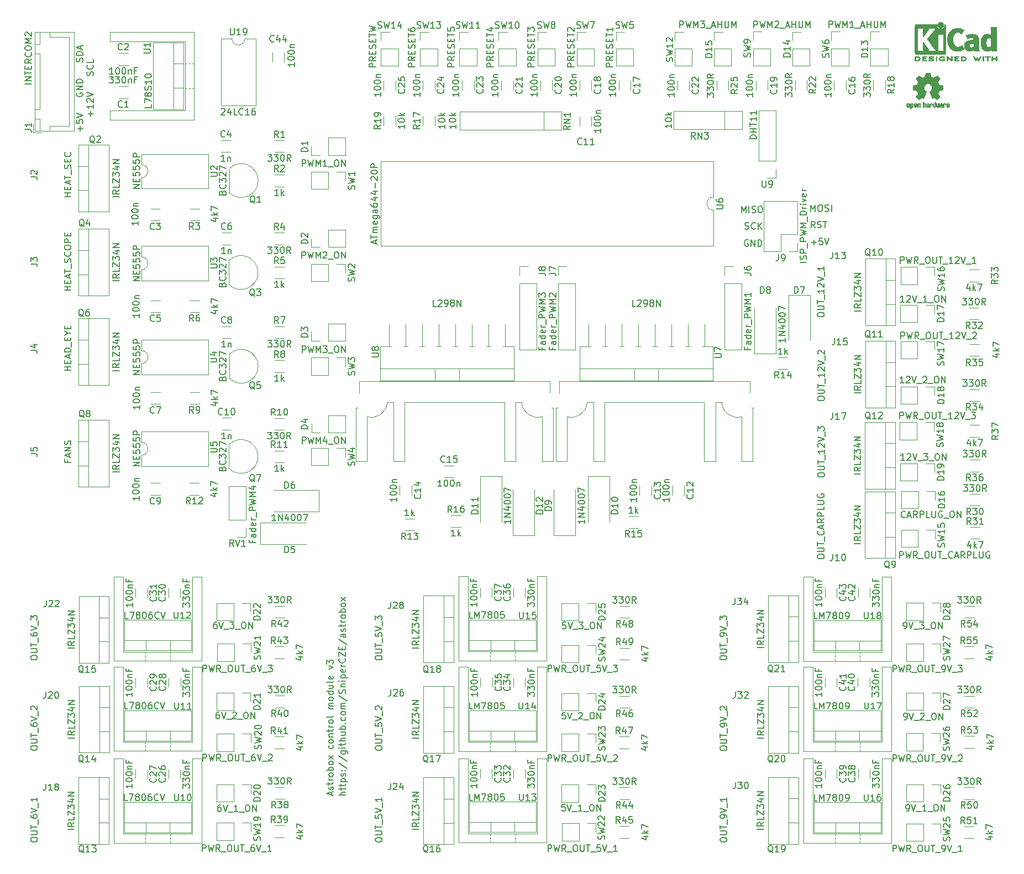
<source format=gto>
%TF.GenerationSoftware,KiCad,Pcbnew,8.0.2-8.0.2-0~ubuntu24.04.1*%
%TF.CreationDate,2024-05-08T14:16:56+02:00*%
%TF.ProjectId,astrobox_control,61737472-6f62-46f7-985f-636f6e74726f,1*%
%TF.SameCoordinates,Original*%
%TF.FileFunction,Legend,Top*%
%TF.FilePolarity,Positive*%
%FSLAX46Y46*%
G04 Gerber Fmt 4.6, Leading zero omitted, Abs format (unit mm)*
G04 Created by KiCad (PCBNEW 8.0.2-8.0.2-0~ubuntu24.04.1) date 2024-05-08 14:16:56*
%MOMM*%
%LPD*%
G01*
G04 APERTURE LIST*
%ADD10C,0.200000*%
%ADD11C,0.150000*%
%ADD12C,0.120000*%
%ADD13C,0.010000*%
G04 APERTURE END LIST*
D10*
X66053304Y-135466345D02*
X66053304Y-134990155D01*
X66339019Y-135561583D02*
X65339019Y-135228250D01*
X65339019Y-135228250D02*
X66339019Y-134894917D01*
X66291400Y-134609202D02*
X66339019Y-134513964D01*
X66339019Y-134513964D02*
X66339019Y-134323488D01*
X66339019Y-134323488D02*
X66291400Y-134228250D01*
X66291400Y-134228250D02*
X66196161Y-134180631D01*
X66196161Y-134180631D02*
X66148542Y-134180631D01*
X66148542Y-134180631D02*
X66053304Y-134228250D01*
X66053304Y-134228250D02*
X66005685Y-134323488D01*
X66005685Y-134323488D02*
X66005685Y-134466345D01*
X66005685Y-134466345D02*
X65958066Y-134561583D01*
X65958066Y-134561583D02*
X65862828Y-134609202D01*
X65862828Y-134609202D02*
X65815209Y-134609202D01*
X65815209Y-134609202D02*
X65719971Y-134561583D01*
X65719971Y-134561583D02*
X65672352Y-134466345D01*
X65672352Y-134466345D02*
X65672352Y-134323488D01*
X65672352Y-134323488D02*
X65719971Y-134228250D01*
X65672352Y-133894916D02*
X65672352Y-133513964D01*
X65339019Y-133752059D02*
X66196161Y-133752059D01*
X66196161Y-133752059D02*
X66291400Y-133704440D01*
X66291400Y-133704440D02*
X66339019Y-133609202D01*
X66339019Y-133609202D02*
X66339019Y-133513964D01*
X66339019Y-133180630D02*
X65672352Y-133180630D01*
X65862828Y-133180630D02*
X65767590Y-133133011D01*
X65767590Y-133133011D02*
X65719971Y-133085392D01*
X65719971Y-133085392D02*
X65672352Y-132990154D01*
X65672352Y-132990154D02*
X65672352Y-132894916D01*
X66339019Y-132418725D02*
X66291400Y-132513963D01*
X66291400Y-132513963D02*
X66243780Y-132561582D01*
X66243780Y-132561582D02*
X66148542Y-132609201D01*
X66148542Y-132609201D02*
X65862828Y-132609201D01*
X65862828Y-132609201D02*
X65767590Y-132561582D01*
X65767590Y-132561582D02*
X65719971Y-132513963D01*
X65719971Y-132513963D02*
X65672352Y-132418725D01*
X65672352Y-132418725D02*
X65672352Y-132275868D01*
X65672352Y-132275868D02*
X65719971Y-132180630D01*
X65719971Y-132180630D02*
X65767590Y-132133011D01*
X65767590Y-132133011D02*
X65862828Y-132085392D01*
X65862828Y-132085392D02*
X66148542Y-132085392D01*
X66148542Y-132085392D02*
X66243780Y-132133011D01*
X66243780Y-132133011D02*
X66291400Y-132180630D01*
X66291400Y-132180630D02*
X66339019Y-132275868D01*
X66339019Y-132275868D02*
X66339019Y-132418725D01*
X66339019Y-131656820D02*
X65339019Y-131656820D01*
X65719971Y-131656820D02*
X65672352Y-131561582D01*
X65672352Y-131561582D02*
X65672352Y-131371106D01*
X65672352Y-131371106D02*
X65719971Y-131275868D01*
X65719971Y-131275868D02*
X65767590Y-131228249D01*
X65767590Y-131228249D02*
X65862828Y-131180630D01*
X65862828Y-131180630D02*
X66148542Y-131180630D01*
X66148542Y-131180630D02*
X66243780Y-131228249D01*
X66243780Y-131228249D02*
X66291400Y-131275868D01*
X66291400Y-131275868D02*
X66339019Y-131371106D01*
X66339019Y-131371106D02*
X66339019Y-131561582D01*
X66339019Y-131561582D02*
X66291400Y-131656820D01*
X66339019Y-130609201D02*
X66291400Y-130704439D01*
X66291400Y-130704439D02*
X66243780Y-130752058D01*
X66243780Y-130752058D02*
X66148542Y-130799677D01*
X66148542Y-130799677D02*
X65862828Y-130799677D01*
X65862828Y-130799677D02*
X65767590Y-130752058D01*
X65767590Y-130752058D02*
X65719971Y-130704439D01*
X65719971Y-130704439D02*
X65672352Y-130609201D01*
X65672352Y-130609201D02*
X65672352Y-130466344D01*
X65672352Y-130466344D02*
X65719971Y-130371106D01*
X65719971Y-130371106D02*
X65767590Y-130323487D01*
X65767590Y-130323487D02*
X65862828Y-130275868D01*
X65862828Y-130275868D02*
X66148542Y-130275868D01*
X66148542Y-130275868D02*
X66243780Y-130323487D01*
X66243780Y-130323487D02*
X66291400Y-130371106D01*
X66291400Y-130371106D02*
X66339019Y-130466344D01*
X66339019Y-130466344D02*
X66339019Y-130609201D01*
X66339019Y-129942534D02*
X65672352Y-129418725D01*
X65672352Y-129942534D02*
X66339019Y-129418725D01*
X66291400Y-127847296D02*
X66339019Y-127942534D01*
X66339019Y-127942534D02*
X66339019Y-128133010D01*
X66339019Y-128133010D02*
X66291400Y-128228248D01*
X66291400Y-128228248D02*
X66243780Y-128275867D01*
X66243780Y-128275867D02*
X66148542Y-128323486D01*
X66148542Y-128323486D02*
X65862828Y-128323486D01*
X65862828Y-128323486D02*
X65767590Y-128275867D01*
X65767590Y-128275867D02*
X65719971Y-128228248D01*
X65719971Y-128228248D02*
X65672352Y-128133010D01*
X65672352Y-128133010D02*
X65672352Y-127942534D01*
X65672352Y-127942534D02*
X65719971Y-127847296D01*
X66339019Y-127275867D02*
X66291400Y-127371105D01*
X66291400Y-127371105D02*
X66243780Y-127418724D01*
X66243780Y-127418724D02*
X66148542Y-127466343D01*
X66148542Y-127466343D02*
X65862828Y-127466343D01*
X65862828Y-127466343D02*
X65767590Y-127418724D01*
X65767590Y-127418724D02*
X65719971Y-127371105D01*
X65719971Y-127371105D02*
X65672352Y-127275867D01*
X65672352Y-127275867D02*
X65672352Y-127133010D01*
X65672352Y-127133010D02*
X65719971Y-127037772D01*
X65719971Y-127037772D02*
X65767590Y-126990153D01*
X65767590Y-126990153D02*
X65862828Y-126942534D01*
X65862828Y-126942534D02*
X66148542Y-126942534D01*
X66148542Y-126942534D02*
X66243780Y-126990153D01*
X66243780Y-126990153D02*
X66291400Y-127037772D01*
X66291400Y-127037772D02*
X66339019Y-127133010D01*
X66339019Y-127133010D02*
X66339019Y-127275867D01*
X65672352Y-126513962D02*
X66339019Y-126513962D01*
X65767590Y-126513962D02*
X65719971Y-126466343D01*
X65719971Y-126466343D02*
X65672352Y-126371105D01*
X65672352Y-126371105D02*
X65672352Y-126228248D01*
X65672352Y-126228248D02*
X65719971Y-126133010D01*
X65719971Y-126133010D02*
X65815209Y-126085391D01*
X65815209Y-126085391D02*
X66339019Y-126085391D01*
X65672352Y-125752057D02*
X65672352Y-125371105D01*
X65339019Y-125609200D02*
X66196161Y-125609200D01*
X66196161Y-125609200D02*
X66291400Y-125561581D01*
X66291400Y-125561581D02*
X66339019Y-125466343D01*
X66339019Y-125466343D02*
X66339019Y-125371105D01*
X66339019Y-125037771D02*
X65672352Y-125037771D01*
X65862828Y-125037771D02*
X65767590Y-124990152D01*
X65767590Y-124990152D02*
X65719971Y-124942533D01*
X65719971Y-124942533D02*
X65672352Y-124847295D01*
X65672352Y-124847295D02*
X65672352Y-124752057D01*
X66339019Y-124275866D02*
X66291400Y-124371104D01*
X66291400Y-124371104D02*
X66243780Y-124418723D01*
X66243780Y-124418723D02*
X66148542Y-124466342D01*
X66148542Y-124466342D02*
X65862828Y-124466342D01*
X65862828Y-124466342D02*
X65767590Y-124418723D01*
X65767590Y-124418723D02*
X65719971Y-124371104D01*
X65719971Y-124371104D02*
X65672352Y-124275866D01*
X65672352Y-124275866D02*
X65672352Y-124133009D01*
X65672352Y-124133009D02*
X65719971Y-124037771D01*
X65719971Y-124037771D02*
X65767590Y-123990152D01*
X65767590Y-123990152D02*
X65862828Y-123942533D01*
X65862828Y-123942533D02*
X66148542Y-123942533D01*
X66148542Y-123942533D02*
X66243780Y-123990152D01*
X66243780Y-123990152D02*
X66291400Y-124037771D01*
X66291400Y-124037771D02*
X66339019Y-124133009D01*
X66339019Y-124133009D02*
X66339019Y-124275866D01*
X66339019Y-123371104D02*
X66291400Y-123466342D01*
X66291400Y-123466342D02*
X66196161Y-123513961D01*
X66196161Y-123513961D02*
X65339019Y-123513961D01*
X66339019Y-122228246D02*
X65672352Y-122228246D01*
X65767590Y-122228246D02*
X65719971Y-122180627D01*
X65719971Y-122180627D02*
X65672352Y-122085389D01*
X65672352Y-122085389D02*
X65672352Y-121942532D01*
X65672352Y-121942532D02*
X65719971Y-121847294D01*
X65719971Y-121847294D02*
X65815209Y-121799675D01*
X65815209Y-121799675D02*
X66339019Y-121799675D01*
X65815209Y-121799675D02*
X65719971Y-121752056D01*
X65719971Y-121752056D02*
X65672352Y-121656818D01*
X65672352Y-121656818D02*
X65672352Y-121513961D01*
X65672352Y-121513961D02*
X65719971Y-121418722D01*
X65719971Y-121418722D02*
X65815209Y-121371103D01*
X65815209Y-121371103D02*
X66339019Y-121371103D01*
X66339019Y-120752056D02*
X66291400Y-120847294D01*
X66291400Y-120847294D02*
X66243780Y-120894913D01*
X66243780Y-120894913D02*
X66148542Y-120942532D01*
X66148542Y-120942532D02*
X65862828Y-120942532D01*
X65862828Y-120942532D02*
X65767590Y-120894913D01*
X65767590Y-120894913D02*
X65719971Y-120847294D01*
X65719971Y-120847294D02*
X65672352Y-120752056D01*
X65672352Y-120752056D02*
X65672352Y-120609199D01*
X65672352Y-120609199D02*
X65719971Y-120513961D01*
X65719971Y-120513961D02*
X65767590Y-120466342D01*
X65767590Y-120466342D02*
X65862828Y-120418723D01*
X65862828Y-120418723D02*
X66148542Y-120418723D01*
X66148542Y-120418723D02*
X66243780Y-120466342D01*
X66243780Y-120466342D02*
X66291400Y-120513961D01*
X66291400Y-120513961D02*
X66339019Y-120609199D01*
X66339019Y-120609199D02*
X66339019Y-120752056D01*
X66339019Y-119561580D02*
X65339019Y-119561580D01*
X66291400Y-119561580D02*
X66339019Y-119656818D01*
X66339019Y-119656818D02*
X66339019Y-119847294D01*
X66339019Y-119847294D02*
X66291400Y-119942532D01*
X66291400Y-119942532D02*
X66243780Y-119990151D01*
X66243780Y-119990151D02*
X66148542Y-120037770D01*
X66148542Y-120037770D02*
X65862828Y-120037770D01*
X65862828Y-120037770D02*
X65767590Y-119990151D01*
X65767590Y-119990151D02*
X65719971Y-119942532D01*
X65719971Y-119942532D02*
X65672352Y-119847294D01*
X65672352Y-119847294D02*
X65672352Y-119656818D01*
X65672352Y-119656818D02*
X65719971Y-119561580D01*
X65672352Y-118656818D02*
X66339019Y-118656818D01*
X65672352Y-119085389D02*
X66196161Y-119085389D01*
X66196161Y-119085389D02*
X66291400Y-119037770D01*
X66291400Y-119037770D02*
X66339019Y-118942532D01*
X66339019Y-118942532D02*
X66339019Y-118799675D01*
X66339019Y-118799675D02*
X66291400Y-118704437D01*
X66291400Y-118704437D02*
X66243780Y-118656818D01*
X66339019Y-118037770D02*
X66291400Y-118133008D01*
X66291400Y-118133008D02*
X66196161Y-118180627D01*
X66196161Y-118180627D02*
X65339019Y-118180627D01*
X66291400Y-117275865D02*
X66339019Y-117371103D01*
X66339019Y-117371103D02*
X66339019Y-117561579D01*
X66339019Y-117561579D02*
X66291400Y-117656817D01*
X66291400Y-117656817D02*
X66196161Y-117704436D01*
X66196161Y-117704436D02*
X65815209Y-117704436D01*
X65815209Y-117704436D02*
X65719971Y-117656817D01*
X65719971Y-117656817D02*
X65672352Y-117561579D01*
X65672352Y-117561579D02*
X65672352Y-117371103D01*
X65672352Y-117371103D02*
X65719971Y-117275865D01*
X65719971Y-117275865D02*
X65815209Y-117228246D01*
X65815209Y-117228246D02*
X65910447Y-117228246D01*
X65910447Y-117228246D02*
X66005685Y-117704436D01*
X65672352Y-116133007D02*
X66339019Y-115894912D01*
X66339019Y-115894912D02*
X65672352Y-115656817D01*
X65339019Y-115371102D02*
X65339019Y-114752055D01*
X65339019Y-114752055D02*
X65719971Y-115085388D01*
X65719971Y-115085388D02*
X65719971Y-114942531D01*
X65719971Y-114942531D02*
X65767590Y-114847293D01*
X65767590Y-114847293D02*
X65815209Y-114799674D01*
X65815209Y-114799674D02*
X65910447Y-114752055D01*
X65910447Y-114752055D02*
X66148542Y-114752055D01*
X66148542Y-114752055D02*
X66243780Y-114799674D01*
X66243780Y-114799674D02*
X66291400Y-114847293D01*
X66291400Y-114847293D02*
X66339019Y-114942531D01*
X66339019Y-114942531D02*
X66339019Y-115228245D01*
X66339019Y-115228245D02*
X66291400Y-115323483D01*
X66291400Y-115323483D02*
X66243780Y-115371102D01*
D11*
X68221219Y-135451620D02*
X67221219Y-135451620D01*
X68221219Y-135023049D02*
X67697409Y-135023049D01*
X67697409Y-135023049D02*
X67602171Y-135070668D01*
X67602171Y-135070668D02*
X67554552Y-135165906D01*
X67554552Y-135165906D02*
X67554552Y-135308763D01*
X67554552Y-135308763D02*
X67602171Y-135404001D01*
X67602171Y-135404001D02*
X67649790Y-135451620D01*
X67554552Y-134689715D02*
X67554552Y-134308763D01*
X67221219Y-134546858D02*
X68078361Y-134546858D01*
X68078361Y-134546858D02*
X68173600Y-134499239D01*
X68173600Y-134499239D02*
X68221219Y-134404001D01*
X68221219Y-134404001D02*
X68221219Y-134308763D01*
X67554552Y-134118286D02*
X67554552Y-133737334D01*
X67221219Y-133975429D02*
X68078361Y-133975429D01*
X68078361Y-133975429D02*
X68173600Y-133927810D01*
X68173600Y-133927810D02*
X68221219Y-133832572D01*
X68221219Y-133832572D02*
X68221219Y-133737334D01*
X67554552Y-133404000D02*
X68554552Y-133404000D01*
X67602171Y-133404000D02*
X67554552Y-133308762D01*
X67554552Y-133308762D02*
X67554552Y-133118286D01*
X67554552Y-133118286D02*
X67602171Y-133023048D01*
X67602171Y-133023048D02*
X67649790Y-132975429D01*
X67649790Y-132975429D02*
X67745028Y-132927810D01*
X67745028Y-132927810D02*
X68030742Y-132927810D01*
X68030742Y-132927810D02*
X68125980Y-132975429D01*
X68125980Y-132975429D02*
X68173600Y-133023048D01*
X68173600Y-133023048D02*
X68221219Y-133118286D01*
X68221219Y-133118286D02*
X68221219Y-133308762D01*
X68221219Y-133308762D02*
X68173600Y-133404000D01*
X68173600Y-132546857D02*
X68221219Y-132451619D01*
X68221219Y-132451619D02*
X68221219Y-132261143D01*
X68221219Y-132261143D02*
X68173600Y-132165905D01*
X68173600Y-132165905D02*
X68078361Y-132118286D01*
X68078361Y-132118286D02*
X68030742Y-132118286D01*
X68030742Y-132118286D02*
X67935504Y-132165905D01*
X67935504Y-132165905D02*
X67887885Y-132261143D01*
X67887885Y-132261143D02*
X67887885Y-132404000D01*
X67887885Y-132404000D02*
X67840266Y-132499238D01*
X67840266Y-132499238D02*
X67745028Y-132546857D01*
X67745028Y-132546857D02*
X67697409Y-132546857D01*
X67697409Y-132546857D02*
X67602171Y-132499238D01*
X67602171Y-132499238D02*
X67554552Y-132404000D01*
X67554552Y-132404000D02*
X67554552Y-132261143D01*
X67554552Y-132261143D02*
X67602171Y-132165905D01*
X68125980Y-131689714D02*
X68173600Y-131642095D01*
X68173600Y-131642095D02*
X68221219Y-131689714D01*
X68221219Y-131689714D02*
X68173600Y-131737333D01*
X68173600Y-131737333D02*
X68125980Y-131689714D01*
X68125980Y-131689714D02*
X68221219Y-131689714D01*
X67602171Y-131689714D02*
X67649790Y-131642095D01*
X67649790Y-131642095D02*
X67697409Y-131689714D01*
X67697409Y-131689714D02*
X67649790Y-131737333D01*
X67649790Y-131737333D02*
X67602171Y-131689714D01*
X67602171Y-131689714D02*
X67697409Y-131689714D01*
X67173600Y-130499239D02*
X68459314Y-131356381D01*
X67173600Y-129451620D02*
X68459314Y-130308762D01*
X67554552Y-128689715D02*
X68364076Y-128689715D01*
X68364076Y-128689715D02*
X68459314Y-128737334D01*
X68459314Y-128737334D02*
X68506933Y-128784953D01*
X68506933Y-128784953D02*
X68554552Y-128880191D01*
X68554552Y-128880191D02*
X68554552Y-129023048D01*
X68554552Y-129023048D02*
X68506933Y-129118286D01*
X68173600Y-128689715D02*
X68221219Y-128784953D01*
X68221219Y-128784953D02*
X68221219Y-128975429D01*
X68221219Y-128975429D02*
X68173600Y-129070667D01*
X68173600Y-129070667D02*
X68125980Y-129118286D01*
X68125980Y-129118286D02*
X68030742Y-129165905D01*
X68030742Y-129165905D02*
X67745028Y-129165905D01*
X67745028Y-129165905D02*
X67649790Y-129118286D01*
X67649790Y-129118286D02*
X67602171Y-129070667D01*
X67602171Y-129070667D02*
X67554552Y-128975429D01*
X67554552Y-128975429D02*
X67554552Y-128784953D01*
X67554552Y-128784953D02*
X67602171Y-128689715D01*
X68221219Y-128213524D02*
X67554552Y-128213524D01*
X67221219Y-128213524D02*
X67268838Y-128261143D01*
X67268838Y-128261143D02*
X67316457Y-128213524D01*
X67316457Y-128213524D02*
X67268838Y-128165905D01*
X67268838Y-128165905D02*
X67221219Y-128213524D01*
X67221219Y-128213524D02*
X67316457Y-128213524D01*
X67554552Y-127880191D02*
X67554552Y-127499239D01*
X67221219Y-127737334D02*
X68078361Y-127737334D01*
X68078361Y-127737334D02*
X68173600Y-127689715D01*
X68173600Y-127689715D02*
X68221219Y-127594477D01*
X68221219Y-127594477D02*
X68221219Y-127499239D01*
X68221219Y-127165905D02*
X67221219Y-127165905D01*
X68221219Y-126737334D02*
X67697409Y-126737334D01*
X67697409Y-126737334D02*
X67602171Y-126784953D01*
X67602171Y-126784953D02*
X67554552Y-126880191D01*
X67554552Y-126880191D02*
X67554552Y-127023048D01*
X67554552Y-127023048D02*
X67602171Y-127118286D01*
X67602171Y-127118286D02*
X67649790Y-127165905D01*
X67554552Y-125832572D02*
X68221219Y-125832572D01*
X67554552Y-126261143D02*
X68078361Y-126261143D01*
X68078361Y-126261143D02*
X68173600Y-126213524D01*
X68173600Y-126213524D02*
X68221219Y-126118286D01*
X68221219Y-126118286D02*
X68221219Y-125975429D01*
X68221219Y-125975429D02*
X68173600Y-125880191D01*
X68173600Y-125880191D02*
X68125980Y-125832572D01*
X68221219Y-125356381D02*
X67221219Y-125356381D01*
X67602171Y-125356381D02*
X67554552Y-125261143D01*
X67554552Y-125261143D02*
X67554552Y-125070667D01*
X67554552Y-125070667D02*
X67602171Y-124975429D01*
X67602171Y-124975429D02*
X67649790Y-124927810D01*
X67649790Y-124927810D02*
X67745028Y-124880191D01*
X67745028Y-124880191D02*
X68030742Y-124880191D01*
X68030742Y-124880191D02*
X68125980Y-124927810D01*
X68125980Y-124927810D02*
X68173600Y-124975429D01*
X68173600Y-124975429D02*
X68221219Y-125070667D01*
X68221219Y-125070667D02*
X68221219Y-125261143D01*
X68221219Y-125261143D02*
X68173600Y-125356381D01*
X68125980Y-124451619D02*
X68173600Y-124404000D01*
X68173600Y-124404000D02*
X68221219Y-124451619D01*
X68221219Y-124451619D02*
X68173600Y-124499238D01*
X68173600Y-124499238D02*
X68125980Y-124451619D01*
X68125980Y-124451619D02*
X68221219Y-124451619D01*
X68173600Y-123546858D02*
X68221219Y-123642096D01*
X68221219Y-123642096D02*
X68221219Y-123832572D01*
X68221219Y-123832572D02*
X68173600Y-123927810D01*
X68173600Y-123927810D02*
X68125980Y-123975429D01*
X68125980Y-123975429D02*
X68030742Y-124023048D01*
X68030742Y-124023048D02*
X67745028Y-124023048D01*
X67745028Y-124023048D02*
X67649790Y-123975429D01*
X67649790Y-123975429D02*
X67602171Y-123927810D01*
X67602171Y-123927810D02*
X67554552Y-123832572D01*
X67554552Y-123832572D02*
X67554552Y-123642096D01*
X67554552Y-123642096D02*
X67602171Y-123546858D01*
X68221219Y-122975429D02*
X68173600Y-123070667D01*
X68173600Y-123070667D02*
X68125980Y-123118286D01*
X68125980Y-123118286D02*
X68030742Y-123165905D01*
X68030742Y-123165905D02*
X67745028Y-123165905D01*
X67745028Y-123165905D02*
X67649790Y-123118286D01*
X67649790Y-123118286D02*
X67602171Y-123070667D01*
X67602171Y-123070667D02*
X67554552Y-122975429D01*
X67554552Y-122975429D02*
X67554552Y-122832572D01*
X67554552Y-122832572D02*
X67602171Y-122737334D01*
X67602171Y-122737334D02*
X67649790Y-122689715D01*
X67649790Y-122689715D02*
X67745028Y-122642096D01*
X67745028Y-122642096D02*
X68030742Y-122642096D01*
X68030742Y-122642096D02*
X68125980Y-122689715D01*
X68125980Y-122689715D02*
X68173600Y-122737334D01*
X68173600Y-122737334D02*
X68221219Y-122832572D01*
X68221219Y-122832572D02*
X68221219Y-122975429D01*
X68221219Y-122213524D02*
X67554552Y-122213524D01*
X67649790Y-122213524D02*
X67602171Y-122165905D01*
X67602171Y-122165905D02*
X67554552Y-122070667D01*
X67554552Y-122070667D02*
X67554552Y-121927810D01*
X67554552Y-121927810D02*
X67602171Y-121832572D01*
X67602171Y-121832572D02*
X67697409Y-121784953D01*
X67697409Y-121784953D02*
X68221219Y-121784953D01*
X67697409Y-121784953D02*
X67602171Y-121737334D01*
X67602171Y-121737334D02*
X67554552Y-121642096D01*
X67554552Y-121642096D02*
X67554552Y-121499239D01*
X67554552Y-121499239D02*
X67602171Y-121404000D01*
X67602171Y-121404000D02*
X67697409Y-121356381D01*
X67697409Y-121356381D02*
X68221219Y-121356381D01*
X67173600Y-120165906D02*
X68459314Y-121023048D01*
X68173600Y-119880191D02*
X68221219Y-119737334D01*
X68221219Y-119737334D02*
X68221219Y-119499239D01*
X68221219Y-119499239D02*
X68173600Y-119404001D01*
X68173600Y-119404001D02*
X68125980Y-119356382D01*
X68125980Y-119356382D02*
X68030742Y-119308763D01*
X68030742Y-119308763D02*
X67935504Y-119308763D01*
X67935504Y-119308763D02*
X67840266Y-119356382D01*
X67840266Y-119356382D02*
X67792647Y-119404001D01*
X67792647Y-119404001D02*
X67745028Y-119499239D01*
X67745028Y-119499239D02*
X67697409Y-119689715D01*
X67697409Y-119689715D02*
X67649790Y-119784953D01*
X67649790Y-119784953D02*
X67602171Y-119832572D01*
X67602171Y-119832572D02*
X67506933Y-119880191D01*
X67506933Y-119880191D02*
X67411695Y-119880191D01*
X67411695Y-119880191D02*
X67316457Y-119832572D01*
X67316457Y-119832572D02*
X67268838Y-119784953D01*
X67268838Y-119784953D02*
X67221219Y-119689715D01*
X67221219Y-119689715D02*
X67221219Y-119451620D01*
X67221219Y-119451620D02*
X67268838Y-119308763D01*
X67554552Y-118880191D02*
X68221219Y-118880191D01*
X67649790Y-118880191D02*
X67602171Y-118832572D01*
X67602171Y-118832572D02*
X67554552Y-118737334D01*
X67554552Y-118737334D02*
X67554552Y-118594477D01*
X67554552Y-118594477D02*
X67602171Y-118499239D01*
X67602171Y-118499239D02*
X67697409Y-118451620D01*
X67697409Y-118451620D02*
X68221219Y-118451620D01*
X68221219Y-117975429D02*
X67554552Y-117975429D01*
X67221219Y-117975429D02*
X67268838Y-118023048D01*
X67268838Y-118023048D02*
X67316457Y-117975429D01*
X67316457Y-117975429D02*
X67268838Y-117927810D01*
X67268838Y-117927810D02*
X67221219Y-117975429D01*
X67221219Y-117975429D02*
X67316457Y-117975429D01*
X67554552Y-117499239D02*
X68554552Y-117499239D01*
X67602171Y-117499239D02*
X67554552Y-117404001D01*
X67554552Y-117404001D02*
X67554552Y-117213525D01*
X67554552Y-117213525D02*
X67602171Y-117118287D01*
X67602171Y-117118287D02*
X67649790Y-117070668D01*
X67649790Y-117070668D02*
X67745028Y-117023049D01*
X67745028Y-117023049D02*
X68030742Y-117023049D01*
X68030742Y-117023049D02*
X68125980Y-117070668D01*
X68125980Y-117070668D02*
X68173600Y-117118287D01*
X68173600Y-117118287D02*
X68221219Y-117213525D01*
X68221219Y-117213525D02*
X68221219Y-117404001D01*
X68221219Y-117404001D02*
X68173600Y-117499239D01*
X68173600Y-116213525D02*
X68221219Y-116308763D01*
X68221219Y-116308763D02*
X68221219Y-116499239D01*
X68221219Y-116499239D02*
X68173600Y-116594477D01*
X68173600Y-116594477D02*
X68078361Y-116642096D01*
X68078361Y-116642096D02*
X67697409Y-116642096D01*
X67697409Y-116642096D02*
X67602171Y-116594477D01*
X67602171Y-116594477D02*
X67554552Y-116499239D01*
X67554552Y-116499239D02*
X67554552Y-116308763D01*
X67554552Y-116308763D02*
X67602171Y-116213525D01*
X67602171Y-116213525D02*
X67697409Y-116165906D01*
X67697409Y-116165906D02*
X67792647Y-116165906D01*
X67792647Y-116165906D02*
X67887885Y-116642096D01*
X68221219Y-115737334D02*
X67554552Y-115737334D01*
X67745028Y-115737334D02*
X67649790Y-115689715D01*
X67649790Y-115689715D02*
X67602171Y-115642096D01*
X67602171Y-115642096D02*
X67554552Y-115546858D01*
X67554552Y-115546858D02*
X67554552Y-115451620D01*
X68125980Y-114546858D02*
X68173600Y-114594477D01*
X68173600Y-114594477D02*
X68221219Y-114737334D01*
X68221219Y-114737334D02*
X68221219Y-114832572D01*
X68221219Y-114832572D02*
X68173600Y-114975429D01*
X68173600Y-114975429D02*
X68078361Y-115070667D01*
X68078361Y-115070667D02*
X67983123Y-115118286D01*
X67983123Y-115118286D02*
X67792647Y-115165905D01*
X67792647Y-115165905D02*
X67649790Y-115165905D01*
X67649790Y-115165905D02*
X67459314Y-115118286D01*
X67459314Y-115118286D02*
X67364076Y-115070667D01*
X67364076Y-115070667D02*
X67268838Y-114975429D01*
X67268838Y-114975429D02*
X67221219Y-114832572D01*
X67221219Y-114832572D02*
X67221219Y-114737334D01*
X67221219Y-114737334D02*
X67268838Y-114594477D01*
X67268838Y-114594477D02*
X67316457Y-114546858D01*
X67221219Y-114213524D02*
X67221219Y-113546858D01*
X67221219Y-113546858D02*
X68221219Y-114213524D01*
X68221219Y-114213524D02*
X68221219Y-113546858D01*
X67697409Y-113165905D02*
X67697409Y-112832572D01*
X68221219Y-112689715D02*
X68221219Y-113165905D01*
X68221219Y-113165905D02*
X67221219Y-113165905D01*
X67221219Y-113165905D02*
X67221219Y-112689715D01*
X67173600Y-111546858D02*
X68459314Y-112404000D01*
X68221219Y-110784953D02*
X67697409Y-110784953D01*
X67697409Y-110784953D02*
X67602171Y-110832572D01*
X67602171Y-110832572D02*
X67554552Y-110927810D01*
X67554552Y-110927810D02*
X67554552Y-111118286D01*
X67554552Y-111118286D02*
X67602171Y-111213524D01*
X68173600Y-110784953D02*
X68221219Y-110880191D01*
X68221219Y-110880191D02*
X68221219Y-111118286D01*
X68221219Y-111118286D02*
X68173600Y-111213524D01*
X68173600Y-111213524D02*
X68078361Y-111261143D01*
X68078361Y-111261143D02*
X67983123Y-111261143D01*
X67983123Y-111261143D02*
X67887885Y-111213524D01*
X67887885Y-111213524D02*
X67840266Y-111118286D01*
X67840266Y-111118286D02*
X67840266Y-110880191D01*
X67840266Y-110880191D02*
X67792647Y-110784953D01*
X68173600Y-110356381D02*
X68221219Y-110261143D01*
X68221219Y-110261143D02*
X68221219Y-110070667D01*
X68221219Y-110070667D02*
X68173600Y-109975429D01*
X68173600Y-109975429D02*
X68078361Y-109927810D01*
X68078361Y-109927810D02*
X68030742Y-109927810D01*
X68030742Y-109927810D02*
X67935504Y-109975429D01*
X67935504Y-109975429D02*
X67887885Y-110070667D01*
X67887885Y-110070667D02*
X67887885Y-110213524D01*
X67887885Y-110213524D02*
X67840266Y-110308762D01*
X67840266Y-110308762D02*
X67745028Y-110356381D01*
X67745028Y-110356381D02*
X67697409Y-110356381D01*
X67697409Y-110356381D02*
X67602171Y-110308762D01*
X67602171Y-110308762D02*
X67554552Y-110213524D01*
X67554552Y-110213524D02*
X67554552Y-110070667D01*
X67554552Y-110070667D02*
X67602171Y-109975429D01*
X67554552Y-109642095D02*
X67554552Y-109261143D01*
X67221219Y-109499238D02*
X68078361Y-109499238D01*
X68078361Y-109499238D02*
X68173600Y-109451619D01*
X68173600Y-109451619D02*
X68221219Y-109356381D01*
X68221219Y-109356381D02*
X68221219Y-109261143D01*
X68221219Y-108927809D02*
X67554552Y-108927809D01*
X67745028Y-108927809D02*
X67649790Y-108880190D01*
X67649790Y-108880190D02*
X67602171Y-108832571D01*
X67602171Y-108832571D02*
X67554552Y-108737333D01*
X67554552Y-108737333D02*
X67554552Y-108642095D01*
X68221219Y-108165904D02*
X68173600Y-108261142D01*
X68173600Y-108261142D02*
X68125980Y-108308761D01*
X68125980Y-108308761D02*
X68030742Y-108356380D01*
X68030742Y-108356380D02*
X67745028Y-108356380D01*
X67745028Y-108356380D02*
X67649790Y-108308761D01*
X67649790Y-108308761D02*
X67602171Y-108261142D01*
X67602171Y-108261142D02*
X67554552Y-108165904D01*
X67554552Y-108165904D02*
X67554552Y-108023047D01*
X67554552Y-108023047D02*
X67602171Y-107927809D01*
X67602171Y-107927809D02*
X67649790Y-107880190D01*
X67649790Y-107880190D02*
X67745028Y-107832571D01*
X67745028Y-107832571D02*
X68030742Y-107832571D01*
X68030742Y-107832571D02*
X68125980Y-107880190D01*
X68125980Y-107880190D02*
X68173600Y-107927809D01*
X68173600Y-107927809D02*
X68221219Y-108023047D01*
X68221219Y-108023047D02*
X68221219Y-108165904D01*
X68221219Y-107403999D02*
X67221219Y-107403999D01*
X67602171Y-107403999D02*
X67554552Y-107308761D01*
X67554552Y-107308761D02*
X67554552Y-107118285D01*
X67554552Y-107118285D02*
X67602171Y-107023047D01*
X67602171Y-107023047D02*
X67649790Y-106975428D01*
X67649790Y-106975428D02*
X67745028Y-106927809D01*
X67745028Y-106927809D02*
X68030742Y-106927809D01*
X68030742Y-106927809D02*
X68125980Y-106975428D01*
X68125980Y-106975428D02*
X68173600Y-107023047D01*
X68173600Y-107023047D02*
X68221219Y-107118285D01*
X68221219Y-107118285D02*
X68221219Y-107308761D01*
X68221219Y-107308761D02*
X68173600Y-107403999D01*
X68221219Y-106356380D02*
X68173600Y-106451618D01*
X68173600Y-106451618D02*
X68125980Y-106499237D01*
X68125980Y-106499237D02*
X68030742Y-106546856D01*
X68030742Y-106546856D02*
X67745028Y-106546856D01*
X67745028Y-106546856D02*
X67649790Y-106499237D01*
X67649790Y-106499237D02*
X67602171Y-106451618D01*
X67602171Y-106451618D02*
X67554552Y-106356380D01*
X67554552Y-106356380D02*
X67554552Y-106213523D01*
X67554552Y-106213523D02*
X67602171Y-106118285D01*
X67602171Y-106118285D02*
X67649790Y-106070666D01*
X67649790Y-106070666D02*
X67745028Y-106023047D01*
X67745028Y-106023047D02*
X68030742Y-106023047D01*
X68030742Y-106023047D02*
X68125980Y-106070666D01*
X68125980Y-106070666D02*
X68173600Y-106118285D01*
X68173600Y-106118285D02*
X68221219Y-106213523D01*
X68221219Y-106213523D02*
X68221219Y-106356380D01*
X68221219Y-105689713D02*
X67554552Y-105165904D01*
X67554552Y-105689713D02*
X68221219Y-105165904D01*
X129910588Y-50392438D02*
X129815350Y-50344819D01*
X129815350Y-50344819D02*
X129672493Y-50344819D01*
X129672493Y-50344819D02*
X129529636Y-50392438D01*
X129529636Y-50392438D02*
X129434398Y-50487676D01*
X129434398Y-50487676D02*
X129386779Y-50582914D01*
X129386779Y-50582914D02*
X129339160Y-50773390D01*
X129339160Y-50773390D02*
X129339160Y-50916247D01*
X129339160Y-50916247D02*
X129386779Y-51106723D01*
X129386779Y-51106723D02*
X129434398Y-51201961D01*
X129434398Y-51201961D02*
X129529636Y-51297200D01*
X129529636Y-51297200D02*
X129672493Y-51344819D01*
X129672493Y-51344819D02*
X129767731Y-51344819D01*
X129767731Y-51344819D02*
X129910588Y-51297200D01*
X129910588Y-51297200D02*
X129958207Y-51249580D01*
X129958207Y-51249580D02*
X129958207Y-50916247D01*
X129958207Y-50916247D02*
X129767731Y-50916247D01*
X130386779Y-51344819D02*
X130386779Y-50344819D01*
X130386779Y-50344819D02*
X130958207Y-51344819D01*
X130958207Y-51344819D02*
X130958207Y-50344819D01*
X131434398Y-51344819D02*
X131434398Y-50344819D01*
X131434398Y-50344819D02*
X131672493Y-50344819D01*
X131672493Y-50344819D02*
X131815350Y-50392438D01*
X131815350Y-50392438D02*
X131910588Y-50487676D01*
X131910588Y-50487676D02*
X131958207Y-50582914D01*
X131958207Y-50582914D02*
X132005826Y-50773390D01*
X132005826Y-50773390D02*
X132005826Y-50916247D01*
X132005826Y-50916247D02*
X131958207Y-51106723D01*
X131958207Y-51106723D02*
X131910588Y-51201961D01*
X131910588Y-51201961D02*
X131815350Y-51297200D01*
X131815350Y-51297200D02*
X131672493Y-51344819D01*
X131672493Y-51344819D02*
X131434398Y-51344819D01*
X27596922Y-33699220D02*
X27596922Y-32937316D01*
X27977875Y-33318268D02*
X27215970Y-33318268D01*
X26977875Y-31984935D02*
X26977875Y-32461125D01*
X26977875Y-32461125D02*
X27454065Y-32508744D01*
X27454065Y-32508744D02*
X27406446Y-32461125D01*
X27406446Y-32461125D02*
X27358827Y-32365887D01*
X27358827Y-32365887D02*
X27358827Y-32127792D01*
X27358827Y-32127792D02*
X27406446Y-32032554D01*
X27406446Y-32032554D02*
X27454065Y-31984935D01*
X27454065Y-31984935D02*
X27549303Y-31937316D01*
X27549303Y-31937316D02*
X27787398Y-31937316D01*
X27787398Y-31937316D02*
X27882636Y-31984935D01*
X27882636Y-31984935D02*
X27930256Y-32032554D01*
X27930256Y-32032554D02*
X27977875Y-32127792D01*
X27977875Y-32127792D02*
X27977875Y-32365887D01*
X27977875Y-32365887D02*
X27930256Y-32461125D01*
X27930256Y-32461125D02*
X27882636Y-32508744D01*
X26977875Y-31651601D02*
X27977875Y-31318268D01*
X27977875Y-31318268D02*
X26977875Y-30984935D01*
X27025494Y-27842077D02*
X26977875Y-27937315D01*
X26977875Y-27937315D02*
X26977875Y-28080172D01*
X26977875Y-28080172D02*
X27025494Y-28223029D01*
X27025494Y-28223029D02*
X27120732Y-28318267D01*
X27120732Y-28318267D02*
X27215970Y-28365886D01*
X27215970Y-28365886D02*
X27406446Y-28413505D01*
X27406446Y-28413505D02*
X27549303Y-28413505D01*
X27549303Y-28413505D02*
X27739779Y-28365886D01*
X27739779Y-28365886D02*
X27835017Y-28318267D01*
X27835017Y-28318267D02*
X27930256Y-28223029D01*
X27930256Y-28223029D02*
X27977875Y-28080172D01*
X27977875Y-28080172D02*
X27977875Y-27984934D01*
X27977875Y-27984934D02*
X27930256Y-27842077D01*
X27930256Y-27842077D02*
X27882636Y-27794458D01*
X27882636Y-27794458D02*
X27549303Y-27794458D01*
X27549303Y-27794458D02*
X27549303Y-27984934D01*
X27977875Y-27365886D02*
X26977875Y-27365886D01*
X26977875Y-27365886D02*
X27977875Y-26794458D01*
X27977875Y-26794458D02*
X26977875Y-26794458D01*
X27977875Y-26318267D02*
X26977875Y-26318267D01*
X26977875Y-26318267D02*
X26977875Y-26080172D01*
X26977875Y-26080172D02*
X27025494Y-25937315D01*
X27025494Y-25937315D02*
X27120732Y-25842077D01*
X27120732Y-25842077D02*
X27215970Y-25794458D01*
X27215970Y-25794458D02*
X27406446Y-25746839D01*
X27406446Y-25746839D02*
X27549303Y-25746839D01*
X27549303Y-25746839D02*
X27739779Y-25794458D01*
X27739779Y-25794458D02*
X27835017Y-25842077D01*
X27835017Y-25842077D02*
X27930256Y-25937315D01*
X27930256Y-25937315D02*
X27977875Y-26080172D01*
X27977875Y-26080172D02*
X27977875Y-26318267D01*
X27930256Y-23080171D02*
X27977875Y-22937314D01*
X27977875Y-22937314D02*
X27977875Y-22699219D01*
X27977875Y-22699219D02*
X27930256Y-22603981D01*
X27930256Y-22603981D02*
X27882636Y-22556362D01*
X27882636Y-22556362D02*
X27787398Y-22508743D01*
X27787398Y-22508743D02*
X27692160Y-22508743D01*
X27692160Y-22508743D02*
X27596922Y-22556362D01*
X27596922Y-22556362D02*
X27549303Y-22603981D01*
X27549303Y-22603981D02*
X27501684Y-22699219D01*
X27501684Y-22699219D02*
X27454065Y-22889695D01*
X27454065Y-22889695D02*
X27406446Y-22984933D01*
X27406446Y-22984933D02*
X27358827Y-23032552D01*
X27358827Y-23032552D02*
X27263589Y-23080171D01*
X27263589Y-23080171D02*
X27168351Y-23080171D01*
X27168351Y-23080171D02*
X27073113Y-23032552D01*
X27073113Y-23032552D02*
X27025494Y-22984933D01*
X27025494Y-22984933D02*
X26977875Y-22889695D01*
X26977875Y-22889695D02*
X26977875Y-22651600D01*
X26977875Y-22651600D02*
X27025494Y-22508743D01*
X27977875Y-22080171D02*
X26977875Y-22080171D01*
X26977875Y-22080171D02*
X26977875Y-21842076D01*
X26977875Y-21842076D02*
X27025494Y-21699219D01*
X27025494Y-21699219D02*
X27120732Y-21603981D01*
X27120732Y-21603981D02*
X27215970Y-21556362D01*
X27215970Y-21556362D02*
X27406446Y-21508743D01*
X27406446Y-21508743D02*
X27549303Y-21508743D01*
X27549303Y-21508743D02*
X27739779Y-21556362D01*
X27739779Y-21556362D02*
X27835017Y-21603981D01*
X27835017Y-21603981D02*
X27930256Y-21699219D01*
X27930256Y-21699219D02*
X27977875Y-21842076D01*
X27977875Y-21842076D02*
X27977875Y-22080171D01*
X27692160Y-21127790D02*
X27692160Y-20651600D01*
X27977875Y-21223028D02*
X26977875Y-20889695D01*
X26977875Y-20889695D02*
X27977875Y-20556362D01*
X29206866Y-31413505D02*
X29206866Y-30651601D01*
X29587819Y-31032553D02*
X28825914Y-31032553D01*
X29587819Y-29651601D02*
X29587819Y-30223029D01*
X29587819Y-29937315D02*
X28587819Y-29937315D01*
X28587819Y-29937315D02*
X28730676Y-30032553D01*
X28730676Y-30032553D02*
X28825914Y-30127791D01*
X28825914Y-30127791D02*
X28873533Y-30223029D01*
X28683057Y-29270648D02*
X28635438Y-29223029D01*
X28635438Y-29223029D02*
X28587819Y-29127791D01*
X28587819Y-29127791D02*
X28587819Y-28889696D01*
X28587819Y-28889696D02*
X28635438Y-28794458D01*
X28635438Y-28794458D02*
X28683057Y-28746839D01*
X28683057Y-28746839D02*
X28778295Y-28699220D01*
X28778295Y-28699220D02*
X28873533Y-28699220D01*
X28873533Y-28699220D02*
X29016390Y-28746839D01*
X29016390Y-28746839D02*
X29587819Y-29318267D01*
X29587819Y-29318267D02*
X29587819Y-28699220D01*
X28587819Y-28413505D02*
X29587819Y-28080172D01*
X29587819Y-28080172D02*
X28587819Y-27746839D01*
X29540200Y-25175409D02*
X29587819Y-25032552D01*
X29587819Y-25032552D02*
X29587819Y-24794457D01*
X29587819Y-24794457D02*
X29540200Y-24699219D01*
X29540200Y-24699219D02*
X29492580Y-24651600D01*
X29492580Y-24651600D02*
X29397342Y-24603981D01*
X29397342Y-24603981D02*
X29302104Y-24603981D01*
X29302104Y-24603981D02*
X29206866Y-24651600D01*
X29206866Y-24651600D02*
X29159247Y-24699219D01*
X29159247Y-24699219D02*
X29111628Y-24794457D01*
X29111628Y-24794457D02*
X29064009Y-24984933D01*
X29064009Y-24984933D02*
X29016390Y-25080171D01*
X29016390Y-25080171D02*
X28968771Y-25127790D01*
X28968771Y-25127790D02*
X28873533Y-25175409D01*
X28873533Y-25175409D02*
X28778295Y-25175409D01*
X28778295Y-25175409D02*
X28683057Y-25127790D01*
X28683057Y-25127790D02*
X28635438Y-25080171D01*
X28635438Y-25080171D02*
X28587819Y-24984933D01*
X28587819Y-24984933D02*
X28587819Y-24746838D01*
X28587819Y-24746838D02*
X28635438Y-24603981D01*
X29492580Y-23603981D02*
X29540200Y-23651600D01*
X29540200Y-23651600D02*
X29587819Y-23794457D01*
X29587819Y-23794457D02*
X29587819Y-23889695D01*
X29587819Y-23889695D02*
X29540200Y-24032552D01*
X29540200Y-24032552D02*
X29444961Y-24127790D01*
X29444961Y-24127790D02*
X29349723Y-24175409D01*
X29349723Y-24175409D02*
X29159247Y-24223028D01*
X29159247Y-24223028D02*
X29016390Y-24223028D01*
X29016390Y-24223028D02*
X28825914Y-24175409D01*
X28825914Y-24175409D02*
X28730676Y-24127790D01*
X28730676Y-24127790D02*
X28635438Y-24032552D01*
X28635438Y-24032552D02*
X28587819Y-23889695D01*
X28587819Y-23889695D02*
X28587819Y-23794457D01*
X28587819Y-23794457D02*
X28635438Y-23651600D01*
X28635438Y-23651600D02*
X28683057Y-23603981D01*
X29587819Y-22699219D02*
X29587819Y-23175409D01*
X29587819Y-23175409D02*
X28587819Y-23175409D01*
X128911779Y-46194819D02*
X128911779Y-45194819D01*
X128911779Y-45194819D02*
X129245112Y-45909104D01*
X129245112Y-45909104D02*
X129578445Y-45194819D01*
X129578445Y-45194819D02*
X129578445Y-46194819D01*
X130054636Y-46194819D02*
X130054636Y-45194819D01*
X130483207Y-46147200D02*
X130626064Y-46194819D01*
X130626064Y-46194819D02*
X130864159Y-46194819D01*
X130864159Y-46194819D02*
X130959397Y-46147200D01*
X130959397Y-46147200D02*
X131007016Y-46099580D01*
X131007016Y-46099580D02*
X131054635Y-46004342D01*
X131054635Y-46004342D02*
X131054635Y-45909104D01*
X131054635Y-45909104D02*
X131007016Y-45813866D01*
X131007016Y-45813866D02*
X130959397Y-45766247D01*
X130959397Y-45766247D02*
X130864159Y-45718628D01*
X130864159Y-45718628D02*
X130673683Y-45671009D01*
X130673683Y-45671009D02*
X130578445Y-45623390D01*
X130578445Y-45623390D02*
X130530826Y-45575771D01*
X130530826Y-45575771D02*
X130483207Y-45480533D01*
X130483207Y-45480533D02*
X130483207Y-45385295D01*
X130483207Y-45385295D02*
X130530826Y-45290057D01*
X130530826Y-45290057D02*
X130578445Y-45242438D01*
X130578445Y-45242438D02*
X130673683Y-45194819D01*
X130673683Y-45194819D02*
X130911778Y-45194819D01*
X130911778Y-45194819D02*
X131054635Y-45242438D01*
X131673683Y-45194819D02*
X131864159Y-45194819D01*
X131864159Y-45194819D02*
X131959397Y-45242438D01*
X131959397Y-45242438D02*
X132054635Y-45337676D01*
X132054635Y-45337676D02*
X132102254Y-45528152D01*
X132102254Y-45528152D02*
X132102254Y-45861485D01*
X132102254Y-45861485D02*
X132054635Y-46051961D01*
X132054635Y-46051961D02*
X131959397Y-46147200D01*
X131959397Y-46147200D02*
X131864159Y-46194819D01*
X131864159Y-46194819D02*
X131673683Y-46194819D01*
X131673683Y-46194819D02*
X131578445Y-46147200D01*
X131578445Y-46147200D02*
X131483207Y-46051961D01*
X131483207Y-46051961D02*
X131435588Y-45861485D01*
X131435588Y-45861485D02*
X131435588Y-45528152D01*
X131435588Y-45528152D02*
X131483207Y-45337676D01*
X131483207Y-45337676D02*
X131578445Y-45242438D01*
X131578445Y-45242438D02*
X131673683Y-45194819D01*
X129439160Y-48672200D02*
X129582017Y-48719819D01*
X129582017Y-48719819D02*
X129820112Y-48719819D01*
X129820112Y-48719819D02*
X129915350Y-48672200D01*
X129915350Y-48672200D02*
X129962969Y-48624580D01*
X129962969Y-48624580D02*
X130010588Y-48529342D01*
X130010588Y-48529342D02*
X130010588Y-48434104D01*
X130010588Y-48434104D02*
X129962969Y-48338866D01*
X129962969Y-48338866D02*
X129915350Y-48291247D01*
X129915350Y-48291247D02*
X129820112Y-48243628D01*
X129820112Y-48243628D02*
X129629636Y-48196009D01*
X129629636Y-48196009D02*
X129534398Y-48148390D01*
X129534398Y-48148390D02*
X129486779Y-48100771D01*
X129486779Y-48100771D02*
X129439160Y-48005533D01*
X129439160Y-48005533D02*
X129439160Y-47910295D01*
X129439160Y-47910295D02*
X129486779Y-47815057D01*
X129486779Y-47815057D02*
X129534398Y-47767438D01*
X129534398Y-47767438D02*
X129629636Y-47719819D01*
X129629636Y-47719819D02*
X129867731Y-47719819D01*
X129867731Y-47719819D02*
X130010588Y-47767438D01*
X131010588Y-48624580D02*
X130962969Y-48672200D01*
X130962969Y-48672200D02*
X130820112Y-48719819D01*
X130820112Y-48719819D02*
X130724874Y-48719819D01*
X130724874Y-48719819D02*
X130582017Y-48672200D01*
X130582017Y-48672200D02*
X130486779Y-48576961D01*
X130486779Y-48576961D02*
X130439160Y-48481723D01*
X130439160Y-48481723D02*
X130391541Y-48291247D01*
X130391541Y-48291247D02*
X130391541Y-48148390D01*
X130391541Y-48148390D02*
X130439160Y-47957914D01*
X130439160Y-47957914D02*
X130486779Y-47862676D01*
X130486779Y-47862676D02*
X130582017Y-47767438D01*
X130582017Y-47767438D02*
X130724874Y-47719819D01*
X130724874Y-47719819D02*
X130820112Y-47719819D01*
X130820112Y-47719819D02*
X130962969Y-47767438D01*
X130962969Y-47767438D02*
X131010588Y-47815057D01*
X131439160Y-48719819D02*
X131439160Y-47719819D01*
X132010588Y-48719819D02*
X131582017Y-48148390D01*
X132010588Y-47719819D02*
X131439160Y-48291247D01*
X139536779Y-45994819D02*
X139536779Y-44994819D01*
X139536779Y-44994819D02*
X139870112Y-45709104D01*
X139870112Y-45709104D02*
X140203445Y-44994819D01*
X140203445Y-44994819D02*
X140203445Y-45994819D01*
X140870112Y-44994819D02*
X141060588Y-44994819D01*
X141060588Y-44994819D02*
X141155826Y-45042438D01*
X141155826Y-45042438D02*
X141251064Y-45137676D01*
X141251064Y-45137676D02*
X141298683Y-45328152D01*
X141298683Y-45328152D02*
X141298683Y-45661485D01*
X141298683Y-45661485D02*
X141251064Y-45851961D01*
X141251064Y-45851961D02*
X141155826Y-45947200D01*
X141155826Y-45947200D02*
X141060588Y-45994819D01*
X141060588Y-45994819D02*
X140870112Y-45994819D01*
X140870112Y-45994819D02*
X140774874Y-45947200D01*
X140774874Y-45947200D02*
X140679636Y-45851961D01*
X140679636Y-45851961D02*
X140632017Y-45661485D01*
X140632017Y-45661485D02*
X140632017Y-45328152D01*
X140632017Y-45328152D02*
X140679636Y-45137676D01*
X140679636Y-45137676D02*
X140774874Y-45042438D01*
X140774874Y-45042438D02*
X140870112Y-44994819D01*
X141679636Y-45947200D02*
X141822493Y-45994819D01*
X141822493Y-45994819D02*
X142060588Y-45994819D01*
X142060588Y-45994819D02*
X142155826Y-45947200D01*
X142155826Y-45947200D02*
X142203445Y-45899580D01*
X142203445Y-45899580D02*
X142251064Y-45804342D01*
X142251064Y-45804342D02*
X142251064Y-45709104D01*
X142251064Y-45709104D02*
X142203445Y-45613866D01*
X142203445Y-45613866D02*
X142155826Y-45566247D01*
X142155826Y-45566247D02*
X142060588Y-45518628D01*
X142060588Y-45518628D02*
X141870112Y-45471009D01*
X141870112Y-45471009D02*
X141774874Y-45423390D01*
X141774874Y-45423390D02*
X141727255Y-45375771D01*
X141727255Y-45375771D02*
X141679636Y-45280533D01*
X141679636Y-45280533D02*
X141679636Y-45185295D01*
X141679636Y-45185295D02*
X141727255Y-45090057D01*
X141727255Y-45090057D02*
X141774874Y-45042438D01*
X141774874Y-45042438D02*
X141870112Y-44994819D01*
X141870112Y-44994819D02*
X142108207Y-44994819D01*
X142108207Y-44994819D02*
X142251064Y-45042438D01*
X142679636Y-45994819D02*
X142679636Y-44994819D01*
X140158207Y-48519819D02*
X139824874Y-48043628D01*
X139586779Y-48519819D02*
X139586779Y-47519819D01*
X139586779Y-47519819D02*
X139967731Y-47519819D01*
X139967731Y-47519819D02*
X140062969Y-47567438D01*
X140062969Y-47567438D02*
X140110588Y-47615057D01*
X140110588Y-47615057D02*
X140158207Y-47710295D01*
X140158207Y-47710295D02*
X140158207Y-47853152D01*
X140158207Y-47853152D02*
X140110588Y-47948390D01*
X140110588Y-47948390D02*
X140062969Y-47996009D01*
X140062969Y-47996009D02*
X139967731Y-48043628D01*
X139967731Y-48043628D02*
X139586779Y-48043628D01*
X140539160Y-48472200D02*
X140682017Y-48519819D01*
X140682017Y-48519819D02*
X140920112Y-48519819D01*
X140920112Y-48519819D02*
X141015350Y-48472200D01*
X141015350Y-48472200D02*
X141062969Y-48424580D01*
X141062969Y-48424580D02*
X141110588Y-48329342D01*
X141110588Y-48329342D02*
X141110588Y-48234104D01*
X141110588Y-48234104D02*
X141062969Y-48138866D01*
X141062969Y-48138866D02*
X141015350Y-48091247D01*
X141015350Y-48091247D02*
X140920112Y-48043628D01*
X140920112Y-48043628D02*
X140729636Y-47996009D01*
X140729636Y-47996009D02*
X140634398Y-47948390D01*
X140634398Y-47948390D02*
X140586779Y-47900771D01*
X140586779Y-47900771D02*
X140539160Y-47805533D01*
X140539160Y-47805533D02*
X140539160Y-47710295D01*
X140539160Y-47710295D02*
X140586779Y-47615057D01*
X140586779Y-47615057D02*
X140634398Y-47567438D01*
X140634398Y-47567438D02*
X140729636Y-47519819D01*
X140729636Y-47519819D02*
X140967731Y-47519819D01*
X140967731Y-47519819D02*
X141110588Y-47567438D01*
X141396303Y-47519819D02*
X141967731Y-47519819D01*
X141682017Y-48519819D02*
X141682017Y-47519819D01*
X139586779Y-50738866D02*
X140348684Y-50738866D01*
X139967731Y-51119819D02*
X139967731Y-50357914D01*
X141301064Y-50119819D02*
X140824874Y-50119819D01*
X140824874Y-50119819D02*
X140777255Y-50596009D01*
X140777255Y-50596009D02*
X140824874Y-50548390D01*
X140824874Y-50548390D02*
X140920112Y-50500771D01*
X140920112Y-50500771D02*
X141158207Y-50500771D01*
X141158207Y-50500771D02*
X141253445Y-50548390D01*
X141253445Y-50548390D02*
X141301064Y-50596009D01*
X141301064Y-50596009D02*
X141348683Y-50691247D01*
X141348683Y-50691247D02*
X141348683Y-50929342D01*
X141348683Y-50929342D02*
X141301064Y-51024580D01*
X141301064Y-51024580D02*
X141253445Y-51072200D01*
X141253445Y-51072200D02*
X141158207Y-51119819D01*
X141158207Y-51119819D02*
X140920112Y-51119819D01*
X140920112Y-51119819D02*
X140824874Y-51072200D01*
X140824874Y-51072200D02*
X140777255Y-51024580D01*
X141634398Y-50119819D02*
X141967731Y-51119819D01*
X141967731Y-51119819D02*
X142301064Y-50119819D01*
X94875505Y-107404819D02*
X94875505Y-108214342D01*
X94875505Y-108214342D02*
X94923124Y-108309580D01*
X94923124Y-108309580D02*
X94970743Y-108357200D01*
X94970743Y-108357200D02*
X95065981Y-108404819D01*
X95065981Y-108404819D02*
X95256457Y-108404819D01*
X95256457Y-108404819D02*
X95351695Y-108357200D01*
X95351695Y-108357200D02*
X95399314Y-108309580D01*
X95399314Y-108309580D02*
X95446933Y-108214342D01*
X95446933Y-108214342D02*
X95446933Y-107404819D01*
X96446933Y-108404819D02*
X95875505Y-108404819D01*
X96161219Y-108404819D02*
X96161219Y-107404819D01*
X96161219Y-107404819D02*
X96065981Y-107547676D01*
X96065981Y-107547676D02*
X95970743Y-107642914D01*
X95970743Y-107642914D02*
X95875505Y-107690533D01*
X97351695Y-107404819D02*
X96875505Y-107404819D01*
X96875505Y-107404819D02*
X96827886Y-107881009D01*
X96827886Y-107881009D02*
X96875505Y-107833390D01*
X96875505Y-107833390D02*
X96970743Y-107785771D01*
X96970743Y-107785771D02*
X97208838Y-107785771D01*
X97208838Y-107785771D02*
X97304076Y-107833390D01*
X97304076Y-107833390D02*
X97351695Y-107881009D01*
X97351695Y-107881009D02*
X97399314Y-107976247D01*
X97399314Y-107976247D02*
X97399314Y-108214342D01*
X97399314Y-108214342D02*
X97351695Y-108309580D01*
X97351695Y-108309580D02*
X97304076Y-108357200D01*
X97304076Y-108357200D02*
X97208838Y-108404819D01*
X97208838Y-108404819D02*
X96970743Y-108404819D01*
X96970743Y-108404819D02*
X96875505Y-108357200D01*
X96875505Y-108357200D02*
X96827886Y-108309580D01*
X87698533Y-108354019D02*
X87222343Y-108354019D01*
X87222343Y-108354019D02*
X87222343Y-107354019D01*
X88031867Y-108354019D02*
X88031867Y-107354019D01*
X88031867Y-107354019D02*
X88365200Y-108068304D01*
X88365200Y-108068304D02*
X88698533Y-107354019D01*
X88698533Y-107354019D02*
X88698533Y-108354019D01*
X89079486Y-107354019D02*
X89746152Y-107354019D01*
X89746152Y-107354019D02*
X89317581Y-108354019D01*
X90269962Y-107782590D02*
X90174724Y-107734971D01*
X90174724Y-107734971D02*
X90127105Y-107687352D01*
X90127105Y-107687352D02*
X90079486Y-107592114D01*
X90079486Y-107592114D02*
X90079486Y-107544495D01*
X90079486Y-107544495D02*
X90127105Y-107449257D01*
X90127105Y-107449257D02*
X90174724Y-107401638D01*
X90174724Y-107401638D02*
X90269962Y-107354019D01*
X90269962Y-107354019D02*
X90460438Y-107354019D01*
X90460438Y-107354019D02*
X90555676Y-107401638D01*
X90555676Y-107401638D02*
X90603295Y-107449257D01*
X90603295Y-107449257D02*
X90650914Y-107544495D01*
X90650914Y-107544495D02*
X90650914Y-107592114D01*
X90650914Y-107592114D02*
X90603295Y-107687352D01*
X90603295Y-107687352D02*
X90555676Y-107734971D01*
X90555676Y-107734971D02*
X90460438Y-107782590D01*
X90460438Y-107782590D02*
X90269962Y-107782590D01*
X90269962Y-107782590D02*
X90174724Y-107830209D01*
X90174724Y-107830209D02*
X90127105Y-107877828D01*
X90127105Y-107877828D02*
X90079486Y-107973066D01*
X90079486Y-107973066D02*
X90079486Y-108163542D01*
X90079486Y-108163542D02*
X90127105Y-108258780D01*
X90127105Y-108258780D02*
X90174724Y-108306400D01*
X90174724Y-108306400D02*
X90269962Y-108354019D01*
X90269962Y-108354019D02*
X90460438Y-108354019D01*
X90460438Y-108354019D02*
X90555676Y-108306400D01*
X90555676Y-108306400D02*
X90603295Y-108258780D01*
X90603295Y-108258780D02*
X90650914Y-108163542D01*
X90650914Y-108163542D02*
X90650914Y-107973066D01*
X90650914Y-107973066D02*
X90603295Y-107877828D01*
X90603295Y-107877828D02*
X90555676Y-107830209D01*
X90555676Y-107830209D02*
X90460438Y-107782590D01*
X91269962Y-107354019D02*
X91365200Y-107354019D01*
X91365200Y-107354019D02*
X91460438Y-107401638D01*
X91460438Y-107401638D02*
X91508057Y-107449257D01*
X91508057Y-107449257D02*
X91555676Y-107544495D01*
X91555676Y-107544495D02*
X91603295Y-107734971D01*
X91603295Y-107734971D02*
X91603295Y-107973066D01*
X91603295Y-107973066D02*
X91555676Y-108163542D01*
X91555676Y-108163542D02*
X91508057Y-108258780D01*
X91508057Y-108258780D02*
X91460438Y-108306400D01*
X91460438Y-108306400D02*
X91365200Y-108354019D01*
X91365200Y-108354019D02*
X91269962Y-108354019D01*
X91269962Y-108354019D02*
X91174724Y-108306400D01*
X91174724Y-108306400D02*
X91127105Y-108258780D01*
X91127105Y-108258780D02*
X91079486Y-108163542D01*
X91079486Y-108163542D02*
X91031867Y-107973066D01*
X91031867Y-107973066D02*
X91031867Y-107734971D01*
X91031867Y-107734971D02*
X91079486Y-107544495D01*
X91079486Y-107544495D02*
X91127105Y-107449257D01*
X91127105Y-107449257D02*
X91174724Y-107401638D01*
X91174724Y-107401638D02*
X91269962Y-107354019D01*
X92508057Y-107354019D02*
X92031867Y-107354019D01*
X92031867Y-107354019D02*
X91984248Y-107830209D01*
X91984248Y-107830209D02*
X92031867Y-107782590D01*
X92031867Y-107782590D02*
X92127105Y-107734971D01*
X92127105Y-107734971D02*
X92365200Y-107734971D01*
X92365200Y-107734971D02*
X92460438Y-107782590D01*
X92460438Y-107782590D02*
X92508057Y-107830209D01*
X92508057Y-107830209D02*
X92555676Y-107925447D01*
X92555676Y-107925447D02*
X92555676Y-108163542D01*
X92555676Y-108163542D02*
X92508057Y-108258780D01*
X92508057Y-108258780D02*
X92460438Y-108306400D01*
X92460438Y-108306400D02*
X92365200Y-108354019D01*
X92365200Y-108354019D02*
X92127105Y-108354019D01*
X92127105Y-108354019D02*
X92031867Y-108306400D01*
X92031867Y-108306400D02*
X91984248Y-108258780D01*
X121409580Y-89405357D02*
X121457200Y-89452976D01*
X121457200Y-89452976D02*
X121504819Y-89595833D01*
X121504819Y-89595833D02*
X121504819Y-89691071D01*
X121504819Y-89691071D02*
X121457200Y-89833928D01*
X121457200Y-89833928D02*
X121361961Y-89929166D01*
X121361961Y-89929166D02*
X121266723Y-89976785D01*
X121266723Y-89976785D02*
X121076247Y-90024404D01*
X121076247Y-90024404D02*
X120933390Y-90024404D01*
X120933390Y-90024404D02*
X120742914Y-89976785D01*
X120742914Y-89976785D02*
X120647676Y-89929166D01*
X120647676Y-89929166D02*
X120552438Y-89833928D01*
X120552438Y-89833928D02*
X120504819Y-89691071D01*
X120504819Y-89691071D02*
X120504819Y-89595833D01*
X120504819Y-89595833D02*
X120552438Y-89452976D01*
X120552438Y-89452976D02*
X120600057Y-89405357D01*
X121504819Y-88452976D02*
X121504819Y-89024404D01*
X121504819Y-88738690D02*
X120504819Y-88738690D01*
X120504819Y-88738690D02*
X120647676Y-88833928D01*
X120647676Y-88833928D02*
X120742914Y-88929166D01*
X120742914Y-88929166D02*
X120790533Y-89024404D01*
X120600057Y-88072023D02*
X120552438Y-88024404D01*
X120552438Y-88024404D02*
X120504819Y-87929166D01*
X120504819Y-87929166D02*
X120504819Y-87691071D01*
X120504819Y-87691071D02*
X120552438Y-87595833D01*
X120552438Y-87595833D02*
X120600057Y-87548214D01*
X120600057Y-87548214D02*
X120695295Y-87500595D01*
X120695295Y-87500595D02*
X120790533Y-87500595D01*
X120790533Y-87500595D02*
X120933390Y-87548214D01*
X120933390Y-87548214D02*
X121504819Y-88119642D01*
X121504819Y-88119642D02*
X121504819Y-87500595D01*
X117804819Y-89881547D02*
X117804819Y-90452975D01*
X117804819Y-90167261D02*
X116804819Y-90167261D01*
X116804819Y-90167261D02*
X116947676Y-90262499D01*
X116947676Y-90262499D02*
X117042914Y-90357737D01*
X117042914Y-90357737D02*
X117090533Y-90452975D01*
X116804819Y-89262499D02*
X116804819Y-89167261D01*
X116804819Y-89167261D02*
X116852438Y-89072023D01*
X116852438Y-89072023D02*
X116900057Y-89024404D01*
X116900057Y-89024404D02*
X116995295Y-88976785D01*
X116995295Y-88976785D02*
X117185771Y-88929166D01*
X117185771Y-88929166D02*
X117423866Y-88929166D01*
X117423866Y-88929166D02*
X117614342Y-88976785D01*
X117614342Y-88976785D02*
X117709580Y-89024404D01*
X117709580Y-89024404D02*
X117757200Y-89072023D01*
X117757200Y-89072023D02*
X117804819Y-89167261D01*
X117804819Y-89167261D02*
X117804819Y-89262499D01*
X117804819Y-89262499D02*
X117757200Y-89357737D01*
X117757200Y-89357737D02*
X117709580Y-89405356D01*
X117709580Y-89405356D02*
X117614342Y-89452975D01*
X117614342Y-89452975D02*
X117423866Y-89500594D01*
X117423866Y-89500594D02*
X117185771Y-89500594D01*
X117185771Y-89500594D02*
X116995295Y-89452975D01*
X116995295Y-89452975D02*
X116900057Y-89405356D01*
X116900057Y-89405356D02*
X116852438Y-89357737D01*
X116852438Y-89357737D02*
X116804819Y-89262499D01*
X116804819Y-88310118D02*
X116804819Y-88214880D01*
X116804819Y-88214880D02*
X116852438Y-88119642D01*
X116852438Y-88119642D02*
X116900057Y-88072023D01*
X116900057Y-88072023D02*
X116995295Y-88024404D01*
X116995295Y-88024404D02*
X117185771Y-87976785D01*
X117185771Y-87976785D02*
X117423866Y-87976785D01*
X117423866Y-87976785D02*
X117614342Y-88024404D01*
X117614342Y-88024404D02*
X117709580Y-88072023D01*
X117709580Y-88072023D02*
X117757200Y-88119642D01*
X117757200Y-88119642D02*
X117804819Y-88214880D01*
X117804819Y-88214880D02*
X117804819Y-88310118D01*
X117804819Y-88310118D02*
X117757200Y-88405356D01*
X117757200Y-88405356D02*
X117709580Y-88452975D01*
X117709580Y-88452975D02*
X117614342Y-88500594D01*
X117614342Y-88500594D02*
X117423866Y-88548213D01*
X117423866Y-88548213D02*
X117185771Y-88548213D01*
X117185771Y-88548213D02*
X116995295Y-88500594D01*
X116995295Y-88500594D02*
X116900057Y-88452975D01*
X116900057Y-88452975D02*
X116852438Y-88405356D01*
X116852438Y-88405356D02*
X116804819Y-88310118D01*
X117138152Y-87548213D02*
X117804819Y-87548213D01*
X117233390Y-87548213D02*
X117185771Y-87500594D01*
X117185771Y-87500594D02*
X117138152Y-87405356D01*
X117138152Y-87405356D02*
X117138152Y-87262499D01*
X117138152Y-87262499D02*
X117185771Y-87167261D01*
X117185771Y-87167261D02*
X117281009Y-87119642D01*
X117281009Y-87119642D02*
X117804819Y-87119642D01*
X54311561Y-87418057D02*
X54216323Y-87370438D01*
X54216323Y-87370438D02*
X54121085Y-87275200D01*
X54121085Y-87275200D02*
X53978228Y-87132342D01*
X53978228Y-87132342D02*
X53882990Y-87084723D01*
X53882990Y-87084723D02*
X53787752Y-87084723D01*
X53835371Y-87322819D02*
X53740133Y-87275200D01*
X53740133Y-87275200D02*
X53644895Y-87179961D01*
X53644895Y-87179961D02*
X53597276Y-86989485D01*
X53597276Y-86989485D02*
X53597276Y-86656152D01*
X53597276Y-86656152D02*
X53644895Y-86465676D01*
X53644895Y-86465676D02*
X53740133Y-86370438D01*
X53740133Y-86370438D02*
X53835371Y-86322819D01*
X53835371Y-86322819D02*
X54025847Y-86322819D01*
X54025847Y-86322819D02*
X54121085Y-86370438D01*
X54121085Y-86370438D02*
X54216323Y-86465676D01*
X54216323Y-86465676D02*
X54263942Y-86656152D01*
X54263942Y-86656152D02*
X54263942Y-86989485D01*
X54263942Y-86989485D02*
X54216323Y-87179961D01*
X54216323Y-87179961D02*
X54121085Y-87275200D01*
X54121085Y-87275200D02*
X54025847Y-87322819D01*
X54025847Y-87322819D02*
X53835371Y-87322819D01*
X54597276Y-86322819D02*
X55263942Y-86322819D01*
X55263942Y-86322819D02*
X54835371Y-87322819D01*
X49359009Y-85423142D02*
X49406628Y-85280285D01*
X49406628Y-85280285D02*
X49454247Y-85232666D01*
X49454247Y-85232666D02*
X49549485Y-85185047D01*
X49549485Y-85185047D02*
X49692342Y-85185047D01*
X49692342Y-85185047D02*
X49787580Y-85232666D01*
X49787580Y-85232666D02*
X49835200Y-85280285D01*
X49835200Y-85280285D02*
X49882819Y-85375523D01*
X49882819Y-85375523D02*
X49882819Y-85756475D01*
X49882819Y-85756475D02*
X48882819Y-85756475D01*
X48882819Y-85756475D02*
X48882819Y-85423142D01*
X48882819Y-85423142D02*
X48930438Y-85327904D01*
X48930438Y-85327904D02*
X48978057Y-85280285D01*
X48978057Y-85280285D02*
X49073295Y-85232666D01*
X49073295Y-85232666D02*
X49168533Y-85232666D01*
X49168533Y-85232666D02*
X49263771Y-85280285D01*
X49263771Y-85280285D02*
X49311390Y-85327904D01*
X49311390Y-85327904D02*
X49359009Y-85423142D01*
X49359009Y-85423142D02*
X49359009Y-85756475D01*
X49787580Y-84185047D02*
X49835200Y-84232666D01*
X49835200Y-84232666D02*
X49882819Y-84375523D01*
X49882819Y-84375523D02*
X49882819Y-84470761D01*
X49882819Y-84470761D02*
X49835200Y-84613618D01*
X49835200Y-84613618D02*
X49739961Y-84708856D01*
X49739961Y-84708856D02*
X49644723Y-84756475D01*
X49644723Y-84756475D02*
X49454247Y-84804094D01*
X49454247Y-84804094D02*
X49311390Y-84804094D01*
X49311390Y-84804094D02*
X49120914Y-84756475D01*
X49120914Y-84756475D02*
X49025676Y-84708856D01*
X49025676Y-84708856D02*
X48930438Y-84613618D01*
X48930438Y-84613618D02*
X48882819Y-84470761D01*
X48882819Y-84470761D02*
X48882819Y-84375523D01*
X48882819Y-84375523D02*
X48930438Y-84232666D01*
X48930438Y-84232666D02*
X48978057Y-84185047D01*
X48882819Y-83851713D02*
X48882819Y-83232666D01*
X48882819Y-83232666D02*
X49263771Y-83565999D01*
X49263771Y-83565999D02*
X49263771Y-83423142D01*
X49263771Y-83423142D02*
X49311390Y-83327904D01*
X49311390Y-83327904D02*
X49359009Y-83280285D01*
X49359009Y-83280285D02*
X49454247Y-83232666D01*
X49454247Y-83232666D02*
X49692342Y-83232666D01*
X49692342Y-83232666D02*
X49787580Y-83280285D01*
X49787580Y-83280285D02*
X49835200Y-83327904D01*
X49835200Y-83327904D02*
X49882819Y-83423142D01*
X49882819Y-83423142D02*
X49882819Y-83708856D01*
X49882819Y-83708856D02*
X49835200Y-83804094D01*
X49835200Y-83804094D02*
X49787580Y-83851713D01*
X48978057Y-82851713D02*
X48930438Y-82804094D01*
X48930438Y-82804094D02*
X48882819Y-82708856D01*
X48882819Y-82708856D02*
X48882819Y-82470761D01*
X48882819Y-82470761D02*
X48930438Y-82375523D01*
X48930438Y-82375523D02*
X48978057Y-82327904D01*
X48978057Y-82327904D02*
X49073295Y-82280285D01*
X49073295Y-82280285D02*
X49168533Y-82280285D01*
X49168533Y-82280285D02*
X49311390Y-82327904D01*
X49311390Y-82327904D02*
X49882819Y-82899332D01*
X49882819Y-82899332D02*
X49882819Y-82280285D01*
X48882819Y-81946951D02*
X48882819Y-81280285D01*
X48882819Y-81280285D02*
X49882819Y-81708856D01*
X57446942Y-82200819D02*
X57113609Y-81724628D01*
X56875514Y-82200819D02*
X56875514Y-81200819D01*
X56875514Y-81200819D02*
X57256466Y-81200819D01*
X57256466Y-81200819D02*
X57351704Y-81248438D01*
X57351704Y-81248438D02*
X57399323Y-81296057D01*
X57399323Y-81296057D02*
X57446942Y-81391295D01*
X57446942Y-81391295D02*
X57446942Y-81534152D01*
X57446942Y-81534152D02*
X57399323Y-81629390D01*
X57399323Y-81629390D02*
X57351704Y-81677009D01*
X57351704Y-81677009D02*
X57256466Y-81724628D01*
X57256466Y-81724628D02*
X56875514Y-81724628D01*
X58399323Y-82200819D02*
X57827895Y-82200819D01*
X58113609Y-82200819D02*
X58113609Y-81200819D01*
X58113609Y-81200819D02*
X58018371Y-81343676D01*
X58018371Y-81343676D02*
X57923133Y-81438914D01*
X57923133Y-81438914D02*
X57827895Y-81486533D01*
X59351704Y-82200819D02*
X58780276Y-82200819D01*
X59065990Y-82200819D02*
X59065990Y-81200819D01*
X59065990Y-81200819D02*
X58970752Y-81343676D01*
X58970752Y-81343676D02*
X58875514Y-81438914D01*
X58875514Y-81438914D02*
X58780276Y-81486533D01*
X57970752Y-85840819D02*
X57399324Y-85840819D01*
X57685038Y-85840819D02*
X57685038Y-84840819D01*
X57685038Y-84840819D02*
X57589800Y-84983676D01*
X57589800Y-84983676D02*
X57494562Y-85078914D01*
X57494562Y-85078914D02*
X57399324Y-85126533D01*
X58399324Y-85840819D02*
X58399324Y-84840819D01*
X58494562Y-85459866D02*
X58780276Y-85840819D01*
X58780276Y-85174152D02*
X58399324Y-85555104D01*
X148255819Y-22352285D02*
X147255819Y-22352285D01*
X147255819Y-22352285D02*
X147255819Y-22114190D01*
X147255819Y-22114190D02*
X147303438Y-21971333D01*
X147303438Y-21971333D02*
X147398676Y-21876095D01*
X147398676Y-21876095D02*
X147493914Y-21828476D01*
X147493914Y-21828476D02*
X147684390Y-21780857D01*
X147684390Y-21780857D02*
X147827247Y-21780857D01*
X147827247Y-21780857D02*
X148017723Y-21828476D01*
X148017723Y-21828476D02*
X148112961Y-21876095D01*
X148112961Y-21876095D02*
X148208200Y-21971333D01*
X148208200Y-21971333D02*
X148255819Y-22114190D01*
X148255819Y-22114190D02*
X148255819Y-22352285D01*
X148255819Y-20828476D02*
X148255819Y-21399904D01*
X148255819Y-21114190D02*
X147255819Y-21114190D01*
X147255819Y-21114190D02*
X147398676Y-21209428D01*
X147398676Y-21209428D02*
X147493914Y-21304666D01*
X147493914Y-21304666D02*
X147541533Y-21399904D01*
X147255819Y-20495142D02*
X147255819Y-19876095D01*
X147255819Y-19876095D02*
X147636771Y-20209428D01*
X147636771Y-20209428D02*
X147636771Y-20066571D01*
X147636771Y-20066571D02*
X147684390Y-19971333D01*
X147684390Y-19971333D02*
X147732009Y-19923714D01*
X147732009Y-19923714D02*
X147827247Y-19876095D01*
X147827247Y-19876095D02*
X148065342Y-19876095D01*
X148065342Y-19876095D02*
X148160580Y-19923714D01*
X148160580Y-19923714D02*
X148208200Y-19971333D01*
X148208200Y-19971333D02*
X148255819Y-20066571D01*
X148255819Y-20066571D02*
X148255819Y-20352285D01*
X148255819Y-20352285D02*
X148208200Y-20447523D01*
X148208200Y-20447523D02*
X148160580Y-20495142D01*
X142291476Y-17842819D02*
X142291476Y-16842819D01*
X142291476Y-16842819D02*
X142672428Y-16842819D01*
X142672428Y-16842819D02*
X142767666Y-16890438D01*
X142767666Y-16890438D02*
X142815285Y-16938057D01*
X142815285Y-16938057D02*
X142862904Y-17033295D01*
X142862904Y-17033295D02*
X142862904Y-17176152D01*
X142862904Y-17176152D02*
X142815285Y-17271390D01*
X142815285Y-17271390D02*
X142767666Y-17319009D01*
X142767666Y-17319009D02*
X142672428Y-17366628D01*
X142672428Y-17366628D02*
X142291476Y-17366628D01*
X143196238Y-16842819D02*
X143434333Y-17842819D01*
X143434333Y-17842819D02*
X143624809Y-17128533D01*
X143624809Y-17128533D02*
X143815285Y-17842819D01*
X143815285Y-17842819D02*
X144053381Y-16842819D01*
X144434333Y-17842819D02*
X144434333Y-16842819D01*
X144434333Y-16842819D02*
X144767666Y-17557104D01*
X144767666Y-17557104D02*
X145100999Y-16842819D01*
X145100999Y-16842819D02*
X145100999Y-17842819D01*
X146100999Y-17842819D02*
X145529571Y-17842819D01*
X145815285Y-17842819D02*
X145815285Y-16842819D01*
X145815285Y-16842819D02*
X145720047Y-16985676D01*
X145720047Y-16985676D02*
X145624809Y-17080914D01*
X145624809Y-17080914D02*
X145529571Y-17128533D01*
X146291476Y-17938057D02*
X147053380Y-17938057D01*
X147243857Y-17557104D02*
X147720047Y-17557104D01*
X147148619Y-17842819D02*
X147481952Y-16842819D01*
X147481952Y-16842819D02*
X147815285Y-17842819D01*
X148148619Y-17842819D02*
X148148619Y-16842819D01*
X148148619Y-17319009D02*
X148720047Y-17319009D01*
X148720047Y-17842819D02*
X148720047Y-16842819D01*
X149196238Y-16842819D02*
X149196238Y-17652342D01*
X149196238Y-17652342D02*
X149243857Y-17747580D01*
X149243857Y-17747580D02*
X149291476Y-17795200D01*
X149291476Y-17795200D02*
X149386714Y-17842819D01*
X149386714Y-17842819D02*
X149577190Y-17842819D01*
X149577190Y-17842819D02*
X149672428Y-17795200D01*
X149672428Y-17795200D02*
X149720047Y-17747580D01*
X149720047Y-17747580D02*
X149767666Y-17652342D01*
X149767666Y-17652342D02*
X149767666Y-16842819D01*
X150243857Y-17842819D02*
X150243857Y-16842819D01*
X150243857Y-16842819D02*
X150577190Y-17557104D01*
X150577190Y-17557104D02*
X150910523Y-16842819D01*
X150910523Y-16842819D02*
X150910523Y-17842819D01*
X79659580Y-89392857D02*
X79707200Y-89440476D01*
X79707200Y-89440476D02*
X79754819Y-89583333D01*
X79754819Y-89583333D02*
X79754819Y-89678571D01*
X79754819Y-89678571D02*
X79707200Y-89821428D01*
X79707200Y-89821428D02*
X79611961Y-89916666D01*
X79611961Y-89916666D02*
X79516723Y-89964285D01*
X79516723Y-89964285D02*
X79326247Y-90011904D01*
X79326247Y-90011904D02*
X79183390Y-90011904D01*
X79183390Y-90011904D02*
X78992914Y-89964285D01*
X78992914Y-89964285D02*
X78897676Y-89916666D01*
X78897676Y-89916666D02*
X78802438Y-89821428D01*
X78802438Y-89821428D02*
X78754819Y-89678571D01*
X78754819Y-89678571D02*
X78754819Y-89583333D01*
X78754819Y-89583333D02*
X78802438Y-89440476D01*
X78802438Y-89440476D02*
X78850057Y-89392857D01*
X79754819Y-88440476D02*
X79754819Y-89011904D01*
X79754819Y-88726190D02*
X78754819Y-88726190D01*
X78754819Y-88726190D02*
X78897676Y-88821428D01*
X78897676Y-88821428D02*
X78992914Y-88916666D01*
X78992914Y-88916666D02*
X79040533Y-89011904D01*
X79088152Y-87583333D02*
X79754819Y-87583333D01*
X78707200Y-87821428D02*
X79421485Y-88059523D01*
X79421485Y-88059523D02*
X79421485Y-87440476D01*
X76054819Y-89869047D02*
X76054819Y-90440475D01*
X76054819Y-90154761D02*
X75054819Y-90154761D01*
X75054819Y-90154761D02*
X75197676Y-90249999D01*
X75197676Y-90249999D02*
X75292914Y-90345237D01*
X75292914Y-90345237D02*
X75340533Y-90440475D01*
X75054819Y-89249999D02*
X75054819Y-89154761D01*
X75054819Y-89154761D02*
X75102438Y-89059523D01*
X75102438Y-89059523D02*
X75150057Y-89011904D01*
X75150057Y-89011904D02*
X75245295Y-88964285D01*
X75245295Y-88964285D02*
X75435771Y-88916666D01*
X75435771Y-88916666D02*
X75673866Y-88916666D01*
X75673866Y-88916666D02*
X75864342Y-88964285D01*
X75864342Y-88964285D02*
X75959580Y-89011904D01*
X75959580Y-89011904D02*
X76007200Y-89059523D01*
X76007200Y-89059523D02*
X76054819Y-89154761D01*
X76054819Y-89154761D02*
X76054819Y-89249999D01*
X76054819Y-89249999D02*
X76007200Y-89345237D01*
X76007200Y-89345237D02*
X75959580Y-89392856D01*
X75959580Y-89392856D02*
X75864342Y-89440475D01*
X75864342Y-89440475D02*
X75673866Y-89488094D01*
X75673866Y-89488094D02*
X75435771Y-89488094D01*
X75435771Y-89488094D02*
X75245295Y-89440475D01*
X75245295Y-89440475D02*
X75150057Y-89392856D01*
X75150057Y-89392856D02*
X75102438Y-89345237D01*
X75102438Y-89345237D02*
X75054819Y-89249999D01*
X75054819Y-88297618D02*
X75054819Y-88202380D01*
X75054819Y-88202380D02*
X75102438Y-88107142D01*
X75102438Y-88107142D02*
X75150057Y-88059523D01*
X75150057Y-88059523D02*
X75245295Y-88011904D01*
X75245295Y-88011904D02*
X75435771Y-87964285D01*
X75435771Y-87964285D02*
X75673866Y-87964285D01*
X75673866Y-87964285D02*
X75864342Y-88011904D01*
X75864342Y-88011904D02*
X75959580Y-88059523D01*
X75959580Y-88059523D02*
X76007200Y-88107142D01*
X76007200Y-88107142D02*
X76054819Y-88202380D01*
X76054819Y-88202380D02*
X76054819Y-88297618D01*
X76054819Y-88297618D02*
X76007200Y-88392856D01*
X76007200Y-88392856D02*
X75959580Y-88440475D01*
X75959580Y-88440475D02*
X75864342Y-88488094D01*
X75864342Y-88488094D02*
X75673866Y-88535713D01*
X75673866Y-88535713D02*
X75435771Y-88535713D01*
X75435771Y-88535713D02*
X75245295Y-88488094D01*
X75245295Y-88488094D02*
X75150057Y-88440475D01*
X75150057Y-88440475D02*
X75102438Y-88392856D01*
X75102438Y-88392856D02*
X75054819Y-88297618D01*
X75388152Y-87535713D02*
X76054819Y-87535713D01*
X75483390Y-87535713D02*
X75435771Y-87488094D01*
X75435771Y-87488094D02*
X75388152Y-87392856D01*
X75388152Y-87392856D02*
X75388152Y-87249999D01*
X75388152Y-87249999D02*
X75435771Y-87154761D01*
X75435771Y-87154761D02*
X75531009Y-87107142D01*
X75531009Y-87107142D02*
X76054819Y-87107142D01*
X118314800Y-22984523D02*
X118362419Y-22841666D01*
X118362419Y-22841666D02*
X118362419Y-22603571D01*
X118362419Y-22603571D02*
X118314800Y-22508333D01*
X118314800Y-22508333D02*
X118267180Y-22460714D01*
X118267180Y-22460714D02*
X118171942Y-22413095D01*
X118171942Y-22413095D02*
X118076704Y-22413095D01*
X118076704Y-22413095D02*
X117981466Y-22460714D01*
X117981466Y-22460714D02*
X117933847Y-22508333D01*
X117933847Y-22508333D02*
X117886228Y-22603571D01*
X117886228Y-22603571D02*
X117838609Y-22794047D01*
X117838609Y-22794047D02*
X117790990Y-22889285D01*
X117790990Y-22889285D02*
X117743371Y-22936904D01*
X117743371Y-22936904D02*
X117648133Y-22984523D01*
X117648133Y-22984523D02*
X117552895Y-22984523D01*
X117552895Y-22984523D02*
X117457657Y-22936904D01*
X117457657Y-22936904D02*
X117410038Y-22889285D01*
X117410038Y-22889285D02*
X117362419Y-22794047D01*
X117362419Y-22794047D02*
X117362419Y-22555952D01*
X117362419Y-22555952D02*
X117410038Y-22413095D01*
X117362419Y-22079761D02*
X118362419Y-21841666D01*
X118362419Y-21841666D02*
X117648133Y-21651190D01*
X117648133Y-21651190D02*
X118362419Y-21460714D01*
X118362419Y-21460714D02*
X117362419Y-21222619D01*
X118362419Y-20317857D02*
X118362419Y-20889285D01*
X118362419Y-20603571D02*
X117362419Y-20603571D01*
X117362419Y-20603571D02*
X117505276Y-20698809D01*
X117505276Y-20698809D02*
X117600514Y-20794047D01*
X117600514Y-20794047D02*
X117648133Y-20889285D01*
X117457657Y-19936904D02*
X117410038Y-19889285D01*
X117410038Y-19889285D02*
X117362419Y-19794047D01*
X117362419Y-19794047D02*
X117362419Y-19555952D01*
X117362419Y-19555952D02*
X117410038Y-19460714D01*
X117410038Y-19460714D02*
X117457657Y-19413095D01*
X117457657Y-19413095D02*
X117552895Y-19365476D01*
X117552895Y-19365476D02*
X117648133Y-19365476D01*
X117648133Y-19365476D02*
X117790990Y-19413095D01*
X117790990Y-19413095D02*
X118362419Y-19984523D01*
X118362419Y-19984523D02*
X118362419Y-19365476D01*
X140274819Y-27288057D02*
X139798628Y-27621390D01*
X140274819Y-27859485D02*
X139274819Y-27859485D01*
X139274819Y-27859485D02*
X139274819Y-27478533D01*
X139274819Y-27478533D02*
X139322438Y-27383295D01*
X139322438Y-27383295D02*
X139370057Y-27335676D01*
X139370057Y-27335676D02*
X139465295Y-27288057D01*
X139465295Y-27288057D02*
X139608152Y-27288057D01*
X139608152Y-27288057D02*
X139703390Y-27335676D01*
X139703390Y-27335676D02*
X139751009Y-27383295D01*
X139751009Y-27383295D02*
X139798628Y-27478533D01*
X139798628Y-27478533D02*
X139798628Y-27859485D01*
X139370057Y-26907104D02*
X139322438Y-26859485D01*
X139322438Y-26859485D02*
X139274819Y-26764247D01*
X139274819Y-26764247D02*
X139274819Y-26526152D01*
X139274819Y-26526152D02*
X139322438Y-26430914D01*
X139322438Y-26430914D02*
X139370057Y-26383295D01*
X139370057Y-26383295D02*
X139465295Y-26335676D01*
X139465295Y-26335676D02*
X139560533Y-26335676D01*
X139560533Y-26335676D02*
X139703390Y-26383295D01*
X139703390Y-26383295D02*
X140274819Y-26954723D01*
X140274819Y-26954723D02*
X140274819Y-26335676D01*
X139370057Y-25954723D02*
X139322438Y-25907104D01*
X139322438Y-25907104D02*
X139274819Y-25811866D01*
X139274819Y-25811866D02*
X139274819Y-25573771D01*
X139274819Y-25573771D02*
X139322438Y-25478533D01*
X139322438Y-25478533D02*
X139370057Y-25430914D01*
X139370057Y-25430914D02*
X139465295Y-25383295D01*
X139465295Y-25383295D02*
X139560533Y-25383295D01*
X139560533Y-25383295D02*
X139703390Y-25430914D01*
X139703390Y-25430914D02*
X140274819Y-26002342D01*
X140274819Y-26002342D02*
X140274819Y-25383295D01*
X135634819Y-28430913D02*
X135634819Y-27811866D01*
X135634819Y-27811866D02*
X136015771Y-28145199D01*
X136015771Y-28145199D02*
X136015771Y-28002342D01*
X136015771Y-28002342D02*
X136063390Y-27907104D01*
X136063390Y-27907104D02*
X136111009Y-27859485D01*
X136111009Y-27859485D02*
X136206247Y-27811866D01*
X136206247Y-27811866D02*
X136444342Y-27811866D01*
X136444342Y-27811866D02*
X136539580Y-27859485D01*
X136539580Y-27859485D02*
X136587200Y-27907104D01*
X136587200Y-27907104D02*
X136634819Y-28002342D01*
X136634819Y-28002342D02*
X136634819Y-28288056D01*
X136634819Y-28288056D02*
X136587200Y-28383294D01*
X136587200Y-28383294D02*
X136539580Y-28430913D01*
X135634819Y-27478532D02*
X135634819Y-26859485D01*
X135634819Y-26859485D02*
X136015771Y-27192818D01*
X136015771Y-27192818D02*
X136015771Y-27049961D01*
X136015771Y-27049961D02*
X136063390Y-26954723D01*
X136063390Y-26954723D02*
X136111009Y-26907104D01*
X136111009Y-26907104D02*
X136206247Y-26859485D01*
X136206247Y-26859485D02*
X136444342Y-26859485D01*
X136444342Y-26859485D02*
X136539580Y-26907104D01*
X136539580Y-26907104D02*
X136587200Y-26954723D01*
X136587200Y-26954723D02*
X136634819Y-27049961D01*
X136634819Y-27049961D02*
X136634819Y-27335675D01*
X136634819Y-27335675D02*
X136587200Y-27430913D01*
X136587200Y-27430913D02*
X136539580Y-27478532D01*
X135634819Y-26240437D02*
X135634819Y-26145199D01*
X135634819Y-26145199D02*
X135682438Y-26049961D01*
X135682438Y-26049961D02*
X135730057Y-26002342D01*
X135730057Y-26002342D02*
X135825295Y-25954723D01*
X135825295Y-25954723D02*
X136015771Y-25907104D01*
X136015771Y-25907104D02*
X136253866Y-25907104D01*
X136253866Y-25907104D02*
X136444342Y-25954723D01*
X136444342Y-25954723D02*
X136539580Y-26002342D01*
X136539580Y-26002342D02*
X136587200Y-26049961D01*
X136587200Y-26049961D02*
X136634819Y-26145199D01*
X136634819Y-26145199D02*
X136634819Y-26240437D01*
X136634819Y-26240437D02*
X136587200Y-26335675D01*
X136587200Y-26335675D02*
X136539580Y-26383294D01*
X136539580Y-26383294D02*
X136444342Y-26430913D01*
X136444342Y-26430913D02*
X136253866Y-26478532D01*
X136253866Y-26478532D02*
X136015771Y-26478532D01*
X136015771Y-26478532D02*
X135825295Y-26430913D01*
X135825295Y-26430913D02*
X135730057Y-26383294D01*
X135730057Y-26383294D02*
X135682438Y-26335675D01*
X135682438Y-26335675D02*
X135634819Y-26240437D01*
X136634819Y-24907104D02*
X136158628Y-25240437D01*
X136634819Y-25478532D02*
X135634819Y-25478532D01*
X135634819Y-25478532D02*
X135634819Y-25097580D01*
X135634819Y-25097580D02*
X135682438Y-25002342D01*
X135682438Y-25002342D02*
X135730057Y-24954723D01*
X135730057Y-24954723D02*
X135825295Y-24907104D01*
X135825295Y-24907104D02*
X135968152Y-24907104D01*
X135968152Y-24907104D02*
X136063390Y-24954723D01*
X136063390Y-24954723D02*
X136111009Y-25002342D01*
X136111009Y-25002342D02*
X136158628Y-25097580D01*
X136158628Y-25097580D02*
X136158628Y-25478532D01*
X22375476Y-105599819D02*
X22375476Y-106314104D01*
X22375476Y-106314104D02*
X22327857Y-106456961D01*
X22327857Y-106456961D02*
X22232619Y-106552200D01*
X22232619Y-106552200D02*
X22089762Y-106599819D01*
X22089762Y-106599819D02*
X21994524Y-106599819D01*
X22804048Y-105695057D02*
X22851667Y-105647438D01*
X22851667Y-105647438D02*
X22946905Y-105599819D01*
X22946905Y-105599819D02*
X23185000Y-105599819D01*
X23185000Y-105599819D02*
X23280238Y-105647438D01*
X23280238Y-105647438D02*
X23327857Y-105695057D01*
X23327857Y-105695057D02*
X23375476Y-105790295D01*
X23375476Y-105790295D02*
X23375476Y-105885533D01*
X23375476Y-105885533D02*
X23327857Y-106028390D01*
X23327857Y-106028390D02*
X22756429Y-106599819D01*
X22756429Y-106599819D02*
X23375476Y-106599819D01*
X23756429Y-105695057D02*
X23804048Y-105647438D01*
X23804048Y-105647438D02*
X23899286Y-105599819D01*
X23899286Y-105599819D02*
X24137381Y-105599819D01*
X24137381Y-105599819D02*
X24232619Y-105647438D01*
X24232619Y-105647438D02*
X24280238Y-105695057D01*
X24280238Y-105695057D02*
X24327857Y-105790295D01*
X24327857Y-105790295D02*
X24327857Y-105885533D01*
X24327857Y-105885533D02*
X24280238Y-106028390D01*
X24280238Y-106028390D02*
X23708810Y-106599819D01*
X23708810Y-106599819D02*
X24327857Y-106599819D01*
X19999819Y-114467857D02*
X19999819Y-114277381D01*
X19999819Y-114277381D02*
X20047438Y-114182143D01*
X20047438Y-114182143D02*
X20142676Y-114086905D01*
X20142676Y-114086905D02*
X20333152Y-114039286D01*
X20333152Y-114039286D02*
X20666485Y-114039286D01*
X20666485Y-114039286D02*
X20856961Y-114086905D01*
X20856961Y-114086905D02*
X20952200Y-114182143D01*
X20952200Y-114182143D02*
X20999819Y-114277381D01*
X20999819Y-114277381D02*
X20999819Y-114467857D01*
X20999819Y-114467857D02*
X20952200Y-114563095D01*
X20952200Y-114563095D02*
X20856961Y-114658333D01*
X20856961Y-114658333D02*
X20666485Y-114705952D01*
X20666485Y-114705952D02*
X20333152Y-114705952D01*
X20333152Y-114705952D02*
X20142676Y-114658333D01*
X20142676Y-114658333D02*
X20047438Y-114563095D01*
X20047438Y-114563095D02*
X19999819Y-114467857D01*
X19999819Y-113610714D02*
X20809342Y-113610714D01*
X20809342Y-113610714D02*
X20904580Y-113563095D01*
X20904580Y-113563095D02*
X20952200Y-113515476D01*
X20952200Y-113515476D02*
X20999819Y-113420238D01*
X20999819Y-113420238D02*
X20999819Y-113229762D01*
X20999819Y-113229762D02*
X20952200Y-113134524D01*
X20952200Y-113134524D02*
X20904580Y-113086905D01*
X20904580Y-113086905D02*
X20809342Y-113039286D01*
X20809342Y-113039286D02*
X19999819Y-113039286D01*
X19999819Y-112705952D02*
X19999819Y-112134524D01*
X20999819Y-112420238D02*
X19999819Y-112420238D01*
X21095057Y-112039286D02*
X21095057Y-111277381D01*
X19999819Y-110610714D02*
X19999819Y-110801190D01*
X19999819Y-110801190D02*
X20047438Y-110896428D01*
X20047438Y-110896428D02*
X20095057Y-110944047D01*
X20095057Y-110944047D02*
X20237914Y-111039285D01*
X20237914Y-111039285D02*
X20428390Y-111086904D01*
X20428390Y-111086904D02*
X20809342Y-111086904D01*
X20809342Y-111086904D02*
X20904580Y-111039285D01*
X20904580Y-111039285D02*
X20952200Y-110991666D01*
X20952200Y-110991666D02*
X20999819Y-110896428D01*
X20999819Y-110896428D02*
X20999819Y-110705952D01*
X20999819Y-110705952D02*
X20952200Y-110610714D01*
X20952200Y-110610714D02*
X20904580Y-110563095D01*
X20904580Y-110563095D02*
X20809342Y-110515476D01*
X20809342Y-110515476D02*
X20571247Y-110515476D01*
X20571247Y-110515476D02*
X20476009Y-110563095D01*
X20476009Y-110563095D02*
X20428390Y-110610714D01*
X20428390Y-110610714D02*
X20380771Y-110705952D01*
X20380771Y-110705952D02*
X20380771Y-110896428D01*
X20380771Y-110896428D02*
X20428390Y-110991666D01*
X20428390Y-110991666D02*
X20476009Y-111039285D01*
X20476009Y-111039285D02*
X20571247Y-111086904D01*
X19999819Y-110229761D02*
X20999819Y-109896428D01*
X20999819Y-109896428D02*
X19999819Y-109563095D01*
X21095057Y-109467857D02*
X21095057Y-108705952D01*
X19999819Y-108563094D02*
X19999819Y-107944047D01*
X19999819Y-107944047D02*
X20380771Y-108277380D01*
X20380771Y-108277380D02*
X20380771Y-108134523D01*
X20380771Y-108134523D02*
X20428390Y-108039285D01*
X20428390Y-108039285D02*
X20476009Y-107991666D01*
X20476009Y-107991666D02*
X20571247Y-107944047D01*
X20571247Y-107944047D02*
X20809342Y-107944047D01*
X20809342Y-107944047D02*
X20904580Y-107991666D01*
X20904580Y-107991666D02*
X20952200Y-108039285D01*
X20952200Y-108039285D02*
X20999819Y-108134523D01*
X20999819Y-108134523D02*
X20999819Y-108420237D01*
X20999819Y-108420237D02*
X20952200Y-108515475D01*
X20952200Y-108515475D02*
X20904580Y-108563094D01*
X127968476Y-133465219D02*
X127968476Y-134179504D01*
X127968476Y-134179504D02*
X127920857Y-134322361D01*
X127920857Y-134322361D02*
X127825619Y-134417600D01*
X127825619Y-134417600D02*
X127682762Y-134465219D01*
X127682762Y-134465219D02*
X127587524Y-134465219D01*
X128349429Y-133465219D02*
X128968476Y-133465219D01*
X128968476Y-133465219D02*
X128635143Y-133846171D01*
X128635143Y-133846171D02*
X128778000Y-133846171D01*
X128778000Y-133846171D02*
X128873238Y-133893790D01*
X128873238Y-133893790D02*
X128920857Y-133941409D01*
X128920857Y-133941409D02*
X128968476Y-134036647D01*
X128968476Y-134036647D02*
X128968476Y-134274742D01*
X128968476Y-134274742D02*
X128920857Y-134369980D01*
X128920857Y-134369980D02*
X128873238Y-134417600D01*
X128873238Y-134417600D02*
X128778000Y-134465219D01*
X128778000Y-134465219D02*
X128492286Y-134465219D01*
X128492286Y-134465219D02*
X128397048Y-134417600D01*
X128397048Y-134417600D02*
X128349429Y-134369980D01*
X129587524Y-133465219D02*
X129682762Y-133465219D01*
X129682762Y-133465219D02*
X129778000Y-133512838D01*
X129778000Y-133512838D02*
X129825619Y-133560457D01*
X129825619Y-133560457D02*
X129873238Y-133655695D01*
X129873238Y-133655695D02*
X129920857Y-133846171D01*
X129920857Y-133846171D02*
X129920857Y-134084266D01*
X129920857Y-134084266D02*
X129873238Y-134274742D01*
X129873238Y-134274742D02*
X129825619Y-134369980D01*
X129825619Y-134369980D02*
X129778000Y-134417600D01*
X129778000Y-134417600D02*
X129682762Y-134465219D01*
X129682762Y-134465219D02*
X129587524Y-134465219D01*
X129587524Y-134465219D02*
X129492286Y-134417600D01*
X129492286Y-134417600D02*
X129444667Y-134369980D01*
X129444667Y-134369980D02*
X129397048Y-134274742D01*
X129397048Y-134274742D02*
X129349429Y-134084266D01*
X129349429Y-134084266D02*
X129349429Y-133846171D01*
X129349429Y-133846171D02*
X129397048Y-133655695D01*
X129397048Y-133655695D02*
X129444667Y-133560457D01*
X129444667Y-133560457D02*
X129492286Y-133512838D01*
X129492286Y-133512838D02*
X129587524Y-133465219D01*
X125652819Y-142393257D02*
X125652819Y-142202781D01*
X125652819Y-142202781D02*
X125700438Y-142107543D01*
X125700438Y-142107543D02*
X125795676Y-142012305D01*
X125795676Y-142012305D02*
X125986152Y-141964686D01*
X125986152Y-141964686D02*
X126319485Y-141964686D01*
X126319485Y-141964686D02*
X126509961Y-142012305D01*
X126509961Y-142012305D02*
X126605200Y-142107543D01*
X126605200Y-142107543D02*
X126652819Y-142202781D01*
X126652819Y-142202781D02*
X126652819Y-142393257D01*
X126652819Y-142393257D02*
X126605200Y-142488495D01*
X126605200Y-142488495D02*
X126509961Y-142583733D01*
X126509961Y-142583733D02*
X126319485Y-142631352D01*
X126319485Y-142631352D02*
X125986152Y-142631352D01*
X125986152Y-142631352D02*
X125795676Y-142583733D01*
X125795676Y-142583733D02*
X125700438Y-142488495D01*
X125700438Y-142488495D02*
X125652819Y-142393257D01*
X125652819Y-141536114D02*
X126462342Y-141536114D01*
X126462342Y-141536114D02*
X126557580Y-141488495D01*
X126557580Y-141488495D02*
X126605200Y-141440876D01*
X126605200Y-141440876D02*
X126652819Y-141345638D01*
X126652819Y-141345638D02*
X126652819Y-141155162D01*
X126652819Y-141155162D02*
X126605200Y-141059924D01*
X126605200Y-141059924D02*
X126557580Y-141012305D01*
X126557580Y-141012305D02*
X126462342Y-140964686D01*
X126462342Y-140964686D02*
X125652819Y-140964686D01*
X125652819Y-140631352D02*
X125652819Y-140059924D01*
X126652819Y-140345638D02*
X125652819Y-140345638D01*
X126748057Y-139964686D02*
X126748057Y-139202781D01*
X126652819Y-138917066D02*
X126652819Y-138726590D01*
X126652819Y-138726590D02*
X126605200Y-138631352D01*
X126605200Y-138631352D02*
X126557580Y-138583733D01*
X126557580Y-138583733D02*
X126414723Y-138488495D01*
X126414723Y-138488495D02*
X126224247Y-138440876D01*
X126224247Y-138440876D02*
X125843295Y-138440876D01*
X125843295Y-138440876D02*
X125748057Y-138488495D01*
X125748057Y-138488495D02*
X125700438Y-138536114D01*
X125700438Y-138536114D02*
X125652819Y-138631352D01*
X125652819Y-138631352D02*
X125652819Y-138821828D01*
X125652819Y-138821828D02*
X125700438Y-138917066D01*
X125700438Y-138917066D02*
X125748057Y-138964685D01*
X125748057Y-138964685D02*
X125843295Y-139012304D01*
X125843295Y-139012304D02*
X126081390Y-139012304D01*
X126081390Y-139012304D02*
X126176628Y-138964685D01*
X126176628Y-138964685D02*
X126224247Y-138917066D01*
X126224247Y-138917066D02*
X126271866Y-138821828D01*
X126271866Y-138821828D02*
X126271866Y-138631352D01*
X126271866Y-138631352D02*
X126224247Y-138536114D01*
X126224247Y-138536114D02*
X126176628Y-138488495D01*
X126176628Y-138488495D02*
X126081390Y-138440876D01*
X125652819Y-138155161D02*
X126652819Y-137821828D01*
X126652819Y-137821828D02*
X125652819Y-137488495D01*
X126748057Y-137393257D02*
X126748057Y-136631352D01*
X126652819Y-135869447D02*
X126652819Y-136440875D01*
X126652819Y-136155161D02*
X125652819Y-136155161D01*
X125652819Y-136155161D02*
X125795676Y-136250399D01*
X125795676Y-136250399D02*
X125890914Y-136345637D01*
X125890914Y-136345637D02*
X125938533Y-136440875D01*
X130220200Y-22321332D02*
X130267819Y-22178475D01*
X130267819Y-22178475D02*
X130267819Y-21940380D01*
X130267819Y-21940380D02*
X130220200Y-21845142D01*
X130220200Y-21845142D02*
X130172580Y-21797523D01*
X130172580Y-21797523D02*
X130077342Y-21749904D01*
X130077342Y-21749904D02*
X129982104Y-21749904D01*
X129982104Y-21749904D02*
X129886866Y-21797523D01*
X129886866Y-21797523D02*
X129839247Y-21845142D01*
X129839247Y-21845142D02*
X129791628Y-21940380D01*
X129791628Y-21940380D02*
X129744009Y-22130856D01*
X129744009Y-22130856D02*
X129696390Y-22226094D01*
X129696390Y-22226094D02*
X129648771Y-22273713D01*
X129648771Y-22273713D02*
X129553533Y-22321332D01*
X129553533Y-22321332D02*
X129458295Y-22321332D01*
X129458295Y-22321332D02*
X129363057Y-22273713D01*
X129363057Y-22273713D02*
X129315438Y-22226094D01*
X129315438Y-22226094D02*
X129267819Y-22130856D01*
X129267819Y-22130856D02*
X129267819Y-21892761D01*
X129267819Y-21892761D02*
X129315438Y-21749904D01*
X129267819Y-21416570D02*
X130267819Y-21178475D01*
X130267819Y-21178475D02*
X129553533Y-20987999D01*
X129553533Y-20987999D02*
X130267819Y-20797523D01*
X130267819Y-20797523D02*
X129267819Y-20559428D01*
X130267819Y-20130856D02*
X130267819Y-19940380D01*
X130267819Y-19940380D02*
X130220200Y-19845142D01*
X130220200Y-19845142D02*
X130172580Y-19797523D01*
X130172580Y-19797523D02*
X130029723Y-19702285D01*
X130029723Y-19702285D02*
X129839247Y-19654666D01*
X129839247Y-19654666D02*
X129458295Y-19654666D01*
X129458295Y-19654666D02*
X129363057Y-19702285D01*
X129363057Y-19702285D02*
X129315438Y-19749904D01*
X129315438Y-19749904D02*
X129267819Y-19845142D01*
X129267819Y-19845142D02*
X129267819Y-20035618D01*
X129267819Y-20035618D02*
X129315438Y-20130856D01*
X129315438Y-20130856D02*
X129363057Y-20178475D01*
X129363057Y-20178475D02*
X129458295Y-20226094D01*
X129458295Y-20226094D02*
X129696390Y-20226094D01*
X129696390Y-20226094D02*
X129791628Y-20178475D01*
X129791628Y-20178475D02*
X129839247Y-20130856D01*
X129839247Y-20130856D02*
X129886866Y-20035618D01*
X129886866Y-20035618D02*
X129886866Y-19845142D01*
X129886866Y-19845142D02*
X129839247Y-19749904D01*
X129839247Y-19749904D02*
X129791628Y-19702285D01*
X129791628Y-19702285D02*
X129696390Y-19654666D01*
X146185180Y-105049157D02*
X146232800Y-105096776D01*
X146232800Y-105096776D02*
X146280419Y-105239633D01*
X146280419Y-105239633D02*
X146280419Y-105334871D01*
X146280419Y-105334871D02*
X146232800Y-105477728D01*
X146232800Y-105477728D02*
X146137561Y-105572966D01*
X146137561Y-105572966D02*
X146042323Y-105620585D01*
X146042323Y-105620585D02*
X145851847Y-105668204D01*
X145851847Y-105668204D02*
X145708990Y-105668204D01*
X145708990Y-105668204D02*
X145518514Y-105620585D01*
X145518514Y-105620585D02*
X145423276Y-105572966D01*
X145423276Y-105572966D02*
X145328038Y-105477728D01*
X145328038Y-105477728D02*
X145280419Y-105334871D01*
X145280419Y-105334871D02*
X145280419Y-105239633D01*
X145280419Y-105239633D02*
X145328038Y-105096776D01*
X145328038Y-105096776D02*
X145375657Y-105049157D01*
X145613752Y-104192014D02*
X146280419Y-104192014D01*
X145232800Y-104430109D02*
X145947085Y-104668204D01*
X145947085Y-104668204D02*
X145947085Y-104049157D01*
X145375657Y-103715823D02*
X145328038Y-103668204D01*
X145328038Y-103668204D02*
X145280419Y-103572966D01*
X145280419Y-103572966D02*
X145280419Y-103334871D01*
X145280419Y-103334871D02*
X145328038Y-103239633D01*
X145328038Y-103239633D02*
X145375657Y-103192014D01*
X145375657Y-103192014D02*
X145470895Y-103144395D01*
X145470895Y-103144395D02*
X145566133Y-103144395D01*
X145566133Y-103144395D02*
X145708990Y-103192014D01*
X145708990Y-103192014D02*
X146280419Y-103763442D01*
X146280419Y-103763442D02*
X146280419Y-103144395D01*
X148980419Y-106572966D02*
X148980419Y-105953919D01*
X148980419Y-105953919D02*
X149361371Y-106287252D01*
X149361371Y-106287252D02*
X149361371Y-106144395D01*
X149361371Y-106144395D02*
X149408990Y-106049157D01*
X149408990Y-106049157D02*
X149456609Y-106001538D01*
X149456609Y-106001538D02*
X149551847Y-105953919D01*
X149551847Y-105953919D02*
X149789942Y-105953919D01*
X149789942Y-105953919D02*
X149885180Y-106001538D01*
X149885180Y-106001538D02*
X149932800Y-106049157D01*
X149932800Y-106049157D02*
X149980419Y-106144395D01*
X149980419Y-106144395D02*
X149980419Y-106430109D01*
X149980419Y-106430109D02*
X149932800Y-106525347D01*
X149932800Y-106525347D02*
X149885180Y-106572966D01*
X148980419Y-105620585D02*
X148980419Y-105001538D01*
X148980419Y-105001538D02*
X149361371Y-105334871D01*
X149361371Y-105334871D02*
X149361371Y-105192014D01*
X149361371Y-105192014D02*
X149408990Y-105096776D01*
X149408990Y-105096776D02*
X149456609Y-105049157D01*
X149456609Y-105049157D02*
X149551847Y-105001538D01*
X149551847Y-105001538D02*
X149789942Y-105001538D01*
X149789942Y-105001538D02*
X149885180Y-105049157D01*
X149885180Y-105049157D02*
X149932800Y-105096776D01*
X149932800Y-105096776D02*
X149980419Y-105192014D01*
X149980419Y-105192014D02*
X149980419Y-105477728D01*
X149980419Y-105477728D02*
X149932800Y-105572966D01*
X149932800Y-105572966D02*
X149885180Y-105620585D01*
X148980419Y-104382490D02*
X148980419Y-104287252D01*
X148980419Y-104287252D02*
X149028038Y-104192014D01*
X149028038Y-104192014D02*
X149075657Y-104144395D01*
X149075657Y-104144395D02*
X149170895Y-104096776D01*
X149170895Y-104096776D02*
X149361371Y-104049157D01*
X149361371Y-104049157D02*
X149599466Y-104049157D01*
X149599466Y-104049157D02*
X149789942Y-104096776D01*
X149789942Y-104096776D02*
X149885180Y-104144395D01*
X149885180Y-104144395D02*
X149932800Y-104192014D01*
X149932800Y-104192014D02*
X149980419Y-104287252D01*
X149980419Y-104287252D02*
X149980419Y-104382490D01*
X149980419Y-104382490D02*
X149932800Y-104477728D01*
X149932800Y-104477728D02*
X149885180Y-104525347D01*
X149885180Y-104525347D02*
X149789942Y-104572966D01*
X149789942Y-104572966D02*
X149599466Y-104620585D01*
X149599466Y-104620585D02*
X149361371Y-104620585D01*
X149361371Y-104620585D02*
X149170895Y-104572966D01*
X149170895Y-104572966D02*
X149075657Y-104525347D01*
X149075657Y-104525347D02*
X149028038Y-104477728D01*
X149028038Y-104477728D02*
X148980419Y-104382490D01*
X149313752Y-103620585D02*
X149980419Y-103620585D01*
X149408990Y-103620585D02*
X149361371Y-103572966D01*
X149361371Y-103572966D02*
X149313752Y-103477728D01*
X149313752Y-103477728D02*
X149313752Y-103334871D01*
X149313752Y-103334871D02*
X149361371Y-103239633D01*
X149361371Y-103239633D02*
X149456609Y-103192014D01*
X149456609Y-103192014D02*
X149980419Y-103192014D01*
X149456609Y-102382490D02*
X149456609Y-102715823D01*
X149980419Y-102715823D02*
X148980419Y-102715823D01*
X148980419Y-102715823D02*
X148980419Y-102239633D01*
X142253400Y-22376332D02*
X142301019Y-22233475D01*
X142301019Y-22233475D02*
X142301019Y-21995380D01*
X142301019Y-21995380D02*
X142253400Y-21900142D01*
X142253400Y-21900142D02*
X142205780Y-21852523D01*
X142205780Y-21852523D02*
X142110542Y-21804904D01*
X142110542Y-21804904D02*
X142015304Y-21804904D01*
X142015304Y-21804904D02*
X141920066Y-21852523D01*
X141920066Y-21852523D02*
X141872447Y-21900142D01*
X141872447Y-21900142D02*
X141824828Y-21995380D01*
X141824828Y-21995380D02*
X141777209Y-22185856D01*
X141777209Y-22185856D02*
X141729590Y-22281094D01*
X141729590Y-22281094D02*
X141681971Y-22328713D01*
X141681971Y-22328713D02*
X141586733Y-22376332D01*
X141586733Y-22376332D02*
X141491495Y-22376332D01*
X141491495Y-22376332D02*
X141396257Y-22328713D01*
X141396257Y-22328713D02*
X141348638Y-22281094D01*
X141348638Y-22281094D02*
X141301019Y-22185856D01*
X141301019Y-22185856D02*
X141301019Y-21947761D01*
X141301019Y-21947761D02*
X141348638Y-21804904D01*
X141301019Y-21471570D02*
X142301019Y-21233475D01*
X142301019Y-21233475D02*
X141586733Y-21042999D01*
X141586733Y-21042999D02*
X142301019Y-20852523D01*
X142301019Y-20852523D02*
X141301019Y-20614428D01*
X141301019Y-19804904D02*
X141301019Y-19995380D01*
X141301019Y-19995380D02*
X141348638Y-20090618D01*
X141348638Y-20090618D02*
X141396257Y-20138237D01*
X141396257Y-20138237D02*
X141539114Y-20233475D01*
X141539114Y-20233475D02*
X141729590Y-20281094D01*
X141729590Y-20281094D02*
X142110542Y-20281094D01*
X142110542Y-20281094D02*
X142205780Y-20233475D01*
X142205780Y-20233475D02*
X142253400Y-20185856D01*
X142253400Y-20185856D02*
X142301019Y-20090618D01*
X142301019Y-20090618D02*
X142301019Y-19900142D01*
X142301019Y-19900142D02*
X142253400Y-19804904D01*
X142253400Y-19804904D02*
X142205780Y-19757285D01*
X142205780Y-19757285D02*
X142110542Y-19709666D01*
X142110542Y-19709666D02*
X141872447Y-19709666D01*
X141872447Y-19709666D02*
X141777209Y-19757285D01*
X141777209Y-19757285D02*
X141729590Y-19804904D01*
X141729590Y-19804904D02*
X141681971Y-19900142D01*
X141681971Y-19900142D02*
X141681971Y-20090618D01*
X141681971Y-20090618D02*
X141729590Y-20185856D01*
X141729590Y-20185856D02*
X141777209Y-20233475D01*
X141777209Y-20233475D02*
X141872447Y-20281094D01*
X110330342Y-109666019D02*
X109997009Y-109189828D01*
X109758914Y-109666019D02*
X109758914Y-108666019D01*
X109758914Y-108666019D02*
X110139866Y-108666019D01*
X110139866Y-108666019D02*
X110235104Y-108713638D01*
X110235104Y-108713638D02*
X110282723Y-108761257D01*
X110282723Y-108761257D02*
X110330342Y-108856495D01*
X110330342Y-108856495D02*
X110330342Y-108999352D01*
X110330342Y-108999352D02*
X110282723Y-109094590D01*
X110282723Y-109094590D02*
X110235104Y-109142209D01*
X110235104Y-109142209D02*
X110139866Y-109189828D01*
X110139866Y-109189828D02*
X109758914Y-109189828D01*
X111187485Y-108999352D02*
X111187485Y-109666019D01*
X110949390Y-108618400D02*
X110711295Y-109332685D01*
X110711295Y-109332685D02*
X111330342Y-109332685D01*
X111854152Y-109094590D02*
X111758914Y-109046971D01*
X111758914Y-109046971D02*
X111711295Y-108999352D01*
X111711295Y-108999352D02*
X111663676Y-108904114D01*
X111663676Y-108904114D02*
X111663676Y-108856495D01*
X111663676Y-108856495D02*
X111711295Y-108761257D01*
X111711295Y-108761257D02*
X111758914Y-108713638D01*
X111758914Y-108713638D02*
X111854152Y-108666019D01*
X111854152Y-108666019D02*
X112044628Y-108666019D01*
X112044628Y-108666019D02*
X112139866Y-108713638D01*
X112139866Y-108713638D02*
X112187485Y-108761257D01*
X112187485Y-108761257D02*
X112235104Y-108856495D01*
X112235104Y-108856495D02*
X112235104Y-108904114D01*
X112235104Y-108904114D02*
X112187485Y-108999352D01*
X112187485Y-108999352D02*
X112139866Y-109046971D01*
X112139866Y-109046971D02*
X112044628Y-109094590D01*
X112044628Y-109094590D02*
X111854152Y-109094590D01*
X111854152Y-109094590D02*
X111758914Y-109142209D01*
X111758914Y-109142209D02*
X111711295Y-109189828D01*
X111711295Y-109189828D02*
X111663676Y-109285066D01*
X111663676Y-109285066D02*
X111663676Y-109475542D01*
X111663676Y-109475542D02*
X111711295Y-109570780D01*
X111711295Y-109570780D02*
X111758914Y-109618400D01*
X111758914Y-109618400D02*
X111854152Y-109666019D01*
X111854152Y-109666019D02*
X112044628Y-109666019D01*
X112044628Y-109666019D02*
X112139866Y-109618400D01*
X112139866Y-109618400D02*
X112187485Y-109570780D01*
X112187485Y-109570780D02*
X112235104Y-109475542D01*
X112235104Y-109475542D02*
X112235104Y-109285066D01*
X112235104Y-109285066D02*
X112187485Y-109189828D01*
X112187485Y-109189828D02*
X112139866Y-109142209D01*
X112139866Y-109142209D02*
X112044628Y-109094590D01*
X109187486Y-105026019D02*
X109806533Y-105026019D01*
X109806533Y-105026019D02*
X109473200Y-105406971D01*
X109473200Y-105406971D02*
X109616057Y-105406971D01*
X109616057Y-105406971D02*
X109711295Y-105454590D01*
X109711295Y-105454590D02*
X109758914Y-105502209D01*
X109758914Y-105502209D02*
X109806533Y-105597447D01*
X109806533Y-105597447D02*
X109806533Y-105835542D01*
X109806533Y-105835542D02*
X109758914Y-105930780D01*
X109758914Y-105930780D02*
X109711295Y-105978400D01*
X109711295Y-105978400D02*
X109616057Y-106026019D01*
X109616057Y-106026019D02*
X109330343Y-106026019D01*
X109330343Y-106026019D02*
X109235105Y-105978400D01*
X109235105Y-105978400D02*
X109187486Y-105930780D01*
X110139867Y-105026019D02*
X110758914Y-105026019D01*
X110758914Y-105026019D02*
X110425581Y-105406971D01*
X110425581Y-105406971D02*
X110568438Y-105406971D01*
X110568438Y-105406971D02*
X110663676Y-105454590D01*
X110663676Y-105454590D02*
X110711295Y-105502209D01*
X110711295Y-105502209D02*
X110758914Y-105597447D01*
X110758914Y-105597447D02*
X110758914Y-105835542D01*
X110758914Y-105835542D02*
X110711295Y-105930780D01*
X110711295Y-105930780D02*
X110663676Y-105978400D01*
X110663676Y-105978400D02*
X110568438Y-106026019D01*
X110568438Y-106026019D02*
X110282724Y-106026019D01*
X110282724Y-106026019D02*
X110187486Y-105978400D01*
X110187486Y-105978400D02*
X110139867Y-105930780D01*
X111377962Y-105026019D02*
X111473200Y-105026019D01*
X111473200Y-105026019D02*
X111568438Y-105073638D01*
X111568438Y-105073638D02*
X111616057Y-105121257D01*
X111616057Y-105121257D02*
X111663676Y-105216495D01*
X111663676Y-105216495D02*
X111711295Y-105406971D01*
X111711295Y-105406971D02*
X111711295Y-105645066D01*
X111711295Y-105645066D02*
X111663676Y-105835542D01*
X111663676Y-105835542D02*
X111616057Y-105930780D01*
X111616057Y-105930780D02*
X111568438Y-105978400D01*
X111568438Y-105978400D02*
X111473200Y-106026019D01*
X111473200Y-106026019D02*
X111377962Y-106026019D01*
X111377962Y-106026019D02*
X111282724Y-105978400D01*
X111282724Y-105978400D02*
X111235105Y-105930780D01*
X111235105Y-105930780D02*
X111187486Y-105835542D01*
X111187486Y-105835542D02*
X111139867Y-105645066D01*
X111139867Y-105645066D02*
X111139867Y-105406971D01*
X111139867Y-105406971D02*
X111187486Y-105216495D01*
X111187486Y-105216495D02*
X111235105Y-105121257D01*
X111235105Y-105121257D02*
X111282724Y-105073638D01*
X111282724Y-105073638D02*
X111377962Y-105026019D01*
X112711295Y-106026019D02*
X112377962Y-105549828D01*
X112139867Y-106026019D02*
X112139867Y-105026019D01*
X112139867Y-105026019D02*
X112520819Y-105026019D01*
X112520819Y-105026019D02*
X112616057Y-105073638D01*
X112616057Y-105073638D02*
X112663676Y-105121257D01*
X112663676Y-105121257D02*
X112711295Y-105216495D01*
X112711295Y-105216495D02*
X112711295Y-105359352D01*
X112711295Y-105359352D02*
X112663676Y-105454590D01*
X112663676Y-105454590D02*
X112616057Y-105502209D01*
X112616057Y-105502209D02*
X112520819Y-105549828D01*
X112520819Y-105549828D02*
X112139867Y-105549828D01*
X132088095Y-41304819D02*
X132088095Y-42114342D01*
X132088095Y-42114342D02*
X132135714Y-42209580D01*
X132135714Y-42209580D02*
X132183333Y-42257200D01*
X132183333Y-42257200D02*
X132278571Y-42304819D01*
X132278571Y-42304819D02*
X132469047Y-42304819D01*
X132469047Y-42304819D02*
X132564285Y-42257200D01*
X132564285Y-42257200D02*
X132611904Y-42209580D01*
X132611904Y-42209580D02*
X132659523Y-42114342D01*
X132659523Y-42114342D02*
X132659523Y-41304819D01*
X133183333Y-42304819D02*
X133373809Y-42304819D01*
X133373809Y-42304819D02*
X133469047Y-42257200D01*
X133469047Y-42257200D02*
X133516666Y-42209580D01*
X133516666Y-42209580D02*
X133611904Y-42066723D01*
X133611904Y-42066723D02*
X133659523Y-41876247D01*
X133659523Y-41876247D02*
X133659523Y-41495295D01*
X133659523Y-41495295D02*
X133611904Y-41400057D01*
X133611904Y-41400057D02*
X133564285Y-41352438D01*
X133564285Y-41352438D02*
X133469047Y-41304819D01*
X133469047Y-41304819D02*
X133278571Y-41304819D01*
X133278571Y-41304819D02*
X133183333Y-41352438D01*
X133183333Y-41352438D02*
X133135714Y-41400057D01*
X133135714Y-41400057D02*
X133088095Y-41495295D01*
X133088095Y-41495295D02*
X133088095Y-41733390D01*
X133088095Y-41733390D02*
X133135714Y-41828628D01*
X133135714Y-41828628D02*
X133183333Y-41876247D01*
X133183333Y-41876247D02*
X133278571Y-41923866D01*
X133278571Y-41923866D02*
X133469047Y-41923866D01*
X133469047Y-41923866D02*
X133564285Y-41876247D01*
X133564285Y-41876247D02*
X133611904Y-41828628D01*
X133611904Y-41828628D02*
X133659523Y-41733390D01*
X131194819Y-34869047D02*
X130194819Y-34869047D01*
X130194819Y-34869047D02*
X130194819Y-34630952D01*
X130194819Y-34630952D02*
X130242438Y-34488095D01*
X130242438Y-34488095D02*
X130337676Y-34392857D01*
X130337676Y-34392857D02*
X130432914Y-34345238D01*
X130432914Y-34345238D02*
X130623390Y-34297619D01*
X130623390Y-34297619D02*
X130766247Y-34297619D01*
X130766247Y-34297619D02*
X130956723Y-34345238D01*
X130956723Y-34345238D02*
X131051961Y-34392857D01*
X131051961Y-34392857D02*
X131147200Y-34488095D01*
X131147200Y-34488095D02*
X131194819Y-34630952D01*
X131194819Y-34630952D02*
X131194819Y-34869047D01*
X131194819Y-33869047D02*
X130194819Y-33869047D01*
X130671009Y-33869047D02*
X130671009Y-33297619D01*
X131194819Y-33297619D02*
X130194819Y-33297619D01*
X130194819Y-32964285D02*
X130194819Y-32392857D01*
X131194819Y-32678571D02*
X130194819Y-32678571D01*
X131194819Y-31535714D02*
X131194819Y-32107142D01*
X131194819Y-31821428D02*
X130194819Y-31821428D01*
X130194819Y-31821428D02*
X130337676Y-31916666D01*
X130337676Y-31916666D02*
X130432914Y-32011904D01*
X130432914Y-32011904D02*
X130480533Y-32107142D01*
X131194819Y-30583333D02*
X131194819Y-31154761D01*
X131194819Y-30869047D02*
X130194819Y-30869047D01*
X130194819Y-30869047D02*
X130337676Y-30964285D01*
X130337676Y-30964285D02*
X130432914Y-31059523D01*
X130432914Y-31059523D02*
X130480533Y-31154761D01*
X84507142Y-92134819D02*
X84173809Y-91658628D01*
X83935714Y-92134819D02*
X83935714Y-91134819D01*
X83935714Y-91134819D02*
X84316666Y-91134819D01*
X84316666Y-91134819D02*
X84411904Y-91182438D01*
X84411904Y-91182438D02*
X84459523Y-91230057D01*
X84459523Y-91230057D02*
X84507142Y-91325295D01*
X84507142Y-91325295D02*
X84507142Y-91468152D01*
X84507142Y-91468152D02*
X84459523Y-91563390D01*
X84459523Y-91563390D02*
X84411904Y-91611009D01*
X84411904Y-91611009D02*
X84316666Y-91658628D01*
X84316666Y-91658628D02*
X83935714Y-91658628D01*
X85459523Y-92134819D02*
X84888095Y-92134819D01*
X85173809Y-92134819D02*
X85173809Y-91134819D01*
X85173809Y-91134819D02*
X85078571Y-91277676D01*
X85078571Y-91277676D02*
X84983333Y-91372914D01*
X84983333Y-91372914D02*
X84888095Y-91420533D01*
X86316666Y-91134819D02*
X86126190Y-91134819D01*
X86126190Y-91134819D02*
X86030952Y-91182438D01*
X86030952Y-91182438D02*
X85983333Y-91230057D01*
X85983333Y-91230057D02*
X85888095Y-91372914D01*
X85888095Y-91372914D02*
X85840476Y-91563390D01*
X85840476Y-91563390D02*
X85840476Y-91944342D01*
X85840476Y-91944342D02*
X85888095Y-92039580D01*
X85888095Y-92039580D02*
X85935714Y-92087200D01*
X85935714Y-92087200D02*
X86030952Y-92134819D01*
X86030952Y-92134819D02*
X86221428Y-92134819D01*
X86221428Y-92134819D02*
X86316666Y-92087200D01*
X86316666Y-92087200D02*
X86364285Y-92039580D01*
X86364285Y-92039580D02*
X86411904Y-91944342D01*
X86411904Y-91944342D02*
X86411904Y-91706247D01*
X86411904Y-91706247D02*
X86364285Y-91611009D01*
X86364285Y-91611009D02*
X86316666Y-91563390D01*
X86316666Y-91563390D02*
X86221428Y-91515771D01*
X86221428Y-91515771D02*
X86030952Y-91515771D01*
X86030952Y-91515771D02*
X85935714Y-91563390D01*
X85935714Y-91563390D02*
X85888095Y-91611009D01*
X85888095Y-91611009D02*
X85840476Y-91706247D01*
X85030952Y-95774819D02*
X84459524Y-95774819D01*
X84745238Y-95774819D02*
X84745238Y-94774819D01*
X84745238Y-94774819D02*
X84650000Y-94917676D01*
X84650000Y-94917676D02*
X84554762Y-95012914D01*
X84554762Y-95012914D02*
X84459524Y-95060533D01*
X85459524Y-95774819D02*
X85459524Y-94774819D01*
X85554762Y-95393866D02*
X85840476Y-95774819D01*
X85840476Y-95108152D02*
X85459524Y-95489104D01*
X28184761Y-77580057D02*
X28089523Y-77532438D01*
X28089523Y-77532438D02*
X27994285Y-77437200D01*
X27994285Y-77437200D02*
X27851428Y-77294342D01*
X27851428Y-77294342D02*
X27756190Y-77246723D01*
X27756190Y-77246723D02*
X27660952Y-77246723D01*
X27708571Y-77484819D02*
X27613333Y-77437200D01*
X27613333Y-77437200D02*
X27518095Y-77341961D01*
X27518095Y-77341961D02*
X27470476Y-77151485D01*
X27470476Y-77151485D02*
X27470476Y-76818152D01*
X27470476Y-76818152D02*
X27518095Y-76627676D01*
X27518095Y-76627676D02*
X27613333Y-76532438D01*
X27613333Y-76532438D02*
X27708571Y-76484819D01*
X27708571Y-76484819D02*
X27899047Y-76484819D01*
X27899047Y-76484819D02*
X27994285Y-76532438D01*
X27994285Y-76532438D02*
X28089523Y-76627676D01*
X28089523Y-76627676D02*
X28137142Y-76818152D01*
X28137142Y-76818152D02*
X28137142Y-77151485D01*
X28137142Y-77151485D02*
X28089523Y-77341961D01*
X28089523Y-77341961D02*
X27994285Y-77437200D01*
X27994285Y-77437200D02*
X27899047Y-77484819D01*
X27899047Y-77484819D02*
X27708571Y-77484819D01*
X28708571Y-76913390D02*
X28613333Y-76865771D01*
X28613333Y-76865771D02*
X28565714Y-76818152D01*
X28565714Y-76818152D02*
X28518095Y-76722914D01*
X28518095Y-76722914D02*
X28518095Y-76675295D01*
X28518095Y-76675295D02*
X28565714Y-76580057D01*
X28565714Y-76580057D02*
X28613333Y-76532438D01*
X28613333Y-76532438D02*
X28708571Y-76484819D01*
X28708571Y-76484819D02*
X28899047Y-76484819D01*
X28899047Y-76484819D02*
X28994285Y-76532438D01*
X28994285Y-76532438D02*
X29041904Y-76580057D01*
X29041904Y-76580057D02*
X29089523Y-76675295D01*
X29089523Y-76675295D02*
X29089523Y-76722914D01*
X29089523Y-76722914D02*
X29041904Y-76818152D01*
X29041904Y-76818152D02*
X28994285Y-76865771D01*
X28994285Y-76865771D02*
X28899047Y-76913390D01*
X28899047Y-76913390D02*
X28708571Y-76913390D01*
X28708571Y-76913390D02*
X28613333Y-76961009D01*
X28613333Y-76961009D02*
X28565714Y-77008628D01*
X28565714Y-77008628D02*
X28518095Y-77103866D01*
X28518095Y-77103866D02*
X28518095Y-77294342D01*
X28518095Y-77294342D02*
X28565714Y-77389580D01*
X28565714Y-77389580D02*
X28613333Y-77437200D01*
X28613333Y-77437200D02*
X28708571Y-77484819D01*
X28708571Y-77484819D02*
X28899047Y-77484819D01*
X28899047Y-77484819D02*
X28994285Y-77437200D01*
X28994285Y-77437200D02*
X29041904Y-77389580D01*
X29041904Y-77389580D02*
X29089523Y-77294342D01*
X29089523Y-77294342D02*
X29089523Y-77103866D01*
X29089523Y-77103866D02*
X29041904Y-77008628D01*
X29041904Y-77008628D02*
X28994285Y-76961009D01*
X28994285Y-76961009D02*
X28899047Y-76913390D01*
X33579819Y-85947142D02*
X32579819Y-85947142D01*
X33579819Y-84899524D02*
X33103628Y-85232857D01*
X33579819Y-85470952D02*
X32579819Y-85470952D01*
X32579819Y-85470952D02*
X32579819Y-85090000D01*
X32579819Y-85090000D02*
X32627438Y-84994762D01*
X32627438Y-84994762D02*
X32675057Y-84947143D01*
X32675057Y-84947143D02*
X32770295Y-84899524D01*
X32770295Y-84899524D02*
X32913152Y-84899524D01*
X32913152Y-84899524D02*
X33008390Y-84947143D01*
X33008390Y-84947143D02*
X33056009Y-84994762D01*
X33056009Y-84994762D02*
X33103628Y-85090000D01*
X33103628Y-85090000D02*
X33103628Y-85470952D01*
X33579819Y-83994762D02*
X33579819Y-84470952D01*
X33579819Y-84470952D02*
X32579819Y-84470952D01*
X32579819Y-83756666D02*
X32579819Y-83090000D01*
X32579819Y-83090000D02*
X33579819Y-83756666D01*
X33579819Y-83756666D02*
X33579819Y-83090000D01*
X32579819Y-82804285D02*
X32579819Y-82185238D01*
X32579819Y-82185238D02*
X32960771Y-82518571D01*
X32960771Y-82518571D02*
X32960771Y-82375714D01*
X32960771Y-82375714D02*
X33008390Y-82280476D01*
X33008390Y-82280476D02*
X33056009Y-82232857D01*
X33056009Y-82232857D02*
X33151247Y-82185238D01*
X33151247Y-82185238D02*
X33389342Y-82185238D01*
X33389342Y-82185238D02*
X33484580Y-82232857D01*
X33484580Y-82232857D02*
X33532200Y-82280476D01*
X33532200Y-82280476D02*
X33579819Y-82375714D01*
X33579819Y-82375714D02*
X33579819Y-82661428D01*
X33579819Y-82661428D02*
X33532200Y-82756666D01*
X33532200Y-82756666D02*
X33484580Y-82804285D01*
X32913152Y-81328095D02*
X33579819Y-81328095D01*
X32532200Y-81566190D02*
X33246485Y-81804285D01*
X33246485Y-81804285D02*
X33246485Y-81185238D01*
X33579819Y-80804285D02*
X32579819Y-80804285D01*
X32579819Y-80804285D02*
X33579819Y-80232857D01*
X33579819Y-80232857D02*
X32579819Y-80232857D01*
X57472342Y-112223619D02*
X57139009Y-111747428D01*
X56900914Y-112223619D02*
X56900914Y-111223619D01*
X56900914Y-111223619D02*
X57281866Y-111223619D01*
X57281866Y-111223619D02*
X57377104Y-111271238D01*
X57377104Y-111271238D02*
X57424723Y-111318857D01*
X57424723Y-111318857D02*
X57472342Y-111414095D01*
X57472342Y-111414095D02*
X57472342Y-111556952D01*
X57472342Y-111556952D02*
X57424723Y-111652190D01*
X57424723Y-111652190D02*
X57377104Y-111699809D01*
X57377104Y-111699809D02*
X57281866Y-111747428D01*
X57281866Y-111747428D02*
X56900914Y-111747428D01*
X58329485Y-111556952D02*
X58329485Y-112223619D01*
X58091390Y-111176000D02*
X57853295Y-111890285D01*
X57853295Y-111890285D02*
X58472342Y-111890285D01*
X58758057Y-111223619D02*
X59377104Y-111223619D01*
X59377104Y-111223619D02*
X59043771Y-111604571D01*
X59043771Y-111604571D02*
X59186628Y-111604571D01*
X59186628Y-111604571D02*
X59281866Y-111652190D01*
X59281866Y-111652190D02*
X59329485Y-111699809D01*
X59329485Y-111699809D02*
X59377104Y-111795047D01*
X59377104Y-111795047D02*
X59377104Y-112033142D01*
X59377104Y-112033142D02*
X59329485Y-112128380D01*
X59329485Y-112128380D02*
X59281866Y-112176000D01*
X59281866Y-112176000D02*
X59186628Y-112223619D01*
X59186628Y-112223619D02*
X58900914Y-112223619D01*
X58900914Y-112223619D02*
X58805676Y-112176000D01*
X58805676Y-112176000D02*
X58758057Y-112128380D01*
X61002152Y-114279276D02*
X61668819Y-114279276D01*
X60621200Y-114517371D02*
X61335485Y-114755466D01*
X61335485Y-114755466D02*
X61335485Y-114136419D01*
X61668819Y-113755466D02*
X60668819Y-113755466D01*
X61287866Y-113660228D02*
X61668819Y-113374514D01*
X61002152Y-113374514D02*
X61383104Y-113755466D01*
X60668819Y-113041180D02*
X60668819Y-112374514D01*
X60668819Y-112374514D02*
X61668819Y-112803085D01*
X98454819Y-92314285D02*
X97454819Y-92314285D01*
X97454819Y-92314285D02*
X97454819Y-92076190D01*
X97454819Y-92076190D02*
X97502438Y-91933333D01*
X97502438Y-91933333D02*
X97597676Y-91838095D01*
X97597676Y-91838095D02*
X97692914Y-91790476D01*
X97692914Y-91790476D02*
X97883390Y-91742857D01*
X97883390Y-91742857D02*
X98026247Y-91742857D01*
X98026247Y-91742857D02*
X98216723Y-91790476D01*
X98216723Y-91790476D02*
X98311961Y-91838095D01*
X98311961Y-91838095D02*
X98407200Y-91933333D01*
X98407200Y-91933333D02*
X98454819Y-92076190D01*
X98454819Y-92076190D02*
X98454819Y-92314285D01*
X98454819Y-90790476D02*
X98454819Y-91361904D01*
X98454819Y-91076190D02*
X97454819Y-91076190D01*
X97454819Y-91076190D02*
X97597676Y-91171428D01*
X97597676Y-91171428D02*
X97692914Y-91266666D01*
X97692914Y-91266666D02*
X97740533Y-91361904D01*
X97550057Y-90409523D02*
X97502438Y-90361904D01*
X97502438Y-90361904D02*
X97454819Y-90266666D01*
X97454819Y-90266666D02*
X97454819Y-90028571D01*
X97454819Y-90028571D02*
X97502438Y-89933333D01*
X97502438Y-89933333D02*
X97550057Y-89885714D01*
X97550057Y-89885714D02*
X97645295Y-89838095D01*
X97645295Y-89838095D02*
X97740533Y-89838095D01*
X97740533Y-89838095D02*
X97883390Y-89885714D01*
X97883390Y-89885714D02*
X98454819Y-90457142D01*
X98454819Y-90457142D02*
X98454819Y-89838095D01*
X57948533Y-63150819D02*
X57615200Y-62674628D01*
X57377105Y-63150819D02*
X57377105Y-62150819D01*
X57377105Y-62150819D02*
X57758057Y-62150819D01*
X57758057Y-62150819D02*
X57853295Y-62198438D01*
X57853295Y-62198438D02*
X57900914Y-62246057D01*
X57900914Y-62246057D02*
X57948533Y-62341295D01*
X57948533Y-62341295D02*
X57948533Y-62484152D01*
X57948533Y-62484152D02*
X57900914Y-62579390D01*
X57900914Y-62579390D02*
X57853295Y-62627009D01*
X57853295Y-62627009D02*
X57758057Y-62674628D01*
X57758057Y-62674628D02*
X57377105Y-62674628D01*
X58281867Y-62150819D02*
X58948533Y-62150819D01*
X58948533Y-62150819D02*
X58519962Y-63150819D01*
X56329486Y-65790819D02*
X56948533Y-65790819D01*
X56948533Y-65790819D02*
X56615200Y-66171771D01*
X56615200Y-66171771D02*
X56758057Y-66171771D01*
X56758057Y-66171771D02*
X56853295Y-66219390D01*
X56853295Y-66219390D02*
X56900914Y-66267009D01*
X56900914Y-66267009D02*
X56948533Y-66362247D01*
X56948533Y-66362247D02*
X56948533Y-66600342D01*
X56948533Y-66600342D02*
X56900914Y-66695580D01*
X56900914Y-66695580D02*
X56853295Y-66743200D01*
X56853295Y-66743200D02*
X56758057Y-66790819D01*
X56758057Y-66790819D02*
X56472343Y-66790819D01*
X56472343Y-66790819D02*
X56377105Y-66743200D01*
X56377105Y-66743200D02*
X56329486Y-66695580D01*
X57281867Y-65790819D02*
X57900914Y-65790819D01*
X57900914Y-65790819D02*
X57567581Y-66171771D01*
X57567581Y-66171771D02*
X57710438Y-66171771D01*
X57710438Y-66171771D02*
X57805676Y-66219390D01*
X57805676Y-66219390D02*
X57853295Y-66267009D01*
X57853295Y-66267009D02*
X57900914Y-66362247D01*
X57900914Y-66362247D02*
X57900914Y-66600342D01*
X57900914Y-66600342D02*
X57853295Y-66695580D01*
X57853295Y-66695580D02*
X57805676Y-66743200D01*
X57805676Y-66743200D02*
X57710438Y-66790819D01*
X57710438Y-66790819D02*
X57424724Y-66790819D01*
X57424724Y-66790819D02*
X57329486Y-66743200D01*
X57329486Y-66743200D02*
X57281867Y-66695580D01*
X58519962Y-65790819D02*
X58615200Y-65790819D01*
X58615200Y-65790819D02*
X58710438Y-65838438D01*
X58710438Y-65838438D02*
X58758057Y-65886057D01*
X58758057Y-65886057D02*
X58805676Y-65981295D01*
X58805676Y-65981295D02*
X58853295Y-66171771D01*
X58853295Y-66171771D02*
X58853295Y-66409866D01*
X58853295Y-66409866D02*
X58805676Y-66600342D01*
X58805676Y-66600342D02*
X58758057Y-66695580D01*
X58758057Y-66695580D02*
X58710438Y-66743200D01*
X58710438Y-66743200D02*
X58615200Y-66790819D01*
X58615200Y-66790819D02*
X58519962Y-66790819D01*
X58519962Y-66790819D02*
X58424724Y-66743200D01*
X58424724Y-66743200D02*
X58377105Y-66695580D01*
X58377105Y-66695580D02*
X58329486Y-66600342D01*
X58329486Y-66600342D02*
X58281867Y-66409866D01*
X58281867Y-66409866D02*
X58281867Y-66171771D01*
X58281867Y-66171771D02*
X58329486Y-65981295D01*
X58329486Y-65981295D02*
X58377105Y-65886057D01*
X58377105Y-65886057D02*
X58424724Y-65838438D01*
X58424724Y-65838438D02*
X58519962Y-65790819D01*
X59853295Y-66790819D02*
X59519962Y-66314628D01*
X59281867Y-66790819D02*
X59281867Y-65790819D01*
X59281867Y-65790819D02*
X59662819Y-65790819D01*
X59662819Y-65790819D02*
X59758057Y-65838438D01*
X59758057Y-65838438D02*
X59805676Y-65886057D01*
X59805676Y-65886057D02*
X59853295Y-65981295D01*
X59853295Y-65981295D02*
X59853295Y-66124152D01*
X59853295Y-66124152D02*
X59805676Y-66219390D01*
X59805676Y-66219390D02*
X59758057Y-66267009D01*
X59758057Y-66267009D02*
X59662819Y-66314628D01*
X59662819Y-66314628D02*
X59281867Y-66314628D01*
X125044819Y-45581904D02*
X125854342Y-45581904D01*
X125854342Y-45581904D02*
X125949580Y-45534285D01*
X125949580Y-45534285D02*
X125997200Y-45486666D01*
X125997200Y-45486666D02*
X126044819Y-45391428D01*
X126044819Y-45391428D02*
X126044819Y-45200952D01*
X126044819Y-45200952D02*
X125997200Y-45105714D01*
X125997200Y-45105714D02*
X125949580Y-45058095D01*
X125949580Y-45058095D02*
X125854342Y-45010476D01*
X125854342Y-45010476D02*
X125044819Y-45010476D01*
X125044819Y-44105714D02*
X125044819Y-44296190D01*
X125044819Y-44296190D02*
X125092438Y-44391428D01*
X125092438Y-44391428D02*
X125140057Y-44439047D01*
X125140057Y-44439047D02*
X125282914Y-44534285D01*
X125282914Y-44534285D02*
X125473390Y-44581904D01*
X125473390Y-44581904D02*
X125854342Y-44581904D01*
X125854342Y-44581904D02*
X125949580Y-44534285D01*
X125949580Y-44534285D02*
X125997200Y-44486666D01*
X125997200Y-44486666D02*
X126044819Y-44391428D01*
X126044819Y-44391428D02*
X126044819Y-44200952D01*
X126044819Y-44200952D02*
X125997200Y-44105714D01*
X125997200Y-44105714D02*
X125949580Y-44058095D01*
X125949580Y-44058095D02*
X125854342Y-44010476D01*
X125854342Y-44010476D02*
X125616247Y-44010476D01*
X125616247Y-44010476D02*
X125521009Y-44058095D01*
X125521009Y-44058095D02*
X125473390Y-44105714D01*
X125473390Y-44105714D02*
X125425771Y-44200952D01*
X125425771Y-44200952D02*
X125425771Y-44391428D01*
X125425771Y-44391428D02*
X125473390Y-44486666D01*
X125473390Y-44486666D02*
X125521009Y-44534285D01*
X125521009Y-44534285D02*
X125616247Y-44581904D01*
X72839104Y-50939047D02*
X72839104Y-50462857D01*
X73124819Y-51034285D02*
X72124819Y-50700952D01*
X72124819Y-50700952D02*
X73124819Y-50367619D01*
X72124819Y-50177142D02*
X72124819Y-49605714D01*
X73124819Y-49891428D02*
X72124819Y-49891428D01*
X73124819Y-49272380D02*
X72458152Y-49272380D01*
X72553390Y-49272380D02*
X72505771Y-49224761D01*
X72505771Y-49224761D02*
X72458152Y-49129523D01*
X72458152Y-49129523D02*
X72458152Y-48986666D01*
X72458152Y-48986666D02*
X72505771Y-48891428D01*
X72505771Y-48891428D02*
X72601009Y-48843809D01*
X72601009Y-48843809D02*
X73124819Y-48843809D01*
X72601009Y-48843809D02*
X72505771Y-48796190D01*
X72505771Y-48796190D02*
X72458152Y-48700952D01*
X72458152Y-48700952D02*
X72458152Y-48558095D01*
X72458152Y-48558095D02*
X72505771Y-48462856D01*
X72505771Y-48462856D02*
X72601009Y-48415237D01*
X72601009Y-48415237D02*
X73124819Y-48415237D01*
X73077200Y-47558095D02*
X73124819Y-47653333D01*
X73124819Y-47653333D02*
X73124819Y-47843809D01*
X73124819Y-47843809D02*
X73077200Y-47939047D01*
X73077200Y-47939047D02*
X72981961Y-47986666D01*
X72981961Y-47986666D02*
X72601009Y-47986666D01*
X72601009Y-47986666D02*
X72505771Y-47939047D01*
X72505771Y-47939047D02*
X72458152Y-47843809D01*
X72458152Y-47843809D02*
X72458152Y-47653333D01*
X72458152Y-47653333D02*
X72505771Y-47558095D01*
X72505771Y-47558095D02*
X72601009Y-47510476D01*
X72601009Y-47510476D02*
X72696247Y-47510476D01*
X72696247Y-47510476D02*
X72791485Y-47986666D01*
X72458152Y-46653333D02*
X73267676Y-46653333D01*
X73267676Y-46653333D02*
X73362914Y-46700952D01*
X73362914Y-46700952D02*
X73410533Y-46748571D01*
X73410533Y-46748571D02*
X73458152Y-46843809D01*
X73458152Y-46843809D02*
X73458152Y-46986666D01*
X73458152Y-46986666D02*
X73410533Y-47081904D01*
X73077200Y-46653333D02*
X73124819Y-46748571D01*
X73124819Y-46748571D02*
X73124819Y-46939047D01*
X73124819Y-46939047D02*
X73077200Y-47034285D01*
X73077200Y-47034285D02*
X73029580Y-47081904D01*
X73029580Y-47081904D02*
X72934342Y-47129523D01*
X72934342Y-47129523D02*
X72648628Y-47129523D01*
X72648628Y-47129523D02*
X72553390Y-47081904D01*
X72553390Y-47081904D02*
X72505771Y-47034285D01*
X72505771Y-47034285D02*
X72458152Y-46939047D01*
X72458152Y-46939047D02*
X72458152Y-46748571D01*
X72458152Y-46748571D02*
X72505771Y-46653333D01*
X73124819Y-45748571D02*
X72601009Y-45748571D01*
X72601009Y-45748571D02*
X72505771Y-45796190D01*
X72505771Y-45796190D02*
X72458152Y-45891428D01*
X72458152Y-45891428D02*
X72458152Y-46081904D01*
X72458152Y-46081904D02*
X72505771Y-46177142D01*
X73077200Y-45748571D02*
X73124819Y-45843809D01*
X73124819Y-45843809D02*
X73124819Y-46081904D01*
X73124819Y-46081904D02*
X73077200Y-46177142D01*
X73077200Y-46177142D02*
X72981961Y-46224761D01*
X72981961Y-46224761D02*
X72886723Y-46224761D01*
X72886723Y-46224761D02*
X72791485Y-46177142D01*
X72791485Y-46177142D02*
X72743866Y-46081904D01*
X72743866Y-46081904D02*
X72743866Y-45843809D01*
X72743866Y-45843809D02*
X72696247Y-45748571D01*
X72124819Y-44843809D02*
X72124819Y-45034285D01*
X72124819Y-45034285D02*
X72172438Y-45129523D01*
X72172438Y-45129523D02*
X72220057Y-45177142D01*
X72220057Y-45177142D02*
X72362914Y-45272380D01*
X72362914Y-45272380D02*
X72553390Y-45319999D01*
X72553390Y-45319999D02*
X72934342Y-45319999D01*
X72934342Y-45319999D02*
X73029580Y-45272380D01*
X73029580Y-45272380D02*
X73077200Y-45224761D01*
X73077200Y-45224761D02*
X73124819Y-45129523D01*
X73124819Y-45129523D02*
X73124819Y-44939047D01*
X73124819Y-44939047D02*
X73077200Y-44843809D01*
X73077200Y-44843809D02*
X73029580Y-44796190D01*
X73029580Y-44796190D02*
X72934342Y-44748571D01*
X72934342Y-44748571D02*
X72696247Y-44748571D01*
X72696247Y-44748571D02*
X72601009Y-44796190D01*
X72601009Y-44796190D02*
X72553390Y-44843809D01*
X72553390Y-44843809D02*
X72505771Y-44939047D01*
X72505771Y-44939047D02*
X72505771Y-45129523D01*
X72505771Y-45129523D02*
X72553390Y-45224761D01*
X72553390Y-45224761D02*
X72601009Y-45272380D01*
X72601009Y-45272380D02*
X72696247Y-45319999D01*
X72458152Y-43891428D02*
X73124819Y-43891428D01*
X72077200Y-44129523D02*
X72791485Y-44367618D01*
X72791485Y-44367618D02*
X72791485Y-43748571D01*
X72458152Y-42939047D02*
X73124819Y-42939047D01*
X72077200Y-43177142D02*
X72791485Y-43415237D01*
X72791485Y-43415237D02*
X72791485Y-42796190D01*
X72743866Y-42415237D02*
X72743866Y-41653333D01*
X72220057Y-41224761D02*
X72172438Y-41177142D01*
X72172438Y-41177142D02*
X72124819Y-41081904D01*
X72124819Y-41081904D02*
X72124819Y-40843809D01*
X72124819Y-40843809D02*
X72172438Y-40748571D01*
X72172438Y-40748571D02*
X72220057Y-40700952D01*
X72220057Y-40700952D02*
X72315295Y-40653333D01*
X72315295Y-40653333D02*
X72410533Y-40653333D01*
X72410533Y-40653333D02*
X72553390Y-40700952D01*
X72553390Y-40700952D02*
X73124819Y-41272380D01*
X73124819Y-41272380D02*
X73124819Y-40653333D01*
X72124819Y-40034285D02*
X72124819Y-39939047D01*
X72124819Y-39939047D02*
X72172438Y-39843809D01*
X72172438Y-39843809D02*
X72220057Y-39796190D01*
X72220057Y-39796190D02*
X72315295Y-39748571D01*
X72315295Y-39748571D02*
X72505771Y-39700952D01*
X72505771Y-39700952D02*
X72743866Y-39700952D01*
X72743866Y-39700952D02*
X72934342Y-39748571D01*
X72934342Y-39748571D02*
X73029580Y-39796190D01*
X73029580Y-39796190D02*
X73077200Y-39843809D01*
X73077200Y-39843809D02*
X73124819Y-39939047D01*
X73124819Y-39939047D02*
X73124819Y-40034285D01*
X73124819Y-40034285D02*
X73077200Y-40129523D01*
X73077200Y-40129523D02*
X73029580Y-40177142D01*
X73029580Y-40177142D02*
X72934342Y-40224761D01*
X72934342Y-40224761D02*
X72743866Y-40272380D01*
X72743866Y-40272380D02*
X72505771Y-40272380D01*
X72505771Y-40272380D02*
X72315295Y-40224761D01*
X72315295Y-40224761D02*
X72220057Y-40177142D01*
X72220057Y-40177142D02*
X72172438Y-40129523D01*
X72172438Y-40129523D02*
X72124819Y-40034285D01*
X73124819Y-39272380D02*
X72124819Y-39272380D01*
X72124819Y-39272380D02*
X72124819Y-38891428D01*
X72124819Y-38891428D02*
X72172438Y-38796190D01*
X72172438Y-38796190D02*
X72220057Y-38748571D01*
X72220057Y-38748571D02*
X72315295Y-38700952D01*
X72315295Y-38700952D02*
X72458152Y-38700952D01*
X72458152Y-38700952D02*
X72553390Y-38748571D01*
X72553390Y-38748571D02*
X72601009Y-38796190D01*
X72601009Y-38796190D02*
X72648628Y-38891428D01*
X72648628Y-38891428D02*
X72648628Y-39272380D01*
X54311561Y-58995457D02*
X54216323Y-58947838D01*
X54216323Y-58947838D02*
X54121085Y-58852600D01*
X54121085Y-58852600D02*
X53978228Y-58709742D01*
X53978228Y-58709742D02*
X53882990Y-58662123D01*
X53882990Y-58662123D02*
X53787752Y-58662123D01*
X53835371Y-58900219D02*
X53740133Y-58852600D01*
X53740133Y-58852600D02*
X53644895Y-58757361D01*
X53644895Y-58757361D02*
X53597276Y-58566885D01*
X53597276Y-58566885D02*
X53597276Y-58233552D01*
X53597276Y-58233552D02*
X53644895Y-58043076D01*
X53644895Y-58043076D02*
X53740133Y-57947838D01*
X53740133Y-57947838D02*
X53835371Y-57900219D01*
X53835371Y-57900219D02*
X54025847Y-57900219D01*
X54025847Y-57900219D02*
X54121085Y-57947838D01*
X54121085Y-57947838D02*
X54216323Y-58043076D01*
X54216323Y-58043076D02*
X54263942Y-58233552D01*
X54263942Y-58233552D02*
X54263942Y-58566885D01*
X54263942Y-58566885D02*
X54216323Y-58757361D01*
X54216323Y-58757361D02*
X54121085Y-58852600D01*
X54121085Y-58852600D02*
X54025847Y-58900219D01*
X54025847Y-58900219D02*
X53835371Y-58900219D01*
X54597276Y-57900219D02*
X55216323Y-57900219D01*
X55216323Y-57900219D02*
X54882990Y-58281171D01*
X54882990Y-58281171D02*
X55025847Y-58281171D01*
X55025847Y-58281171D02*
X55121085Y-58328790D01*
X55121085Y-58328790D02*
X55168704Y-58376409D01*
X55168704Y-58376409D02*
X55216323Y-58471647D01*
X55216323Y-58471647D02*
X55216323Y-58709742D01*
X55216323Y-58709742D02*
X55168704Y-58804980D01*
X55168704Y-58804980D02*
X55121085Y-58852600D01*
X55121085Y-58852600D02*
X55025847Y-58900219D01*
X55025847Y-58900219D02*
X54740133Y-58900219D01*
X54740133Y-58900219D02*
X54644895Y-58852600D01*
X54644895Y-58852600D02*
X54597276Y-58804980D01*
X49363409Y-57229142D02*
X49411028Y-57086285D01*
X49411028Y-57086285D02*
X49458647Y-57038666D01*
X49458647Y-57038666D02*
X49553885Y-56991047D01*
X49553885Y-56991047D02*
X49696742Y-56991047D01*
X49696742Y-56991047D02*
X49791980Y-57038666D01*
X49791980Y-57038666D02*
X49839600Y-57086285D01*
X49839600Y-57086285D02*
X49887219Y-57181523D01*
X49887219Y-57181523D02*
X49887219Y-57562475D01*
X49887219Y-57562475D02*
X48887219Y-57562475D01*
X48887219Y-57562475D02*
X48887219Y-57229142D01*
X48887219Y-57229142D02*
X48934838Y-57133904D01*
X48934838Y-57133904D02*
X48982457Y-57086285D01*
X48982457Y-57086285D02*
X49077695Y-57038666D01*
X49077695Y-57038666D02*
X49172933Y-57038666D01*
X49172933Y-57038666D02*
X49268171Y-57086285D01*
X49268171Y-57086285D02*
X49315790Y-57133904D01*
X49315790Y-57133904D02*
X49363409Y-57229142D01*
X49363409Y-57229142D02*
X49363409Y-57562475D01*
X49791980Y-55991047D02*
X49839600Y-56038666D01*
X49839600Y-56038666D02*
X49887219Y-56181523D01*
X49887219Y-56181523D02*
X49887219Y-56276761D01*
X49887219Y-56276761D02*
X49839600Y-56419618D01*
X49839600Y-56419618D02*
X49744361Y-56514856D01*
X49744361Y-56514856D02*
X49649123Y-56562475D01*
X49649123Y-56562475D02*
X49458647Y-56610094D01*
X49458647Y-56610094D02*
X49315790Y-56610094D01*
X49315790Y-56610094D02*
X49125314Y-56562475D01*
X49125314Y-56562475D02*
X49030076Y-56514856D01*
X49030076Y-56514856D02*
X48934838Y-56419618D01*
X48934838Y-56419618D02*
X48887219Y-56276761D01*
X48887219Y-56276761D02*
X48887219Y-56181523D01*
X48887219Y-56181523D02*
X48934838Y-56038666D01*
X48934838Y-56038666D02*
X48982457Y-55991047D01*
X48887219Y-55657713D02*
X48887219Y-55038666D01*
X48887219Y-55038666D02*
X49268171Y-55371999D01*
X49268171Y-55371999D02*
X49268171Y-55229142D01*
X49268171Y-55229142D02*
X49315790Y-55133904D01*
X49315790Y-55133904D02*
X49363409Y-55086285D01*
X49363409Y-55086285D02*
X49458647Y-55038666D01*
X49458647Y-55038666D02*
X49696742Y-55038666D01*
X49696742Y-55038666D02*
X49791980Y-55086285D01*
X49791980Y-55086285D02*
X49839600Y-55133904D01*
X49839600Y-55133904D02*
X49887219Y-55229142D01*
X49887219Y-55229142D02*
X49887219Y-55514856D01*
X49887219Y-55514856D02*
X49839600Y-55610094D01*
X49839600Y-55610094D02*
X49791980Y-55657713D01*
X48982457Y-54657713D02*
X48934838Y-54610094D01*
X48934838Y-54610094D02*
X48887219Y-54514856D01*
X48887219Y-54514856D02*
X48887219Y-54276761D01*
X48887219Y-54276761D02*
X48934838Y-54181523D01*
X48934838Y-54181523D02*
X48982457Y-54133904D01*
X48982457Y-54133904D02*
X49077695Y-54086285D01*
X49077695Y-54086285D02*
X49172933Y-54086285D01*
X49172933Y-54086285D02*
X49315790Y-54133904D01*
X49315790Y-54133904D02*
X49887219Y-54705332D01*
X49887219Y-54705332D02*
X49887219Y-54086285D01*
X48887219Y-53752951D02*
X48887219Y-53086285D01*
X48887219Y-53086285D02*
X49887219Y-53514856D01*
X55267000Y-128353461D02*
X55314619Y-128210604D01*
X55314619Y-128210604D02*
X55314619Y-127972509D01*
X55314619Y-127972509D02*
X55267000Y-127877271D01*
X55267000Y-127877271D02*
X55219380Y-127829652D01*
X55219380Y-127829652D02*
X55124142Y-127782033D01*
X55124142Y-127782033D02*
X55028904Y-127782033D01*
X55028904Y-127782033D02*
X54933666Y-127829652D01*
X54933666Y-127829652D02*
X54886047Y-127877271D01*
X54886047Y-127877271D02*
X54838428Y-127972509D01*
X54838428Y-127972509D02*
X54790809Y-128162985D01*
X54790809Y-128162985D02*
X54743190Y-128258223D01*
X54743190Y-128258223D02*
X54695571Y-128305842D01*
X54695571Y-128305842D02*
X54600333Y-128353461D01*
X54600333Y-128353461D02*
X54505095Y-128353461D01*
X54505095Y-128353461D02*
X54409857Y-128305842D01*
X54409857Y-128305842D02*
X54362238Y-128258223D01*
X54362238Y-128258223D02*
X54314619Y-128162985D01*
X54314619Y-128162985D02*
X54314619Y-127924890D01*
X54314619Y-127924890D02*
X54362238Y-127782033D01*
X54314619Y-127448699D02*
X55314619Y-127210604D01*
X55314619Y-127210604D02*
X54600333Y-127020128D01*
X54600333Y-127020128D02*
X55314619Y-126829652D01*
X55314619Y-126829652D02*
X54314619Y-126591557D01*
X54409857Y-126258223D02*
X54362238Y-126210604D01*
X54362238Y-126210604D02*
X54314619Y-126115366D01*
X54314619Y-126115366D02*
X54314619Y-125877271D01*
X54314619Y-125877271D02*
X54362238Y-125782033D01*
X54362238Y-125782033D02*
X54409857Y-125734414D01*
X54409857Y-125734414D02*
X54505095Y-125686795D01*
X54505095Y-125686795D02*
X54600333Y-125686795D01*
X54600333Y-125686795D02*
X54743190Y-125734414D01*
X54743190Y-125734414D02*
X55314619Y-126305842D01*
X55314619Y-126305842D02*
X55314619Y-125686795D01*
X54314619Y-125067747D02*
X54314619Y-124972509D01*
X54314619Y-124972509D02*
X54362238Y-124877271D01*
X54362238Y-124877271D02*
X54409857Y-124829652D01*
X54409857Y-124829652D02*
X54505095Y-124782033D01*
X54505095Y-124782033D02*
X54695571Y-124734414D01*
X54695571Y-124734414D02*
X54933666Y-124734414D01*
X54933666Y-124734414D02*
X55124142Y-124782033D01*
X55124142Y-124782033D02*
X55219380Y-124829652D01*
X55219380Y-124829652D02*
X55267000Y-124877271D01*
X55267000Y-124877271D02*
X55314619Y-124972509D01*
X55314619Y-124972509D02*
X55314619Y-125067747D01*
X55314619Y-125067747D02*
X55267000Y-125162985D01*
X55267000Y-125162985D02*
X55219380Y-125210604D01*
X55219380Y-125210604D02*
X55124142Y-125258223D01*
X55124142Y-125258223D02*
X54933666Y-125305842D01*
X54933666Y-125305842D02*
X54695571Y-125305842D01*
X54695571Y-125305842D02*
X54505095Y-125258223D01*
X54505095Y-125258223D02*
X54409857Y-125210604D01*
X54409857Y-125210604D02*
X54362238Y-125162985D01*
X54362238Y-125162985D02*
X54314619Y-125067747D01*
X46377885Y-130218757D02*
X46377885Y-129218757D01*
X46377885Y-129218757D02*
X46758837Y-129218757D01*
X46758837Y-129218757D02*
X46854075Y-129266376D01*
X46854075Y-129266376D02*
X46901694Y-129313995D01*
X46901694Y-129313995D02*
X46949313Y-129409233D01*
X46949313Y-129409233D02*
X46949313Y-129552090D01*
X46949313Y-129552090D02*
X46901694Y-129647328D01*
X46901694Y-129647328D02*
X46854075Y-129694947D01*
X46854075Y-129694947D02*
X46758837Y-129742566D01*
X46758837Y-129742566D02*
X46377885Y-129742566D01*
X47282647Y-129218757D02*
X47520742Y-130218757D01*
X47520742Y-130218757D02*
X47711218Y-129504471D01*
X47711218Y-129504471D02*
X47901694Y-130218757D01*
X47901694Y-130218757D02*
X48139790Y-129218757D01*
X49092170Y-130218757D02*
X48758837Y-129742566D01*
X48520742Y-130218757D02*
X48520742Y-129218757D01*
X48520742Y-129218757D02*
X48901694Y-129218757D01*
X48901694Y-129218757D02*
X48996932Y-129266376D01*
X48996932Y-129266376D02*
X49044551Y-129313995D01*
X49044551Y-129313995D02*
X49092170Y-129409233D01*
X49092170Y-129409233D02*
X49092170Y-129552090D01*
X49092170Y-129552090D02*
X49044551Y-129647328D01*
X49044551Y-129647328D02*
X48996932Y-129694947D01*
X48996932Y-129694947D02*
X48901694Y-129742566D01*
X48901694Y-129742566D02*
X48520742Y-129742566D01*
X49282647Y-130313995D02*
X50044551Y-130313995D01*
X50473123Y-129218757D02*
X50663599Y-129218757D01*
X50663599Y-129218757D02*
X50758837Y-129266376D01*
X50758837Y-129266376D02*
X50854075Y-129361614D01*
X50854075Y-129361614D02*
X50901694Y-129552090D01*
X50901694Y-129552090D02*
X50901694Y-129885423D01*
X50901694Y-129885423D02*
X50854075Y-130075899D01*
X50854075Y-130075899D02*
X50758837Y-130171138D01*
X50758837Y-130171138D02*
X50663599Y-130218757D01*
X50663599Y-130218757D02*
X50473123Y-130218757D01*
X50473123Y-130218757D02*
X50377885Y-130171138D01*
X50377885Y-130171138D02*
X50282647Y-130075899D01*
X50282647Y-130075899D02*
X50235028Y-129885423D01*
X50235028Y-129885423D02*
X50235028Y-129552090D01*
X50235028Y-129552090D02*
X50282647Y-129361614D01*
X50282647Y-129361614D02*
X50377885Y-129266376D01*
X50377885Y-129266376D02*
X50473123Y-129218757D01*
X51330266Y-129218757D02*
X51330266Y-130028280D01*
X51330266Y-130028280D02*
X51377885Y-130123518D01*
X51377885Y-130123518D02*
X51425504Y-130171138D01*
X51425504Y-130171138D02*
X51520742Y-130218757D01*
X51520742Y-130218757D02*
X51711218Y-130218757D01*
X51711218Y-130218757D02*
X51806456Y-130171138D01*
X51806456Y-130171138D02*
X51854075Y-130123518D01*
X51854075Y-130123518D02*
X51901694Y-130028280D01*
X51901694Y-130028280D02*
X51901694Y-129218757D01*
X52235028Y-129218757D02*
X52806456Y-129218757D01*
X52520742Y-130218757D02*
X52520742Y-129218757D01*
X52901695Y-130313995D02*
X53663599Y-130313995D01*
X54330266Y-129218757D02*
X54139790Y-129218757D01*
X54139790Y-129218757D02*
X54044552Y-129266376D01*
X54044552Y-129266376D02*
X53996933Y-129313995D01*
X53996933Y-129313995D02*
X53901695Y-129456852D01*
X53901695Y-129456852D02*
X53854076Y-129647328D01*
X53854076Y-129647328D02*
X53854076Y-130028280D01*
X53854076Y-130028280D02*
X53901695Y-130123518D01*
X53901695Y-130123518D02*
X53949314Y-130171138D01*
X53949314Y-130171138D02*
X54044552Y-130218757D01*
X54044552Y-130218757D02*
X54235028Y-130218757D01*
X54235028Y-130218757D02*
X54330266Y-130171138D01*
X54330266Y-130171138D02*
X54377885Y-130123518D01*
X54377885Y-130123518D02*
X54425504Y-130028280D01*
X54425504Y-130028280D02*
X54425504Y-129790185D01*
X54425504Y-129790185D02*
X54377885Y-129694947D01*
X54377885Y-129694947D02*
X54330266Y-129647328D01*
X54330266Y-129647328D02*
X54235028Y-129599709D01*
X54235028Y-129599709D02*
X54044552Y-129599709D01*
X54044552Y-129599709D02*
X53949314Y-129647328D01*
X53949314Y-129647328D02*
X53901695Y-129694947D01*
X53901695Y-129694947D02*
X53854076Y-129790185D01*
X54711219Y-129218757D02*
X55044552Y-130218757D01*
X55044552Y-130218757D02*
X55377885Y-129218757D01*
X55473124Y-130313995D02*
X56235028Y-130313995D01*
X56425505Y-129313995D02*
X56473124Y-129266376D01*
X56473124Y-129266376D02*
X56568362Y-129218757D01*
X56568362Y-129218757D02*
X56806457Y-129218757D01*
X56806457Y-129218757D02*
X56901695Y-129266376D01*
X56901695Y-129266376D02*
X56949314Y-129313995D01*
X56949314Y-129313995D02*
X56996933Y-129409233D01*
X56996933Y-129409233D02*
X56996933Y-129504471D01*
X56996933Y-129504471D02*
X56949314Y-129647328D01*
X56949314Y-129647328D02*
X56377886Y-130218757D01*
X56377886Y-130218757D02*
X56996933Y-130218757D01*
X75126476Y-105856019D02*
X75126476Y-106570304D01*
X75126476Y-106570304D02*
X75078857Y-106713161D01*
X75078857Y-106713161D02*
X74983619Y-106808400D01*
X74983619Y-106808400D02*
X74840762Y-106856019D01*
X74840762Y-106856019D02*
X74745524Y-106856019D01*
X75555048Y-105951257D02*
X75602667Y-105903638D01*
X75602667Y-105903638D02*
X75697905Y-105856019D01*
X75697905Y-105856019D02*
X75936000Y-105856019D01*
X75936000Y-105856019D02*
X76031238Y-105903638D01*
X76031238Y-105903638D02*
X76078857Y-105951257D01*
X76078857Y-105951257D02*
X76126476Y-106046495D01*
X76126476Y-106046495D02*
X76126476Y-106141733D01*
X76126476Y-106141733D02*
X76078857Y-106284590D01*
X76078857Y-106284590D02*
X75507429Y-106856019D01*
X75507429Y-106856019D02*
X76126476Y-106856019D01*
X76697905Y-106284590D02*
X76602667Y-106236971D01*
X76602667Y-106236971D02*
X76555048Y-106189352D01*
X76555048Y-106189352D02*
X76507429Y-106094114D01*
X76507429Y-106094114D02*
X76507429Y-106046495D01*
X76507429Y-106046495D02*
X76555048Y-105951257D01*
X76555048Y-105951257D02*
X76602667Y-105903638D01*
X76602667Y-105903638D02*
X76697905Y-105856019D01*
X76697905Y-105856019D02*
X76888381Y-105856019D01*
X76888381Y-105856019D02*
X76983619Y-105903638D01*
X76983619Y-105903638D02*
X77031238Y-105951257D01*
X77031238Y-105951257D02*
X77078857Y-106046495D01*
X77078857Y-106046495D02*
X77078857Y-106094114D01*
X77078857Y-106094114D02*
X77031238Y-106189352D01*
X77031238Y-106189352D02*
X76983619Y-106236971D01*
X76983619Y-106236971D02*
X76888381Y-106284590D01*
X76888381Y-106284590D02*
X76697905Y-106284590D01*
X76697905Y-106284590D02*
X76602667Y-106332209D01*
X76602667Y-106332209D02*
X76555048Y-106379828D01*
X76555048Y-106379828D02*
X76507429Y-106475066D01*
X76507429Y-106475066D02*
X76507429Y-106665542D01*
X76507429Y-106665542D02*
X76555048Y-106760780D01*
X76555048Y-106760780D02*
X76602667Y-106808400D01*
X76602667Y-106808400D02*
X76697905Y-106856019D01*
X76697905Y-106856019D02*
X76888381Y-106856019D01*
X76888381Y-106856019D02*
X76983619Y-106808400D01*
X76983619Y-106808400D02*
X77031238Y-106760780D01*
X77031238Y-106760780D02*
X77078857Y-106665542D01*
X77078857Y-106665542D02*
X77078857Y-106475066D01*
X77078857Y-106475066D02*
X77031238Y-106379828D01*
X77031238Y-106379828D02*
X76983619Y-106332209D01*
X76983619Y-106332209D02*
X76888381Y-106284590D01*
X72820819Y-114504057D02*
X72820819Y-114313581D01*
X72820819Y-114313581D02*
X72868438Y-114218343D01*
X72868438Y-114218343D02*
X72963676Y-114123105D01*
X72963676Y-114123105D02*
X73154152Y-114075486D01*
X73154152Y-114075486D02*
X73487485Y-114075486D01*
X73487485Y-114075486D02*
X73677961Y-114123105D01*
X73677961Y-114123105D02*
X73773200Y-114218343D01*
X73773200Y-114218343D02*
X73820819Y-114313581D01*
X73820819Y-114313581D02*
X73820819Y-114504057D01*
X73820819Y-114504057D02*
X73773200Y-114599295D01*
X73773200Y-114599295D02*
X73677961Y-114694533D01*
X73677961Y-114694533D02*
X73487485Y-114742152D01*
X73487485Y-114742152D02*
X73154152Y-114742152D01*
X73154152Y-114742152D02*
X72963676Y-114694533D01*
X72963676Y-114694533D02*
X72868438Y-114599295D01*
X72868438Y-114599295D02*
X72820819Y-114504057D01*
X72820819Y-113646914D02*
X73630342Y-113646914D01*
X73630342Y-113646914D02*
X73725580Y-113599295D01*
X73725580Y-113599295D02*
X73773200Y-113551676D01*
X73773200Y-113551676D02*
X73820819Y-113456438D01*
X73820819Y-113456438D02*
X73820819Y-113265962D01*
X73820819Y-113265962D02*
X73773200Y-113170724D01*
X73773200Y-113170724D02*
X73725580Y-113123105D01*
X73725580Y-113123105D02*
X73630342Y-113075486D01*
X73630342Y-113075486D02*
X72820819Y-113075486D01*
X72820819Y-112742152D02*
X72820819Y-112170724D01*
X73820819Y-112456438D02*
X72820819Y-112456438D01*
X73916057Y-112075486D02*
X73916057Y-111313581D01*
X72820819Y-110599295D02*
X72820819Y-111075485D01*
X72820819Y-111075485D02*
X73297009Y-111123104D01*
X73297009Y-111123104D02*
X73249390Y-111075485D01*
X73249390Y-111075485D02*
X73201771Y-110980247D01*
X73201771Y-110980247D02*
X73201771Y-110742152D01*
X73201771Y-110742152D02*
X73249390Y-110646914D01*
X73249390Y-110646914D02*
X73297009Y-110599295D01*
X73297009Y-110599295D02*
X73392247Y-110551676D01*
X73392247Y-110551676D02*
X73630342Y-110551676D01*
X73630342Y-110551676D02*
X73725580Y-110599295D01*
X73725580Y-110599295D02*
X73773200Y-110646914D01*
X73773200Y-110646914D02*
X73820819Y-110742152D01*
X73820819Y-110742152D02*
X73820819Y-110980247D01*
X73820819Y-110980247D02*
X73773200Y-111075485D01*
X73773200Y-111075485D02*
X73725580Y-111123104D01*
X72820819Y-110265961D02*
X73820819Y-109932628D01*
X73820819Y-109932628D02*
X72820819Y-109599295D01*
X73916057Y-109504057D02*
X73916057Y-108742152D01*
X72820819Y-108599294D02*
X72820819Y-107980247D01*
X72820819Y-107980247D02*
X73201771Y-108313580D01*
X73201771Y-108313580D02*
X73201771Y-108170723D01*
X73201771Y-108170723D02*
X73249390Y-108075485D01*
X73249390Y-108075485D02*
X73297009Y-108027866D01*
X73297009Y-108027866D02*
X73392247Y-107980247D01*
X73392247Y-107980247D02*
X73630342Y-107980247D01*
X73630342Y-107980247D02*
X73725580Y-108027866D01*
X73725580Y-108027866D02*
X73773200Y-108075485D01*
X73773200Y-108075485D02*
X73820819Y-108170723D01*
X73820819Y-108170723D02*
X73820819Y-108456437D01*
X73820819Y-108456437D02*
X73773200Y-108551675D01*
X73773200Y-108551675D02*
X73725580Y-108599294D01*
X75116476Y-133625219D02*
X75116476Y-134339504D01*
X75116476Y-134339504D02*
X75068857Y-134482361D01*
X75068857Y-134482361D02*
X74973619Y-134577600D01*
X74973619Y-134577600D02*
X74830762Y-134625219D01*
X74830762Y-134625219D02*
X74735524Y-134625219D01*
X75545048Y-133720457D02*
X75592667Y-133672838D01*
X75592667Y-133672838D02*
X75687905Y-133625219D01*
X75687905Y-133625219D02*
X75926000Y-133625219D01*
X75926000Y-133625219D02*
X76021238Y-133672838D01*
X76021238Y-133672838D02*
X76068857Y-133720457D01*
X76068857Y-133720457D02*
X76116476Y-133815695D01*
X76116476Y-133815695D02*
X76116476Y-133910933D01*
X76116476Y-133910933D02*
X76068857Y-134053790D01*
X76068857Y-134053790D02*
X75497429Y-134625219D01*
X75497429Y-134625219D02*
X76116476Y-134625219D01*
X76973619Y-133958552D02*
X76973619Y-134625219D01*
X76735524Y-133577600D02*
X76497429Y-134291885D01*
X76497429Y-134291885D02*
X77116476Y-134291885D01*
X72820819Y-142393257D02*
X72820819Y-142202781D01*
X72820819Y-142202781D02*
X72868438Y-142107543D01*
X72868438Y-142107543D02*
X72963676Y-142012305D01*
X72963676Y-142012305D02*
X73154152Y-141964686D01*
X73154152Y-141964686D02*
X73487485Y-141964686D01*
X73487485Y-141964686D02*
X73677961Y-142012305D01*
X73677961Y-142012305D02*
X73773200Y-142107543D01*
X73773200Y-142107543D02*
X73820819Y-142202781D01*
X73820819Y-142202781D02*
X73820819Y-142393257D01*
X73820819Y-142393257D02*
X73773200Y-142488495D01*
X73773200Y-142488495D02*
X73677961Y-142583733D01*
X73677961Y-142583733D02*
X73487485Y-142631352D01*
X73487485Y-142631352D02*
X73154152Y-142631352D01*
X73154152Y-142631352D02*
X72963676Y-142583733D01*
X72963676Y-142583733D02*
X72868438Y-142488495D01*
X72868438Y-142488495D02*
X72820819Y-142393257D01*
X72820819Y-141536114D02*
X73630342Y-141536114D01*
X73630342Y-141536114D02*
X73725580Y-141488495D01*
X73725580Y-141488495D02*
X73773200Y-141440876D01*
X73773200Y-141440876D02*
X73820819Y-141345638D01*
X73820819Y-141345638D02*
X73820819Y-141155162D01*
X73820819Y-141155162D02*
X73773200Y-141059924D01*
X73773200Y-141059924D02*
X73725580Y-141012305D01*
X73725580Y-141012305D02*
X73630342Y-140964686D01*
X73630342Y-140964686D02*
X72820819Y-140964686D01*
X72820819Y-140631352D02*
X72820819Y-140059924D01*
X73820819Y-140345638D02*
X72820819Y-140345638D01*
X73916057Y-139964686D02*
X73916057Y-139202781D01*
X72820819Y-138488495D02*
X72820819Y-138964685D01*
X72820819Y-138964685D02*
X73297009Y-139012304D01*
X73297009Y-139012304D02*
X73249390Y-138964685D01*
X73249390Y-138964685D02*
X73201771Y-138869447D01*
X73201771Y-138869447D02*
X73201771Y-138631352D01*
X73201771Y-138631352D02*
X73249390Y-138536114D01*
X73249390Y-138536114D02*
X73297009Y-138488495D01*
X73297009Y-138488495D02*
X73392247Y-138440876D01*
X73392247Y-138440876D02*
X73630342Y-138440876D01*
X73630342Y-138440876D02*
X73725580Y-138488495D01*
X73725580Y-138488495D02*
X73773200Y-138536114D01*
X73773200Y-138536114D02*
X73820819Y-138631352D01*
X73820819Y-138631352D02*
X73820819Y-138869447D01*
X73820819Y-138869447D02*
X73773200Y-138964685D01*
X73773200Y-138964685D02*
X73725580Y-139012304D01*
X72820819Y-138155161D02*
X73820819Y-137821828D01*
X73820819Y-137821828D02*
X72820819Y-137488495D01*
X73916057Y-137393257D02*
X73916057Y-136631352D01*
X73820819Y-135869447D02*
X73820819Y-136440875D01*
X73820819Y-136155161D02*
X72820819Y-136155161D01*
X72820819Y-136155161D02*
X72963676Y-136250399D01*
X72963676Y-136250399D02*
X73058914Y-136345637D01*
X73058914Y-136345637D02*
X73106533Y-136440875D01*
X93353180Y-132836757D02*
X93400800Y-132884376D01*
X93400800Y-132884376D02*
X93448419Y-133027233D01*
X93448419Y-133027233D02*
X93448419Y-133122471D01*
X93448419Y-133122471D02*
X93400800Y-133265328D01*
X93400800Y-133265328D02*
X93305561Y-133360566D01*
X93305561Y-133360566D02*
X93210323Y-133408185D01*
X93210323Y-133408185D02*
X93019847Y-133455804D01*
X93019847Y-133455804D02*
X92876990Y-133455804D01*
X92876990Y-133455804D02*
X92686514Y-133408185D01*
X92686514Y-133408185D02*
X92591276Y-133360566D01*
X92591276Y-133360566D02*
X92496038Y-133265328D01*
X92496038Y-133265328D02*
X92448419Y-133122471D01*
X92448419Y-133122471D02*
X92448419Y-133027233D01*
X92448419Y-133027233D02*
X92496038Y-132884376D01*
X92496038Y-132884376D02*
X92543657Y-132836757D01*
X92448419Y-132503423D02*
X92448419Y-131884376D01*
X92448419Y-131884376D02*
X92829371Y-132217709D01*
X92829371Y-132217709D02*
X92829371Y-132074852D01*
X92829371Y-132074852D02*
X92876990Y-131979614D01*
X92876990Y-131979614D02*
X92924609Y-131931995D01*
X92924609Y-131931995D02*
X93019847Y-131884376D01*
X93019847Y-131884376D02*
X93257942Y-131884376D01*
X93257942Y-131884376D02*
X93353180Y-131931995D01*
X93353180Y-131931995D02*
X93400800Y-131979614D01*
X93400800Y-131979614D02*
X93448419Y-132074852D01*
X93448419Y-132074852D02*
X93448419Y-132360566D01*
X93448419Y-132360566D02*
X93400800Y-132455804D01*
X93400800Y-132455804D02*
X93353180Y-132503423D01*
X92543657Y-131503423D02*
X92496038Y-131455804D01*
X92496038Y-131455804D02*
X92448419Y-131360566D01*
X92448419Y-131360566D02*
X92448419Y-131122471D01*
X92448419Y-131122471D02*
X92496038Y-131027233D01*
X92496038Y-131027233D02*
X92543657Y-130979614D01*
X92543657Y-130979614D02*
X92638895Y-130931995D01*
X92638895Y-130931995D02*
X92734133Y-130931995D01*
X92734133Y-130931995D02*
X92876990Y-130979614D01*
X92876990Y-130979614D02*
X93448419Y-131551042D01*
X93448419Y-131551042D02*
X93448419Y-130931995D01*
X96148419Y-134360566D02*
X96148419Y-133741519D01*
X96148419Y-133741519D02*
X96529371Y-134074852D01*
X96529371Y-134074852D02*
X96529371Y-133931995D01*
X96529371Y-133931995D02*
X96576990Y-133836757D01*
X96576990Y-133836757D02*
X96624609Y-133789138D01*
X96624609Y-133789138D02*
X96719847Y-133741519D01*
X96719847Y-133741519D02*
X96957942Y-133741519D01*
X96957942Y-133741519D02*
X97053180Y-133789138D01*
X97053180Y-133789138D02*
X97100800Y-133836757D01*
X97100800Y-133836757D02*
X97148419Y-133931995D01*
X97148419Y-133931995D02*
X97148419Y-134217709D01*
X97148419Y-134217709D02*
X97100800Y-134312947D01*
X97100800Y-134312947D02*
X97053180Y-134360566D01*
X96148419Y-133408185D02*
X96148419Y-132789138D01*
X96148419Y-132789138D02*
X96529371Y-133122471D01*
X96529371Y-133122471D02*
X96529371Y-132979614D01*
X96529371Y-132979614D02*
X96576990Y-132884376D01*
X96576990Y-132884376D02*
X96624609Y-132836757D01*
X96624609Y-132836757D02*
X96719847Y-132789138D01*
X96719847Y-132789138D02*
X96957942Y-132789138D01*
X96957942Y-132789138D02*
X97053180Y-132836757D01*
X97053180Y-132836757D02*
X97100800Y-132884376D01*
X97100800Y-132884376D02*
X97148419Y-132979614D01*
X97148419Y-132979614D02*
X97148419Y-133265328D01*
X97148419Y-133265328D02*
X97100800Y-133360566D01*
X97100800Y-133360566D02*
X97053180Y-133408185D01*
X96148419Y-132170090D02*
X96148419Y-132074852D01*
X96148419Y-132074852D02*
X96196038Y-131979614D01*
X96196038Y-131979614D02*
X96243657Y-131931995D01*
X96243657Y-131931995D02*
X96338895Y-131884376D01*
X96338895Y-131884376D02*
X96529371Y-131836757D01*
X96529371Y-131836757D02*
X96767466Y-131836757D01*
X96767466Y-131836757D02*
X96957942Y-131884376D01*
X96957942Y-131884376D02*
X97053180Y-131931995D01*
X97053180Y-131931995D02*
X97100800Y-131979614D01*
X97100800Y-131979614D02*
X97148419Y-132074852D01*
X97148419Y-132074852D02*
X97148419Y-132170090D01*
X97148419Y-132170090D02*
X97100800Y-132265328D01*
X97100800Y-132265328D02*
X97053180Y-132312947D01*
X97053180Y-132312947D02*
X96957942Y-132360566D01*
X96957942Y-132360566D02*
X96767466Y-132408185D01*
X96767466Y-132408185D02*
X96529371Y-132408185D01*
X96529371Y-132408185D02*
X96338895Y-132360566D01*
X96338895Y-132360566D02*
X96243657Y-132312947D01*
X96243657Y-132312947D02*
X96196038Y-132265328D01*
X96196038Y-132265328D02*
X96148419Y-132170090D01*
X96481752Y-131408185D02*
X97148419Y-131408185D01*
X96576990Y-131408185D02*
X96529371Y-131360566D01*
X96529371Y-131360566D02*
X96481752Y-131265328D01*
X96481752Y-131265328D02*
X96481752Y-131122471D01*
X96481752Y-131122471D02*
X96529371Y-131027233D01*
X96529371Y-131027233D02*
X96624609Y-130979614D01*
X96624609Y-130979614D02*
X97148419Y-130979614D01*
X96624609Y-130170090D02*
X96624609Y-130503423D01*
X97148419Y-130503423D02*
X96148419Y-130503423D01*
X96148419Y-130503423D02*
X96148419Y-130027233D01*
X133718571Y-144263257D02*
X133623333Y-144215638D01*
X133623333Y-144215638D02*
X133528095Y-144120400D01*
X133528095Y-144120400D02*
X133385238Y-143977542D01*
X133385238Y-143977542D02*
X133290000Y-143929923D01*
X133290000Y-143929923D02*
X133194762Y-143929923D01*
X133242381Y-144168019D02*
X133147143Y-144120400D01*
X133147143Y-144120400D02*
X133051905Y-144025161D01*
X133051905Y-144025161D02*
X133004286Y-143834685D01*
X133004286Y-143834685D02*
X133004286Y-143501352D01*
X133004286Y-143501352D02*
X133051905Y-143310876D01*
X133051905Y-143310876D02*
X133147143Y-143215638D01*
X133147143Y-143215638D02*
X133242381Y-143168019D01*
X133242381Y-143168019D02*
X133432857Y-143168019D01*
X133432857Y-143168019D02*
X133528095Y-143215638D01*
X133528095Y-143215638D02*
X133623333Y-143310876D01*
X133623333Y-143310876D02*
X133670952Y-143501352D01*
X133670952Y-143501352D02*
X133670952Y-143834685D01*
X133670952Y-143834685D02*
X133623333Y-144025161D01*
X133623333Y-144025161D02*
X133528095Y-144120400D01*
X133528095Y-144120400D02*
X133432857Y-144168019D01*
X133432857Y-144168019D02*
X133242381Y-144168019D01*
X134623333Y-144168019D02*
X134051905Y-144168019D01*
X134337619Y-144168019D02*
X134337619Y-143168019D01*
X134337619Y-143168019D02*
X134242381Y-143310876D01*
X134242381Y-143310876D02*
X134147143Y-143406114D01*
X134147143Y-143406114D02*
X134051905Y-143453733D01*
X135099524Y-144168019D02*
X135290000Y-144168019D01*
X135290000Y-144168019D02*
X135385238Y-144120400D01*
X135385238Y-144120400D02*
X135432857Y-144072780D01*
X135432857Y-144072780D02*
X135528095Y-143929923D01*
X135528095Y-143929923D02*
X135575714Y-143739447D01*
X135575714Y-143739447D02*
X135575714Y-143358495D01*
X135575714Y-143358495D02*
X135528095Y-143263257D01*
X135528095Y-143263257D02*
X135480476Y-143215638D01*
X135480476Y-143215638D02*
X135385238Y-143168019D01*
X135385238Y-143168019D02*
X135194762Y-143168019D01*
X135194762Y-143168019D02*
X135099524Y-143215638D01*
X135099524Y-143215638D02*
X135051905Y-143263257D01*
X135051905Y-143263257D02*
X135004286Y-143358495D01*
X135004286Y-143358495D02*
X135004286Y-143596590D01*
X135004286Y-143596590D02*
X135051905Y-143691828D01*
X135051905Y-143691828D02*
X135099524Y-143739447D01*
X135099524Y-143739447D02*
X135194762Y-143787066D01*
X135194762Y-143787066D02*
X135385238Y-143787066D01*
X135385238Y-143787066D02*
X135480476Y-143739447D01*
X135480476Y-143739447D02*
X135528095Y-143691828D01*
X135528095Y-143691828D02*
X135575714Y-143596590D01*
X132320819Y-140677542D02*
X131320819Y-140677542D01*
X132320819Y-139629924D02*
X131844628Y-139963257D01*
X132320819Y-140201352D02*
X131320819Y-140201352D01*
X131320819Y-140201352D02*
X131320819Y-139820400D01*
X131320819Y-139820400D02*
X131368438Y-139725162D01*
X131368438Y-139725162D02*
X131416057Y-139677543D01*
X131416057Y-139677543D02*
X131511295Y-139629924D01*
X131511295Y-139629924D02*
X131654152Y-139629924D01*
X131654152Y-139629924D02*
X131749390Y-139677543D01*
X131749390Y-139677543D02*
X131797009Y-139725162D01*
X131797009Y-139725162D02*
X131844628Y-139820400D01*
X131844628Y-139820400D02*
X131844628Y-140201352D01*
X132320819Y-138725162D02*
X132320819Y-139201352D01*
X132320819Y-139201352D02*
X131320819Y-139201352D01*
X131320819Y-138487066D02*
X131320819Y-137820400D01*
X131320819Y-137820400D02*
X132320819Y-138487066D01*
X132320819Y-138487066D02*
X132320819Y-137820400D01*
X131320819Y-137534685D02*
X131320819Y-136915638D01*
X131320819Y-136915638D02*
X131701771Y-137248971D01*
X131701771Y-137248971D02*
X131701771Y-137106114D01*
X131701771Y-137106114D02*
X131749390Y-137010876D01*
X131749390Y-137010876D02*
X131797009Y-136963257D01*
X131797009Y-136963257D02*
X131892247Y-136915638D01*
X131892247Y-136915638D02*
X132130342Y-136915638D01*
X132130342Y-136915638D02*
X132225580Y-136963257D01*
X132225580Y-136963257D02*
X132273200Y-137010876D01*
X132273200Y-137010876D02*
X132320819Y-137106114D01*
X132320819Y-137106114D02*
X132320819Y-137391828D01*
X132320819Y-137391828D02*
X132273200Y-137487066D01*
X132273200Y-137487066D02*
X132225580Y-137534685D01*
X131654152Y-136058495D02*
X132320819Y-136058495D01*
X131273200Y-136296590D02*
X131987485Y-136534685D01*
X131987485Y-136534685D02*
X131987485Y-135915638D01*
X132320819Y-135534685D02*
X131320819Y-135534685D01*
X131320819Y-135534685D02*
X132320819Y-134963257D01*
X132320819Y-134963257D02*
X131320819Y-134963257D01*
X57923133Y-39909819D02*
X57589800Y-39433628D01*
X57351705Y-39909819D02*
X57351705Y-38909819D01*
X57351705Y-38909819D02*
X57732657Y-38909819D01*
X57732657Y-38909819D02*
X57827895Y-38957438D01*
X57827895Y-38957438D02*
X57875514Y-39005057D01*
X57875514Y-39005057D02*
X57923133Y-39100295D01*
X57923133Y-39100295D02*
X57923133Y-39243152D01*
X57923133Y-39243152D02*
X57875514Y-39338390D01*
X57875514Y-39338390D02*
X57827895Y-39386009D01*
X57827895Y-39386009D02*
X57732657Y-39433628D01*
X57732657Y-39433628D02*
X57351705Y-39433628D01*
X58304086Y-39005057D02*
X58351705Y-38957438D01*
X58351705Y-38957438D02*
X58446943Y-38909819D01*
X58446943Y-38909819D02*
X58685038Y-38909819D01*
X58685038Y-38909819D02*
X58780276Y-38957438D01*
X58780276Y-38957438D02*
X58827895Y-39005057D01*
X58827895Y-39005057D02*
X58875514Y-39100295D01*
X58875514Y-39100295D02*
X58875514Y-39195533D01*
X58875514Y-39195533D02*
X58827895Y-39338390D01*
X58827895Y-39338390D02*
X58256467Y-39909819D01*
X58256467Y-39909819D02*
X58875514Y-39909819D01*
X57970752Y-43549819D02*
X57399324Y-43549819D01*
X57685038Y-43549819D02*
X57685038Y-42549819D01*
X57685038Y-42549819D02*
X57589800Y-42692676D01*
X57589800Y-42692676D02*
X57494562Y-42787914D01*
X57494562Y-42787914D02*
X57399324Y-42835533D01*
X58399324Y-43549819D02*
X58399324Y-42549819D01*
X58494562Y-43168866D02*
X58780276Y-43549819D01*
X58780276Y-42883152D02*
X58399324Y-43264104D01*
X160828619Y-108554685D02*
X159828619Y-108554685D01*
X159828619Y-108554685D02*
X159828619Y-108316590D01*
X159828619Y-108316590D02*
X159876238Y-108173733D01*
X159876238Y-108173733D02*
X159971476Y-108078495D01*
X159971476Y-108078495D02*
X160066714Y-108030876D01*
X160066714Y-108030876D02*
X160257190Y-107983257D01*
X160257190Y-107983257D02*
X160400047Y-107983257D01*
X160400047Y-107983257D02*
X160590523Y-108030876D01*
X160590523Y-108030876D02*
X160685761Y-108078495D01*
X160685761Y-108078495D02*
X160781000Y-108173733D01*
X160781000Y-108173733D02*
X160828619Y-108316590D01*
X160828619Y-108316590D02*
X160828619Y-108554685D01*
X159923857Y-107602304D02*
X159876238Y-107554685D01*
X159876238Y-107554685D02*
X159828619Y-107459447D01*
X159828619Y-107459447D02*
X159828619Y-107221352D01*
X159828619Y-107221352D02*
X159876238Y-107126114D01*
X159876238Y-107126114D02*
X159923857Y-107078495D01*
X159923857Y-107078495D02*
X160019095Y-107030876D01*
X160019095Y-107030876D02*
X160114333Y-107030876D01*
X160114333Y-107030876D02*
X160257190Y-107078495D01*
X160257190Y-107078495D02*
X160828619Y-107649923D01*
X160828619Y-107649923D02*
X160828619Y-107030876D01*
X160257190Y-106459447D02*
X160209571Y-106554685D01*
X160209571Y-106554685D02*
X160161952Y-106602304D01*
X160161952Y-106602304D02*
X160066714Y-106649923D01*
X160066714Y-106649923D02*
X160019095Y-106649923D01*
X160019095Y-106649923D02*
X159923857Y-106602304D01*
X159923857Y-106602304D02*
X159876238Y-106554685D01*
X159876238Y-106554685D02*
X159828619Y-106459447D01*
X159828619Y-106459447D02*
X159828619Y-106268971D01*
X159828619Y-106268971D02*
X159876238Y-106173733D01*
X159876238Y-106173733D02*
X159923857Y-106126114D01*
X159923857Y-106126114D02*
X160019095Y-106078495D01*
X160019095Y-106078495D02*
X160066714Y-106078495D01*
X160066714Y-106078495D02*
X160161952Y-106126114D01*
X160161952Y-106126114D02*
X160209571Y-106173733D01*
X160209571Y-106173733D02*
X160257190Y-106268971D01*
X160257190Y-106268971D02*
X160257190Y-106459447D01*
X160257190Y-106459447D02*
X160304809Y-106554685D01*
X160304809Y-106554685D02*
X160352428Y-106602304D01*
X160352428Y-106602304D02*
X160447666Y-106649923D01*
X160447666Y-106649923D02*
X160638142Y-106649923D01*
X160638142Y-106649923D02*
X160733380Y-106602304D01*
X160733380Y-106602304D02*
X160781000Y-106554685D01*
X160781000Y-106554685D02*
X160828619Y-106459447D01*
X160828619Y-106459447D02*
X160828619Y-106268971D01*
X160828619Y-106268971D02*
X160781000Y-106173733D01*
X160781000Y-106173733D02*
X160733380Y-106126114D01*
X160733380Y-106126114D02*
X160638142Y-106078495D01*
X160638142Y-106078495D02*
X160447666Y-106078495D01*
X160447666Y-106078495D02*
X160352428Y-106126114D01*
X160352428Y-106126114D02*
X160304809Y-106173733D01*
X160304809Y-106173733D02*
X160257190Y-106268971D01*
X153767438Y-109979619D02*
X153957914Y-109979619D01*
X153957914Y-109979619D02*
X154053152Y-109932000D01*
X154053152Y-109932000D02*
X154100771Y-109884380D01*
X154100771Y-109884380D02*
X154196009Y-109741523D01*
X154196009Y-109741523D02*
X154243628Y-109551047D01*
X154243628Y-109551047D02*
X154243628Y-109170095D01*
X154243628Y-109170095D02*
X154196009Y-109074857D01*
X154196009Y-109074857D02*
X154148390Y-109027238D01*
X154148390Y-109027238D02*
X154053152Y-108979619D01*
X154053152Y-108979619D02*
X153862676Y-108979619D01*
X153862676Y-108979619D02*
X153767438Y-109027238D01*
X153767438Y-109027238D02*
X153719819Y-109074857D01*
X153719819Y-109074857D02*
X153672200Y-109170095D01*
X153672200Y-109170095D02*
X153672200Y-109408190D01*
X153672200Y-109408190D02*
X153719819Y-109503428D01*
X153719819Y-109503428D02*
X153767438Y-109551047D01*
X153767438Y-109551047D02*
X153862676Y-109598666D01*
X153862676Y-109598666D02*
X154053152Y-109598666D01*
X154053152Y-109598666D02*
X154148390Y-109551047D01*
X154148390Y-109551047D02*
X154196009Y-109503428D01*
X154196009Y-109503428D02*
X154243628Y-109408190D01*
X154529343Y-108979619D02*
X154862676Y-109979619D01*
X154862676Y-109979619D02*
X155196009Y-108979619D01*
X155291248Y-110074857D02*
X156053152Y-110074857D01*
X156196010Y-108979619D02*
X156815057Y-108979619D01*
X156815057Y-108979619D02*
X156481724Y-109360571D01*
X156481724Y-109360571D02*
X156624581Y-109360571D01*
X156624581Y-109360571D02*
X156719819Y-109408190D01*
X156719819Y-109408190D02*
X156767438Y-109455809D01*
X156767438Y-109455809D02*
X156815057Y-109551047D01*
X156815057Y-109551047D02*
X156815057Y-109789142D01*
X156815057Y-109789142D02*
X156767438Y-109884380D01*
X156767438Y-109884380D02*
X156719819Y-109932000D01*
X156719819Y-109932000D02*
X156624581Y-109979619D01*
X156624581Y-109979619D02*
X156338867Y-109979619D01*
X156338867Y-109979619D02*
X156243629Y-109932000D01*
X156243629Y-109932000D02*
X156196010Y-109884380D01*
X157005534Y-110074857D02*
X157767438Y-110074857D01*
X158196010Y-108979619D02*
X158386486Y-108979619D01*
X158386486Y-108979619D02*
X158481724Y-109027238D01*
X158481724Y-109027238D02*
X158576962Y-109122476D01*
X158576962Y-109122476D02*
X158624581Y-109312952D01*
X158624581Y-109312952D02*
X158624581Y-109646285D01*
X158624581Y-109646285D02*
X158576962Y-109836761D01*
X158576962Y-109836761D02*
X158481724Y-109932000D01*
X158481724Y-109932000D02*
X158386486Y-109979619D01*
X158386486Y-109979619D02*
X158196010Y-109979619D01*
X158196010Y-109979619D02*
X158100772Y-109932000D01*
X158100772Y-109932000D02*
X158005534Y-109836761D01*
X158005534Y-109836761D02*
X157957915Y-109646285D01*
X157957915Y-109646285D02*
X157957915Y-109312952D01*
X157957915Y-109312952D02*
X158005534Y-109122476D01*
X158005534Y-109122476D02*
X158100772Y-109027238D01*
X158100772Y-109027238D02*
X158196010Y-108979619D01*
X159053153Y-109979619D02*
X159053153Y-108979619D01*
X159053153Y-108979619D02*
X159624581Y-109979619D01*
X159624581Y-109979619D02*
X159624581Y-108979619D01*
X89209580Y-27300557D02*
X89257200Y-27348176D01*
X89257200Y-27348176D02*
X89304819Y-27491033D01*
X89304819Y-27491033D02*
X89304819Y-27586271D01*
X89304819Y-27586271D02*
X89257200Y-27729128D01*
X89257200Y-27729128D02*
X89161961Y-27824366D01*
X89161961Y-27824366D02*
X89066723Y-27871985D01*
X89066723Y-27871985D02*
X88876247Y-27919604D01*
X88876247Y-27919604D02*
X88733390Y-27919604D01*
X88733390Y-27919604D02*
X88542914Y-27871985D01*
X88542914Y-27871985D02*
X88447676Y-27824366D01*
X88447676Y-27824366D02*
X88352438Y-27729128D01*
X88352438Y-27729128D02*
X88304819Y-27586271D01*
X88304819Y-27586271D02*
X88304819Y-27491033D01*
X88304819Y-27491033D02*
X88352438Y-27348176D01*
X88352438Y-27348176D02*
X88400057Y-27300557D01*
X88400057Y-26919604D02*
X88352438Y-26871985D01*
X88352438Y-26871985D02*
X88304819Y-26776747D01*
X88304819Y-26776747D02*
X88304819Y-26538652D01*
X88304819Y-26538652D02*
X88352438Y-26443414D01*
X88352438Y-26443414D02*
X88400057Y-26395795D01*
X88400057Y-26395795D02*
X88495295Y-26348176D01*
X88495295Y-26348176D02*
X88590533Y-26348176D01*
X88590533Y-26348176D02*
X88733390Y-26395795D01*
X88733390Y-26395795D02*
X89304819Y-26967223D01*
X89304819Y-26967223D02*
X89304819Y-26348176D01*
X88304819Y-26014842D02*
X88304819Y-25395795D01*
X88304819Y-25395795D02*
X88685771Y-25729128D01*
X88685771Y-25729128D02*
X88685771Y-25586271D01*
X88685771Y-25586271D02*
X88733390Y-25491033D01*
X88733390Y-25491033D02*
X88781009Y-25443414D01*
X88781009Y-25443414D02*
X88876247Y-25395795D01*
X88876247Y-25395795D02*
X89114342Y-25395795D01*
X89114342Y-25395795D02*
X89209580Y-25443414D01*
X89209580Y-25443414D02*
X89257200Y-25491033D01*
X89257200Y-25491033D02*
X89304819Y-25586271D01*
X89304819Y-25586271D02*
X89304819Y-25871985D01*
X89304819Y-25871985D02*
X89257200Y-25967223D01*
X89257200Y-25967223D02*
X89209580Y-26014842D01*
X85604819Y-27776747D02*
X85604819Y-28348175D01*
X85604819Y-28062461D02*
X84604819Y-28062461D01*
X84604819Y-28062461D02*
X84747676Y-28157699D01*
X84747676Y-28157699D02*
X84842914Y-28252937D01*
X84842914Y-28252937D02*
X84890533Y-28348175D01*
X84604819Y-27157699D02*
X84604819Y-27062461D01*
X84604819Y-27062461D02*
X84652438Y-26967223D01*
X84652438Y-26967223D02*
X84700057Y-26919604D01*
X84700057Y-26919604D02*
X84795295Y-26871985D01*
X84795295Y-26871985D02*
X84985771Y-26824366D01*
X84985771Y-26824366D02*
X85223866Y-26824366D01*
X85223866Y-26824366D02*
X85414342Y-26871985D01*
X85414342Y-26871985D02*
X85509580Y-26919604D01*
X85509580Y-26919604D02*
X85557200Y-26967223D01*
X85557200Y-26967223D02*
X85604819Y-27062461D01*
X85604819Y-27062461D02*
X85604819Y-27157699D01*
X85604819Y-27157699D02*
X85557200Y-27252937D01*
X85557200Y-27252937D02*
X85509580Y-27300556D01*
X85509580Y-27300556D02*
X85414342Y-27348175D01*
X85414342Y-27348175D02*
X85223866Y-27395794D01*
X85223866Y-27395794D02*
X84985771Y-27395794D01*
X84985771Y-27395794D02*
X84795295Y-27348175D01*
X84795295Y-27348175D02*
X84700057Y-27300556D01*
X84700057Y-27300556D02*
X84652438Y-27252937D01*
X84652438Y-27252937D02*
X84604819Y-27157699D01*
X84604819Y-26205318D02*
X84604819Y-26110080D01*
X84604819Y-26110080D02*
X84652438Y-26014842D01*
X84652438Y-26014842D02*
X84700057Y-25967223D01*
X84700057Y-25967223D02*
X84795295Y-25919604D01*
X84795295Y-25919604D02*
X84985771Y-25871985D01*
X84985771Y-25871985D02*
X85223866Y-25871985D01*
X85223866Y-25871985D02*
X85414342Y-25919604D01*
X85414342Y-25919604D02*
X85509580Y-25967223D01*
X85509580Y-25967223D02*
X85557200Y-26014842D01*
X85557200Y-26014842D02*
X85604819Y-26110080D01*
X85604819Y-26110080D02*
X85604819Y-26205318D01*
X85604819Y-26205318D02*
X85557200Y-26300556D01*
X85557200Y-26300556D02*
X85509580Y-26348175D01*
X85509580Y-26348175D02*
X85414342Y-26395794D01*
X85414342Y-26395794D02*
X85223866Y-26443413D01*
X85223866Y-26443413D02*
X84985771Y-26443413D01*
X84985771Y-26443413D02*
X84795295Y-26395794D01*
X84795295Y-26395794D02*
X84700057Y-26348175D01*
X84700057Y-26348175D02*
X84652438Y-26300556D01*
X84652438Y-26300556D02*
X84604819Y-26205318D01*
X84938152Y-25443413D02*
X85604819Y-25443413D01*
X85033390Y-25443413D02*
X84985771Y-25395794D01*
X84985771Y-25395794D02*
X84938152Y-25300556D01*
X84938152Y-25300556D02*
X84938152Y-25157699D01*
X84938152Y-25157699D02*
X84985771Y-25062461D01*
X84985771Y-25062461D02*
X85081009Y-25014842D01*
X85081009Y-25014842D02*
X85604819Y-25014842D01*
X38933333Y-62759580D02*
X38885714Y-62807200D01*
X38885714Y-62807200D02*
X38742857Y-62854819D01*
X38742857Y-62854819D02*
X38647619Y-62854819D01*
X38647619Y-62854819D02*
X38504762Y-62807200D01*
X38504762Y-62807200D02*
X38409524Y-62711961D01*
X38409524Y-62711961D02*
X38361905Y-62616723D01*
X38361905Y-62616723D02*
X38314286Y-62426247D01*
X38314286Y-62426247D02*
X38314286Y-62283390D01*
X38314286Y-62283390D02*
X38361905Y-62092914D01*
X38361905Y-62092914D02*
X38409524Y-61997676D01*
X38409524Y-61997676D02*
X38504762Y-61902438D01*
X38504762Y-61902438D02*
X38647619Y-61854819D01*
X38647619Y-61854819D02*
X38742857Y-61854819D01*
X38742857Y-61854819D02*
X38885714Y-61902438D01*
X38885714Y-61902438D02*
X38933333Y-61950057D01*
X39838095Y-61854819D02*
X39361905Y-61854819D01*
X39361905Y-61854819D02*
X39314286Y-62331009D01*
X39314286Y-62331009D02*
X39361905Y-62283390D01*
X39361905Y-62283390D02*
X39457143Y-62235771D01*
X39457143Y-62235771D02*
X39695238Y-62235771D01*
X39695238Y-62235771D02*
X39790476Y-62283390D01*
X39790476Y-62283390D02*
X39838095Y-62331009D01*
X39838095Y-62331009D02*
X39885714Y-62426247D01*
X39885714Y-62426247D02*
X39885714Y-62664342D01*
X39885714Y-62664342D02*
X39838095Y-62759580D01*
X39838095Y-62759580D02*
X39790476Y-62807200D01*
X39790476Y-62807200D02*
X39695238Y-62854819D01*
X39695238Y-62854819D02*
X39457143Y-62854819D01*
X39457143Y-62854819D02*
X39361905Y-62807200D01*
X39361905Y-62807200D02*
X39314286Y-62759580D01*
X36604819Y-61694047D02*
X36604819Y-62265475D01*
X36604819Y-61979761D02*
X35604819Y-61979761D01*
X35604819Y-61979761D02*
X35747676Y-62074999D01*
X35747676Y-62074999D02*
X35842914Y-62170237D01*
X35842914Y-62170237D02*
X35890533Y-62265475D01*
X35604819Y-61074999D02*
X35604819Y-60979761D01*
X35604819Y-60979761D02*
X35652438Y-60884523D01*
X35652438Y-60884523D02*
X35700057Y-60836904D01*
X35700057Y-60836904D02*
X35795295Y-60789285D01*
X35795295Y-60789285D02*
X35985771Y-60741666D01*
X35985771Y-60741666D02*
X36223866Y-60741666D01*
X36223866Y-60741666D02*
X36414342Y-60789285D01*
X36414342Y-60789285D02*
X36509580Y-60836904D01*
X36509580Y-60836904D02*
X36557200Y-60884523D01*
X36557200Y-60884523D02*
X36604819Y-60979761D01*
X36604819Y-60979761D02*
X36604819Y-61074999D01*
X36604819Y-61074999D02*
X36557200Y-61170237D01*
X36557200Y-61170237D02*
X36509580Y-61217856D01*
X36509580Y-61217856D02*
X36414342Y-61265475D01*
X36414342Y-61265475D02*
X36223866Y-61313094D01*
X36223866Y-61313094D02*
X35985771Y-61313094D01*
X35985771Y-61313094D02*
X35795295Y-61265475D01*
X35795295Y-61265475D02*
X35700057Y-61217856D01*
X35700057Y-61217856D02*
X35652438Y-61170237D01*
X35652438Y-61170237D02*
X35604819Y-61074999D01*
X35604819Y-60122618D02*
X35604819Y-60027380D01*
X35604819Y-60027380D02*
X35652438Y-59932142D01*
X35652438Y-59932142D02*
X35700057Y-59884523D01*
X35700057Y-59884523D02*
X35795295Y-59836904D01*
X35795295Y-59836904D02*
X35985771Y-59789285D01*
X35985771Y-59789285D02*
X36223866Y-59789285D01*
X36223866Y-59789285D02*
X36414342Y-59836904D01*
X36414342Y-59836904D02*
X36509580Y-59884523D01*
X36509580Y-59884523D02*
X36557200Y-59932142D01*
X36557200Y-59932142D02*
X36604819Y-60027380D01*
X36604819Y-60027380D02*
X36604819Y-60122618D01*
X36604819Y-60122618D02*
X36557200Y-60217856D01*
X36557200Y-60217856D02*
X36509580Y-60265475D01*
X36509580Y-60265475D02*
X36414342Y-60313094D01*
X36414342Y-60313094D02*
X36223866Y-60360713D01*
X36223866Y-60360713D02*
X35985771Y-60360713D01*
X35985771Y-60360713D02*
X35795295Y-60313094D01*
X35795295Y-60313094D02*
X35700057Y-60265475D01*
X35700057Y-60265475D02*
X35652438Y-60217856D01*
X35652438Y-60217856D02*
X35604819Y-60122618D01*
X35938152Y-59360713D02*
X36604819Y-59360713D01*
X36033390Y-59360713D02*
X35985771Y-59313094D01*
X35985771Y-59313094D02*
X35938152Y-59217856D01*
X35938152Y-59217856D02*
X35938152Y-59074999D01*
X35938152Y-59074999D02*
X35985771Y-58979761D01*
X35985771Y-58979761D02*
X36081009Y-58932142D01*
X36081009Y-58932142D02*
X36604819Y-58932142D01*
X136331819Y-22289285D02*
X135331819Y-22289285D01*
X135331819Y-22289285D02*
X135331819Y-22051190D01*
X135331819Y-22051190D02*
X135379438Y-21908333D01*
X135379438Y-21908333D02*
X135474676Y-21813095D01*
X135474676Y-21813095D02*
X135569914Y-21765476D01*
X135569914Y-21765476D02*
X135760390Y-21717857D01*
X135760390Y-21717857D02*
X135903247Y-21717857D01*
X135903247Y-21717857D02*
X136093723Y-21765476D01*
X136093723Y-21765476D02*
X136188961Y-21813095D01*
X136188961Y-21813095D02*
X136284200Y-21908333D01*
X136284200Y-21908333D02*
X136331819Y-22051190D01*
X136331819Y-22051190D02*
X136331819Y-22289285D01*
X136331819Y-20765476D02*
X136331819Y-21336904D01*
X136331819Y-21051190D02*
X135331819Y-21051190D01*
X135331819Y-21051190D02*
X135474676Y-21146428D01*
X135474676Y-21146428D02*
X135569914Y-21241666D01*
X135569914Y-21241666D02*
X135617533Y-21336904D01*
X135665152Y-19908333D02*
X136331819Y-19908333D01*
X135284200Y-20146428D02*
X135998485Y-20384523D01*
X135998485Y-20384523D02*
X135998485Y-19765476D01*
X130792476Y-17854819D02*
X130792476Y-16854819D01*
X130792476Y-16854819D02*
X131173428Y-16854819D01*
X131173428Y-16854819D02*
X131268666Y-16902438D01*
X131268666Y-16902438D02*
X131316285Y-16950057D01*
X131316285Y-16950057D02*
X131363904Y-17045295D01*
X131363904Y-17045295D02*
X131363904Y-17188152D01*
X131363904Y-17188152D02*
X131316285Y-17283390D01*
X131316285Y-17283390D02*
X131268666Y-17331009D01*
X131268666Y-17331009D02*
X131173428Y-17378628D01*
X131173428Y-17378628D02*
X130792476Y-17378628D01*
X131697238Y-16854819D02*
X131935333Y-17854819D01*
X131935333Y-17854819D02*
X132125809Y-17140533D01*
X132125809Y-17140533D02*
X132316285Y-17854819D01*
X132316285Y-17854819D02*
X132554381Y-16854819D01*
X132935333Y-17854819D02*
X132935333Y-16854819D01*
X132935333Y-16854819D02*
X133268666Y-17569104D01*
X133268666Y-17569104D02*
X133601999Y-16854819D01*
X133601999Y-16854819D02*
X133601999Y-17854819D01*
X134030571Y-16950057D02*
X134078190Y-16902438D01*
X134078190Y-16902438D02*
X134173428Y-16854819D01*
X134173428Y-16854819D02*
X134411523Y-16854819D01*
X134411523Y-16854819D02*
X134506761Y-16902438D01*
X134506761Y-16902438D02*
X134554380Y-16950057D01*
X134554380Y-16950057D02*
X134601999Y-17045295D01*
X134601999Y-17045295D02*
X134601999Y-17140533D01*
X134601999Y-17140533D02*
X134554380Y-17283390D01*
X134554380Y-17283390D02*
X133982952Y-17854819D01*
X133982952Y-17854819D02*
X134601999Y-17854819D01*
X134792476Y-17950057D02*
X135554380Y-17950057D01*
X135744857Y-17569104D02*
X136221047Y-17569104D01*
X135649619Y-17854819D02*
X135982952Y-16854819D01*
X135982952Y-16854819D02*
X136316285Y-17854819D01*
X136649619Y-17854819D02*
X136649619Y-16854819D01*
X136649619Y-17331009D02*
X137221047Y-17331009D01*
X137221047Y-17854819D02*
X137221047Y-16854819D01*
X137697238Y-16854819D02*
X137697238Y-17664342D01*
X137697238Y-17664342D02*
X137744857Y-17759580D01*
X137744857Y-17759580D02*
X137792476Y-17807200D01*
X137792476Y-17807200D02*
X137887714Y-17854819D01*
X137887714Y-17854819D02*
X138078190Y-17854819D01*
X138078190Y-17854819D02*
X138173428Y-17807200D01*
X138173428Y-17807200D02*
X138221047Y-17759580D01*
X138221047Y-17759580D02*
X138268666Y-17664342D01*
X138268666Y-17664342D02*
X138268666Y-16854819D01*
X138744857Y-17854819D02*
X138744857Y-16854819D01*
X138744857Y-16854819D02*
X139078190Y-17569104D01*
X139078190Y-17569104D02*
X139411523Y-16854819D01*
X139411523Y-16854819D02*
X139411523Y-17854819D01*
X57269142Y-19917580D02*
X57221523Y-19965200D01*
X57221523Y-19965200D02*
X57078666Y-20012819D01*
X57078666Y-20012819D02*
X56983428Y-20012819D01*
X56983428Y-20012819D02*
X56840571Y-19965200D01*
X56840571Y-19965200D02*
X56745333Y-19869961D01*
X56745333Y-19869961D02*
X56697714Y-19774723D01*
X56697714Y-19774723D02*
X56650095Y-19584247D01*
X56650095Y-19584247D02*
X56650095Y-19441390D01*
X56650095Y-19441390D02*
X56697714Y-19250914D01*
X56697714Y-19250914D02*
X56745333Y-19155676D01*
X56745333Y-19155676D02*
X56840571Y-19060438D01*
X56840571Y-19060438D02*
X56983428Y-19012819D01*
X56983428Y-19012819D02*
X57078666Y-19012819D01*
X57078666Y-19012819D02*
X57221523Y-19060438D01*
X57221523Y-19060438D02*
X57269142Y-19108057D01*
X58126285Y-19346152D02*
X58126285Y-20012819D01*
X57888190Y-18965200D02*
X57650095Y-19679485D01*
X57650095Y-19679485D02*
X58269142Y-19679485D01*
X59078666Y-19346152D02*
X59078666Y-20012819D01*
X58840571Y-18965200D02*
X58602476Y-19679485D01*
X58602476Y-19679485D02*
X59221523Y-19679485D01*
X60398819Y-23217047D02*
X60398819Y-23788475D01*
X60398819Y-23502761D02*
X59398819Y-23502761D01*
X59398819Y-23502761D02*
X59541676Y-23597999D01*
X59541676Y-23597999D02*
X59636914Y-23693237D01*
X59636914Y-23693237D02*
X59684533Y-23788475D01*
X59398819Y-22597999D02*
X59398819Y-22502761D01*
X59398819Y-22502761D02*
X59446438Y-22407523D01*
X59446438Y-22407523D02*
X59494057Y-22359904D01*
X59494057Y-22359904D02*
X59589295Y-22312285D01*
X59589295Y-22312285D02*
X59779771Y-22264666D01*
X59779771Y-22264666D02*
X60017866Y-22264666D01*
X60017866Y-22264666D02*
X60208342Y-22312285D01*
X60208342Y-22312285D02*
X60303580Y-22359904D01*
X60303580Y-22359904D02*
X60351200Y-22407523D01*
X60351200Y-22407523D02*
X60398819Y-22502761D01*
X60398819Y-22502761D02*
X60398819Y-22597999D01*
X60398819Y-22597999D02*
X60351200Y-22693237D01*
X60351200Y-22693237D02*
X60303580Y-22740856D01*
X60303580Y-22740856D02*
X60208342Y-22788475D01*
X60208342Y-22788475D02*
X60017866Y-22836094D01*
X60017866Y-22836094D02*
X59779771Y-22836094D01*
X59779771Y-22836094D02*
X59589295Y-22788475D01*
X59589295Y-22788475D02*
X59494057Y-22740856D01*
X59494057Y-22740856D02*
X59446438Y-22693237D01*
X59446438Y-22693237D02*
X59398819Y-22597999D01*
X59398819Y-21645618D02*
X59398819Y-21550380D01*
X59398819Y-21550380D02*
X59446438Y-21455142D01*
X59446438Y-21455142D02*
X59494057Y-21407523D01*
X59494057Y-21407523D02*
X59589295Y-21359904D01*
X59589295Y-21359904D02*
X59779771Y-21312285D01*
X59779771Y-21312285D02*
X60017866Y-21312285D01*
X60017866Y-21312285D02*
X60208342Y-21359904D01*
X60208342Y-21359904D02*
X60303580Y-21407523D01*
X60303580Y-21407523D02*
X60351200Y-21455142D01*
X60351200Y-21455142D02*
X60398819Y-21550380D01*
X60398819Y-21550380D02*
X60398819Y-21645618D01*
X60398819Y-21645618D02*
X60351200Y-21740856D01*
X60351200Y-21740856D02*
X60303580Y-21788475D01*
X60303580Y-21788475D02*
X60208342Y-21836094D01*
X60208342Y-21836094D02*
X60017866Y-21883713D01*
X60017866Y-21883713D02*
X59779771Y-21883713D01*
X59779771Y-21883713D02*
X59589295Y-21836094D01*
X59589295Y-21836094D02*
X59494057Y-21788475D01*
X59494057Y-21788475D02*
X59446438Y-21740856D01*
X59446438Y-21740856D02*
X59398819Y-21645618D01*
X59732152Y-20883713D02*
X60398819Y-20883713D01*
X59827390Y-20883713D02*
X59779771Y-20836094D01*
X59779771Y-20836094D02*
X59732152Y-20740856D01*
X59732152Y-20740856D02*
X59732152Y-20597999D01*
X59732152Y-20597999D02*
X59779771Y-20502761D01*
X59779771Y-20502761D02*
X59875009Y-20455142D01*
X59875009Y-20455142D02*
X60398819Y-20455142D01*
X83209580Y-27300557D02*
X83257200Y-27348176D01*
X83257200Y-27348176D02*
X83304819Y-27491033D01*
X83304819Y-27491033D02*
X83304819Y-27586271D01*
X83304819Y-27586271D02*
X83257200Y-27729128D01*
X83257200Y-27729128D02*
X83161961Y-27824366D01*
X83161961Y-27824366D02*
X83066723Y-27871985D01*
X83066723Y-27871985D02*
X82876247Y-27919604D01*
X82876247Y-27919604D02*
X82733390Y-27919604D01*
X82733390Y-27919604D02*
X82542914Y-27871985D01*
X82542914Y-27871985D02*
X82447676Y-27824366D01*
X82447676Y-27824366D02*
X82352438Y-27729128D01*
X82352438Y-27729128D02*
X82304819Y-27586271D01*
X82304819Y-27586271D02*
X82304819Y-27491033D01*
X82304819Y-27491033D02*
X82352438Y-27348176D01*
X82352438Y-27348176D02*
X82400057Y-27300557D01*
X82400057Y-26919604D02*
X82352438Y-26871985D01*
X82352438Y-26871985D02*
X82304819Y-26776747D01*
X82304819Y-26776747D02*
X82304819Y-26538652D01*
X82304819Y-26538652D02*
X82352438Y-26443414D01*
X82352438Y-26443414D02*
X82400057Y-26395795D01*
X82400057Y-26395795D02*
X82495295Y-26348176D01*
X82495295Y-26348176D02*
X82590533Y-26348176D01*
X82590533Y-26348176D02*
X82733390Y-26395795D01*
X82733390Y-26395795D02*
X83304819Y-26967223D01*
X83304819Y-26967223D02*
X83304819Y-26348176D01*
X82638152Y-25491033D02*
X83304819Y-25491033D01*
X82257200Y-25729128D02*
X82971485Y-25967223D01*
X82971485Y-25967223D02*
X82971485Y-25348176D01*
X79604819Y-27776747D02*
X79604819Y-28348175D01*
X79604819Y-28062461D02*
X78604819Y-28062461D01*
X78604819Y-28062461D02*
X78747676Y-28157699D01*
X78747676Y-28157699D02*
X78842914Y-28252937D01*
X78842914Y-28252937D02*
X78890533Y-28348175D01*
X78604819Y-27157699D02*
X78604819Y-27062461D01*
X78604819Y-27062461D02*
X78652438Y-26967223D01*
X78652438Y-26967223D02*
X78700057Y-26919604D01*
X78700057Y-26919604D02*
X78795295Y-26871985D01*
X78795295Y-26871985D02*
X78985771Y-26824366D01*
X78985771Y-26824366D02*
X79223866Y-26824366D01*
X79223866Y-26824366D02*
X79414342Y-26871985D01*
X79414342Y-26871985D02*
X79509580Y-26919604D01*
X79509580Y-26919604D02*
X79557200Y-26967223D01*
X79557200Y-26967223D02*
X79604819Y-27062461D01*
X79604819Y-27062461D02*
X79604819Y-27157699D01*
X79604819Y-27157699D02*
X79557200Y-27252937D01*
X79557200Y-27252937D02*
X79509580Y-27300556D01*
X79509580Y-27300556D02*
X79414342Y-27348175D01*
X79414342Y-27348175D02*
X79223866Y-27395794D01*
X79223866Y-27395794D02*
X78985771Y-27395794D01*
X78985771Y-27395794D02*
X78795295Y-27348175D01*
X78795295Y-27348175D02*
X78700057Y-27300556D01*
X78700057Y-27300556D02*
X78652438Y-27252937D01*
X78652438Y-27252937D02*
X78604819Y-27157699D01*
X78604819Y-26205318D02*
X78604819Y-26110080D01*
X78604819Y-26110080D02*
X78652438Y-26014842D01*
X78652438Y-26014842D02*
X78700057Y-25967223D01*
X78700057Y-25967223D02*
X78795295Y-25919604D01*
X78795295Y-25919604D02*
X78985771Y-25871985D01*
X78985771Y-25871985D02*
X79223866Y-25871985D01*
X79223866Y-25871985D02*
X79414342Y-25919604D01*
X79414342Y-25919604D02*
X79509580Y-25967223D01*
X79509580Y-25967223D02*
X79557200Y-26014842D01*
X79557200Y-26014842D02*
X79604819Y-26110080D01*
X79604819Y-26110080D02*
X79604819Y-26205318D01*
X79604819Y-26205318D02*
X79557200Y-26300556D01*
X79557200Y-26300556D02*
X79509580Y-26348175D01*
X79509580Y-26348175D02*
X79414342Y-26395794D01*
X79414342Y-26395794D02*
X79223866Y-26443413D01*
X79223866Y-26443413D02*
X78985771Y-26443413D01*
X78985771Y-26443413D02*
X78795295Y-26395794D01*
X78795295Y-26395794D02*
X78700057Y-26348175D01*
X78700057Y-26348175D02*
X78652438Y-26300556D01*
X78652438Y-26300556D02*
X78604819Y-26205318D01*
X78938152Y-25443413D02*
X79604819Y-25443413D01*
X79033390Y-25443413D02*
X78985771Y-25395794D01*
X78985771Y-25395794D02*
X78938152Y-25300556D01*
X78938152Y-25300556D02*
X78938152Y-25157699D01*
X78938152Y-25157699D02*
X78985771Y-25062461D01*
X78985771Y-25062461D02*
X79081009Y-25014842D01*
X79081009Y-25014842D02*
X79604819Y-25014842D01*
X163162342Y-137453619D02*
X162829009Y-136977428D01*
X162590914Y-137453619D02*
X162590914Y-136453619D01*
X162590914Y-136453619D02*
X162971866Y-136453619D01*
X162971866Y-136453619D02*
X163067104Y-136501238D01*
X163067104Y-136501238D02*
X163114723Y-136548857D01*
X163114723Y-136548857D02*
X163162342Y-136644095D01*
X163162342Y-136644095D02*
X163162342Y-136786952D01*
X163162342Y-136786952D02*
X163114723Y-136882190D01*
X163114723Y-136882190D02*
X163067104Y-136929809D01*
X163067104Y-136929809D02*
X162971866Y-136977428D01*
X162971866Y-136977428D02*
X162590914Y-136977428D01*
X164067104Y-136453619D02*
X163590914Y-136453619D01*
X163590914Y-136453619D02*
X163543295Y-136929809D01*
X163543295Y-136929809D02*
X163590914Y-136882190D01*
X163590914Y-136882190D02*
X163686152Y-136834571D01*
X163686152Y-136834571D02*
X163924247Y-136834571D01*
X163924247Y-136834571D02*
X164019485Y-136882190D01*
X164019485Y-136882190D02*
X164067104Y-136929809D01*
X164067104Y-136929809D02*
X164114723Y-137025047D01*
X164114723Y-137025047D02*
X164114723Y-137263142D01*
X164114723Y-137263142D02*
X164067104Y-137358380D01*
X164067104Y-137358380D02*
X164019485Y-137406000D01*
X164019485Y-137406000D02*
X163924247Y-137453619D01*
X163924247Y-137453619D02*
X163686152Y-137453619D01*
X163686152Y-137453619D02*
X163590914Y-137406000D01*
X163590914Y-137406000D02*
X163543295Y-137358380D01*
X164733771Y-136453619D02*
X164829009Y-136453619D01*
X164829009Y-136453619D02*
X164924247Y-136501238D01*
X164924247Y-136501238D02*
X164971866Y-136548857D01*
X164971866Y-136548857D02*
X165019485Y-136644095D01*
X165019485Y-136644095D02*
X165067104Y-136834571D01*
X165067104Y-136834571D02*
X165067104Y-137072666D01*
X165067104Y-137072666D02*
X165019485Y-137263142D01*
X165019485Y-137263142D02*
X164971866Y-137358380D01*
X164971866Y-137358380D02*
X164924247Y-137406000D01*
X164924247Y-137406000D02*
X164829009Y-137453619D01*
X164829009Y-137453619D02*
X164733771Y-137453619D01*
X164733771Y-137453619D02*
X164638533Y-137406000D01*
X164638533Y-137406000D02*
X164590914Y-137358380D01*
X164590914Y-137358380D02*
X164543295Y-137263142D01*
X164543295Y-137263142D02*
X164495676Y-137072666D01*
X164495676Y-137072666D02*
X164495676Y-136834571D01*
X164495676Y-136834571D02*
X164543295Y-136644095D01*
X164543295Y-136644095D02*
X164590914Y-136548857D01*
X164590914Y-136548857D02*
X164638533Y-136501238D01*
X164638533Y-136501238D02*
X164733771Y-136453619D01*
X162019486Y-132813619D02*
X162638533Y-132813619D01*
X162638533Y-132813619D02*
X162305200Y-133194571D01*
X162305200Y-133194571D02*
X162448057Y-133194571D01*
X162448057Y-133194571D02*
X162543295Y-133242190D01*
X162543295Y-133242190D02*
X162590914Y-133289809D01*
X162590914Y-133289809D02*
X162638533Y-133385047D01*
X162638533Y-133385047D02*
X162638533Y-133623142D01*
X162638533Y-133623142D02*
X162590914Y-133718380D01*
X162590914Y-133718380D02*
X162543295Y-133766000D01*
X162543295Y-133766000D02*
X162448057Y-133813619D01*
X162448057Y-133813619D02*
X162162343Y-133813619D01*
X162162343Y-133813619D02*
X162067105Y-133766000D01*
X162067105Y-133766000D02*
X162019486Y-133718380D01*
X162971867Y-132813619D02*
X163590914Y-132813619D01*
X163590914Y-132813619D02*
X163257581Y-133194571D01*
X163257581Y-133194571D02*
X163400438Y-133194571D01*
X163400438Y-133194571D02*
X163495676Y-133242190D01*
X163495676Y-133242190D02*
X163543295Y-133289809D01*
X163543295Y-133289809D02*
X163590914Y-133385047D01*
X163590914Y-133385047D02*
X163590914Y-133623142D01*
X163590914Y-133623142D02*
X163543295Y-133718380D01*
X163543295Y-133718380D02*
X163495676Y-133766000D01*
X163495676Y-133766000D02*
X163400438Y-133813619D01*
X163400438Y-133813619D02*
X163114724Y-133813619D01*
X163114724Y-133813619D02*
X163019486Y-133766000D01*
X163019486Y-133766000D02*
X162971867Y-133718380D01*
X164209962Y-132813619D02*
X164305200Y-132813619D01*
X164305200Y-132813619D02*
X164400438Y-132861238D01*
X164400438Y-132861238D02*
X164448057Y-132908857D01*
X164448057Y-132908857D02*
X164495676Y-133004095D01*
X164495676Y-133004095D02*
X164543295Y-133194571D01*
X164543295Y-133194571D02*
X164543295Y-133432666D01*
X164543295Y-133432666D02*
X164495676Y-133623142D01*
X164495676Y-133623142D02*
X164448057Y-133718380D01*
X164448057Y-133718380D02*
X164400438Y-133766000D01*
X164400438Y-133766000D02*
X164305200Y-133813619D01*
X164305200Y-133813619D02*
X164209962Y-133813619D01*
X164209962Y-133813619D02*
X164114724Y-133766000D01*
X164114724Y-133766000D02*
X164067105Y-133718380D01*
X164067105Y-133718380D02*
X164019486Y-133623142D01*
X164019486Y-133623142D02*
X163971867Y-133432666D01*
X163971867Y-133432666D02*
X163971867Y-133194571D01*
X163971867Y-133194571D02*
X164019486Y-133004095D01*
X164019486Y-133004095D02*
X164067105Y-132908857D01*
X164067105Y-132908857D02*
X164114724Y-132861238D01*
X164114724Y-132861238D02*
X164209962Y-132813619D01*
X165543295Y-133813619D02*
X165209962Y-133337428D01*
X164971867Y-133813619D02*
X164971867Y-132813619D01*
X164971867Y-132813619D02*
X165352819Y-132813619D01*
X165352819Y-132813619D02*
X165448057Y-132861238D01*
X165448057Y-132861238D02*
X165495676Y-132908857D01*
X165495676Y-132908857D02*
X165543295Y-133004095D01*
X165543295Y-133004095D02*
X165543295Y-133146952D01*
X165543295Y-133146952D02*
X165495676Y-133242190D01*
X165495676Y-133242190D02*
X165448057Y-133289809D01*
X165448057Y-133289809D02*
X165352819Y-133337428D01*
X165352819Y-133337428D02*
X164971867Y-133337428D01*
X44442142Y-90819219D02*
X44108809Y-90343028D01*
X43870714Y-90819219D02*
X43870714Y-89819219D01*
X43870714Y-89819219D02*
X44251666Y-89819219D01*
X44251666Y-89819219D02*
X44346904Y-89866838D01*
X44346904Y-89866838D02*
X44394523Y-89914457D01*
X44394523Y-89914457D02*
X44442142Y-90009695D01*
X44442142Y-90009695D02*
X44442142Y-90152552D01*
X44442142Y-90152552D02*
X44394523Y-90247790D01*
X44394523Y-90247790D02*
X44346904Y-90295409D01*
X44346904Y-90295409D02*
X44251666Y-90343028D01*
X44251666Y-90343028D02*
X43870714Y-90343028D01*
X45394523Y-90819219D02*
X44823095Y-90819219D01*
X45108809Y-90819219D02*
X45108809Y-89819219D01*
X45108809Y-89819219D02*
X45013571Y-89962076D01*
X45013571Y-89962076D02*
X44918333Y-90057314D01*
X44918333Y-90057314D02*
X44823095Y-90104933D01*
X45775476Y-89914457D02*
X45823095Y-89866838D01*
X45823095Y-89866838D02*
X45918333Y-89819219D01*
X45918333Y-89819219D02*
X46156428Y-89819219D01*
X46156428Y-89819219D02*
X46251666Y-89866838D01*
X46251666Y-89866838D02*
X46299285Y-89914457D01*
X46299285Y-89914457D02*
X46346904Y-90009695D01*
X46346904Y-90009695D02*
X46346904Y-90104933D01*
X46346904Y-90104933D02*
X46299285Y-90247790D01*
X46299285Y-90247790D02*
X45727857Y-90819219D01*
X45727857Y-90819219D02*
X46346904Y-90819219D01*
X47921152Y-89234876D02*
X48587819Y-89234876D01*
X47540200Y-89472971D02*
X48254485Y-89711066D01*
X48254485Y-89711066D02*
X48254485Y-89092019D01*
X48587819Y-88711066D02*
X47587819Y-88711066D01*
X48206866Y-88615828D02*
X48587819Y-88330114D01*
X47921152Y-88330114D02*
X48302104Y-88711066D01*
X47587819Y-87996780D02*
X47587819Y-87330114D01*
X47587819Y-87330114D02*
X48587819Y-87758685D01*
X80860971Y-144263257D02*
X80765733Y-144215638D01*
X80765733Y-144215638D02*
X80670495Y-144120400D01*
X80670495Y-144120400D02*
X80527638Y-143977542D01*
X80527638Y-143977542D02*
X80432400Y-143929923D01*
X80432400Y-143929923D02*
X80337162Y-143929923D01*
X80384781Y-144168019D02*
X80289543Y-144120400D01*
X80289543Y-144120400D02*
X80194305Y-144025161D01*
X80194305Y-144025161D02*
X80146686Y-143834685D01*
X80146686Y-143834685D02*
X80146686Y-143501352D01*
X80146686Y-143501352D02*
X80194305Y-143310876D01*
X80194305Y-143310876D02*
X80289543Y-143215638D01*
X80289543Y-143215638D02*
X80384781Y-143168019D01*
X80384781Y-143168019D02*
X80575257Y-143168019D01*
X80575257Y-143168019D02*
X80670495Y-143215638D01*
X80670495Y-143215638D02*
X80765733Y-143310876D01*
X80765733Y-143310876D02*
X80813352Y-143501352D01*
X80813352Y-143501352D02*
X80813352Y-143834685D01*
X80813352Y-143834685D02*
X80765733Y-144025161D01*
X80765733Y-144025161D02*
X80670495Y-144120400D01*
X80670495Y-144120400D02*
X80575257Y-144168019D01*
X80575257Y-144168019D02*
X80384781Y-144168019D01*
X81765733Y-144168019D02*
X81194305Y-144168019D01*
X81480019Y-144168019D02*
X81480019Y-143168019D01*
X81480019Y-143168019D02*
X81384781Y-143310876D01*
X81384781Y-143310876D02*
X81289543Y-143406114D01*
X81289543Y-143406114D02*
X81194305Y-143453733D01*
X82622876Y-143168019D02*
X82432400Y-143168019D01*
X82432400Y-143168019D02*
X82337162Y-143215638D01*
X82337162Y-143215638D02*
X82289543Y-143263257D01*
X82289543Y-143263257D02*
X82194305Y-143406114D01*
X82194305Y-143406114D02*
X82146686Y-143596590D01*
X82146686Y-143596590D02*
X82146686Y-143977542D01*
X82146686Y-143977542D02*
X82194305Y-144072780D01*
X82194305Y-144072780D02*
X82241924Y-144120400D01*
X82241924Y-144120400D02*
X82337162Y-144168019D01*
X82337162Y-144168019D02*
X82527638Y-144168019D01*
X82527638Y-144168019D02*
X82622876Y-144120400D01*
X82622876Y-144120400D02*
X82670495Y-144072780D01*
X82670495Y-144072780D02*
X82718114Y-143977542D01*
X82718114Y-143977542D02*
X82718114Y-143739447D01*
X82718114Y-143739447D02*
X82670495Y-143644209D01*
X82670495Y-143644209D02*
X82622876Y-143596590D01*
X82622876Y-143596590D02*
X82527638Y-143548971D01*
X82527638Y-143548971D02*
X82337162Y-143548971D01*
X82337162Y-143548971D02*
X82241924Y-143596590D01*
X82241924Y-143596590D02*
X82194305Y-143644209D01*
X82194305Y-143644209D02*
X82146686Y-143739447D01*
X79488819Y-140728342D02*
X78488819Y-140728342D01*
X79488819Y-139680724D02*
X79012628Y-140014057D01*
X79488819Y-140252152D02*
X78488819Y-140252152D01*
X78488819Y-140252152D02*
X78488819Y-139871200D01*
X78488819Y-139871200D02*
X78536438Y-139775962D01*
X78536438Y-139775962D02*
X78584057Y-139728343D01*
X78584057Y-139728343D02*
X78679295Y-139680724D01*
X78679295Y-139680724D02*
X78822152Y-139680724D01*
X78822152Y-139680724D02*
X78917390Y-139728343D01*
X78917390Y-139728343D02*
X78965009Y-139775962D01*
X78965009Y-139775962D02*
X79012628Y-139871200D01*
X79012628Y-139871200D02*
X79012628Y-140252152D01*
X79488819Y-138775962D02*
X79488819Y-139252152D01*
X79488819Y-139252152D02*
X78488819Y-139252152D01*
X78488819Y-138537866D02*
X78488819Y-137871200D01*
X78488819Y-137871200D02*
X79488819Y-138537866D01*
X79488819Y-138537866D02*
X79488819Y-137871200D01*
X78488819Y-137585485D02*
X78488819Y-136966438D01*
X78488819Y-136966438D02*
X78869771Y-137299771D01*
X78869771Y-137299771D02*
X78869771Y-137156914D01*
X78869771Y-137156914D02*
X78917390Y-137061676D01*
X78917390Y-137061676D02*
X78965009Y-137014057D01*
X78965009Y-137014057D02*
X79060247Y-136966438D01*
X79060247Y-136966438D02*
X79298342Y-136966438D01*
X79298342Y-136966438D02*
X79393580Y-137014057D01*
X79393580Y-137014057D02*
X79441200Y-137061676D01*
X79441200Y-137061676D02*
X79488819Y-137156914D01*
X79488819Y-137156914D02*
X79488819Y-137442628D01*
X79488819Y-137442628D02*
X79441200Y-137537866D01*
X79441200Y-137537866D02*
X79393580Y-137585485D01*
X78822152Y-136109295D02*
X79488819Y-136109295D01*
X78441200Y-136347390D02*
X79155485Y-136585485D01*
X79155485Y-136585485D02*
X79155485Y-135966438D01*
X79488819Y-135585485D02*
X78488819Y-135585485D01*
X78488819Y-135585485D02*
X79488819Y-135014057D01*
X79488819Y-135014057D02*
X78488819Y-135014057D01*
X57446342Y-139655619D02*
X57113009Y-139179428D01*
X56874914Y-139655619D02*
X56874914Y-138655619D01*
X56874914Y-138655619D02*
X57255866Y-138655619D01*
X57255866Y-138655619D02*
X57351104Y-138703238D01*
X57351104Y-138703238D02*
X57398723Y-138750857D01*
X57398723Y-138750857D02*
X57446342Y-138846095D01*
X57446342Y-138846095D02*
X57446342Y-138988952D01*
X57446342Y-138988952D02*
X57398723Y-139084190D01*
X57398723Y-139084190D02*
X57351104Y-139131809D01*
X57351104Y-139131809D02*
X57255866Y-139179428D01*
X57255866Y-139179428D02*
X56874914Y-139179428D01*
X57779676Y-138655619D02*
X58398723Y-138655619D01*
X58398723Y-138655619D02*
X58065390Y-139036571D01*
X58065390Y-139036571D02*
X58208247Y-139036571D01*
X58208247Y-139036571D02*
X58303485Y-139084190D01*
X58303485Y-139084190D02*
X58351104Y-139131809D01*
X58351104Y-139131809D02*
X58398723Y-139227047D01*
X58398723Y-139227047D02*
X58398723Y-139465142D01*
X58398723Y-139465142D02*
X58351104Y-139560380D01*
X58351104Y-139560380D02*
X58303485Y-139608000D01*
X58303485Y-139608000D02*
X58208247Y-139655619D01*
X58208247Y-139655619D02*
X57922533Y-139655619D01*
X57922533Y-139655619D02*
X57827295Y-139608000D01*
X57827295Y-139608000D02*
X57779676Y-139560380D01*
X58874914Y-139655619D02*
X59065390Y-139655619D01*
X59065390Y-139655619D02*
X59160628Y-139608000D01*
X59160628Y-139608000D02*
X59208247Y-139560380D01*
X59208247Y-139560380D02*
X59303485Y-139417523D01*
X59303485Y-139417523D02*
X59351104Y-139227047D01*
X59351104Y-139227047D02*
X59351104Y-138846095D01*
X59351104Y-138846095D02*
X59303485Y-138750857D01*
X59303485Y-138750857D02*
X59255866Y-138703238D01*
X59255866Y-138703238D02*
X59160628Y-138655619D01*
X59160628Y-138655619D02*
X58970152Y-138655619D01*
X58970152Y-138655619D02*
X58874914Y-138703238D01*
X58874914Y-138703238D02*
X58827295Y-138750857D01*
X58827295Y-138750857D02*
X58779676Y-138846095D01*
X58779676Y-138846095D02*
X58779676Y-139084190D01*
X58779676Y-139084190D02*
X58827295Y-139179428D01*
X58827295Y-139179428D02*
X58874914Y-139227047D01*
X58874914Y-139227047D02*
X58970152Y-139274666D01*
X58970152Y-139274666D02*
X59160628Y-139274666D01*
X59160628Y-139274666D02*
X59255866Y-139227047D01*
X59255866Y-139227047D02*
X59303485Y-139179428D01*
X59303485Y-139179428D02*
X59351104Y-139084190D01*
X61052952Y-141711276D02*
X61719619Y-141711276D01*
X60672000Y-141949371D02*
X61386285Y-142187466D01*
X61386285Y-142187466D02*
X61386285Y-141568419D01*
X61719619Y-141187466D02*
X60719619Y-141187466D01*
X61338666Y-141092228D02*
X61719619Y-140806514D01*
X61052952Y-140806514D02*
X61433904Y-141187466D01*
X60719619Y-140473180D02*
X60719619Y-139806514D01*
X60719619Y-139806514D02*
X61719619Y-140235085D01*
X93353180Y-105036857D02*
X93400800Y-105084476D01*
X93400800Y-105084476D02*
X93448419Y-105227333D01*
X93448419Y-105227333D02*
X93448419Y-105322571D01*
X93448419Y-105322571D02*
X93400800Y-105465428D01*
X93400800Y-105465428D02*
X93305561Y-105560666D01*
X93305561Y-105560666D02*
X93210323Y-105608285D01*
X93210323Y-105608285D02*
X93019847Y-105655904D01*
X93019847Y-105655904D02*
X92876990Y-105655904D01*
X92876990Y-105655904D02*
X92686514Y-105608285D01*
X92686514Y-105608285D02*
X92591276Y-105560666D01*
X92591276Y-105560666D02*
X92496038Y-105465428D01*
X92496038Y-105465428D02*
X92448419Y-105322571D01*
X92448419Y-105322571D02*
X92448419Y-105227333D01*
X92448419Y-105227333D02*
X92496038Y-105084476D01*
X92496038Y-105084476D02*
X92543657Y-105036857D01*
X92448419Y-104703523D02*
X92448419Y-104084476D01*
X92448419Y-104084476D02*
X92829371Y-104417809D01*
X92829371Y-104417809D02*
X92829371Y-104274952D01*
X92829371Y-104274952D02*
X92876990Y-104179714D01*
X92876990Y-104179714D02*
X92924609Y-104132095D01*
X92924609Y-104132095D02*
X93019847Y-104084476D01*
X93019847Y-104084476D02*
X93257942Y-104084476D01*
X93257942Y-104084476D02*
X93353180Y-104132095D01*
X93353180Y-104132095D02*
X93400800Y-104179714D01*
X93400800Y-104179714D02*
X93448419Y-104274952D01*
X93448419Y-104274952D02*
X93448419Y-104560666D01*
X93448419Y-104560666D02*
X93400800Y-104655904D01*
X93400800Y-104655904D02*
X93353180Y-104703523D01*
X92448419Y-103227333D02*
X92448419Y-103417809D01*
X92448419Y-103417809D02*
X92496038Y-103513047D01*
X92496038Y-103513047D02*
X92543657Y-103560666D01*
X92543657Y-103560666D02*
X92686514Y-103655904D01*
X92686514Y-103655904D02*
X92876990Y-103703523D01*
X92876990Y-103703523D02*
X93257942Y-103703523D01*
X93257942Y-103703523D02*
X93353180Y-103655904D01*
X93353180Y-103655904D02*
X93400800Y-103608285D01*
X93400800Y-103608285D02*
X93448419Y-103513047D01*
X93448419Y-103513047D02*
X93448419Y-103322571D01*
X93448419Y-103322571D02*
X93400800Y-103227333D01*
X93400800Y-103227333D02*
X93353180Y-103179714D01*
X93353180Y-103179714D02*
X93257942Y-103132095D01*
X93257942Y-103132095D02*
X93019847Y-103132095D01*
X93019847Y-103132095D02*
X92924609Y-103179714D01*
X92924609Y-103179714D02*
X92876990Y-103227333D01*
X92876990Y-103227333D02*
X92829371Y-103322571D01*
X92829371Y-103322571D02*
X92829371Y-103513047D01*
X92829371Y-103513047D02*
X92876990Y-103608285D01*
X92876990Y-103608285D02*
X92924609Y-103655904D01*
X92924609Y-103655904D02*
X93019847Y-103703523D01*
X96148419Y-106560666D02*
X96148419Y-105941619D01*
X96148419Y-105941619D02*
X96529371Y-106274952D01*
X96529371Y-106274952D02*
X96529371Y-106132095D01*
X96529371Y-106132095D02*
X96576990Y-106036857D01*
X96576990Y-106036857D02*
X96624609Y-105989238D01*
X96624609Y-105989238D02*
X96719847Y-105941619D01*
X96719847Y-105941619D02*
X96957942Y-105941619D01*
X96957942Y-105941619D02*
X97053180Y-105989238D01*
X97053180Y-105989238D02*
X97100800Y-106036857D01*
X97100800Y-106036857D02*
X97148419Y-106132095D01*
X97148419Y-106132095D02*
X97148419Y-106417809D01*
X97148419Y-106417809D02*
X97100800Y-106513047D01*
X97100800Y-106513047D02*
X97053180Y-106560666D01*
X96148419Y-105608285D02*
X96148419Y-104989238D01*
X96148419Y-104989238D02*
X96529371Y-105322571D01*
X96529371Y-105322571D02*
X96529371Y-105179714D01*
X96529371Y-105179714D02*
X96576990Y-105084476D01*
X96576990Y-105084476D02*
X96624609Y-105036857D01*
X96624609Y-105036857D02*
X96719847Y-104989238D01*
X96719847Y-104989238D02*
X96957942Y-104989238D01*
X96957942Y-104989238D02*
X97053180Y-105036857D01*
X97053180Y-105036857D02*
X97100800Y-105084476D01*
X97100800Y-105084476D02*
X97148419Y-105179714D01*
X97148419Y-105179714D02*
X97148419Y-105465428D01*
X97148419Y-105465428D02*
X97100800Y-105560666D01*
X97100800Y-105560666D02*
X97053180Y-105608285D01*
X96148419Y-104370190D02*
X96148419Y-104274952D01*
X96148419Y-104274952D02*
X96196038Y-104179714D01*
X96196038Y-104179714D02*
X96243657Y-104132095D01*
X96243657Y-104132095D02*
X96338895Y-104084476D01*
X96338895Y-104084476D02*
X96529371Y-104036857D01*
X96529371Y-104036857D02*
X96767466Y-104036857D01*
X96767466Y-104036857D02*
X96957942Y-104084476D01*
X96957942Y-104084476D02*
X97053180Y-104132095D01*
X97053180Y-104132095D02*
X97100800Y-104179714D01*
X97100800Y-104179714D02*
X97148419Y-104274952D01*
X97148419Y-104274952D02*
X97148419Y-104370190D01*
X97148419Y-104370190D02*
X97100800Y-104465428D01*
X97100800Y-104465428D02*
X97053180Y-104513047D01*
X97053180Y-104513047D02*
X96957942Y-104560666D01*
X96957942Y-104560666D02*
X96767466Y-104608285D01*
X96767466Y-104608285D02*
X96529371Y-104608285D01*
X96529371Y-104608285D02*
X96338895Y-104560666D01*
X96338895Y-104560666D02*
X96243657Y-104513047D01*
X96243657Y-104513047D02*
X96196038Y-104465428D01*
X96196038Y-104465428D02*
X96148419Y-104370190D01*
X96481752Y-103608285D02*
X97148419Y-103608285D01*
X96576990Y-103608285D02*
X96529371Y-103560666D01*
X96529371Y-103560666D02*
X96481752Y-103465428D01*
X96481752Y-103465428D02*
X96481752Y-103322571D01*
X96481752Y-103322571D02*
X96529371Y-103227333D01*
X96529371Y-103227333D02*
X96624609Y-103179714D01*
X96624609Y-103179714D02*
X97148419Y-103179714D01*
X96624609Y-102370190D02*
X96624609Y-102703523D01*
X97148419Y-102703523D02*
X96148419Y-102703523D01*
X96148419Y-102703523D02*
X96148419Y-102227333D01*
X57923133Y-68383219D02*
X57589800Y-67907028D01*
X57351705Y-68383219D02*
X57351705Y-67383219D01*
X57351705Y-67383219D02*
X57732657Y-67383219D01*
X57732657Y-67383219D02*
X57827895Y-67430838D01*
X57827895Y-67430838D02*
X57875514Y-67478457D01*
X57875514Y-67478457D02*
X57923133Y-67573695D01*
X57923133Y-67573695D02*
X57923133Y-67716552D01*
X57923133Y-67716552D02*
X57875514Y-67811790D01*
X57875514Y-67811790D02*
X57827895Y-67859409D01*
X57827895Y-67859409D02*
X57732657Y-67907028D01*
X57732657Y-67907028D02*
X57351705Y-67907028D01*
X58494562Y-67811790D02*
X58399324Y-67764171D01*
X58399324Y-67764171D02*
X58351705Y-67716552D01*
X58351705Y-67716552D02*
X58304086Y-67621314D01*
X58304086Y-67621314D02*
X58304086Y-67573695D01*
X58304086Y-67573695D02*
X58351705Y-67478457D01*
X58351705Y-67478457D02*
X58399324Y-67430838D01*
X58399324Y-67430838D02*
X58494562Y-67383219D01*
X58494562Y-67383219D02*
X58685038Y-67383219D01*
X58685038Y-67383219D02*
X58780276Y-67430838D01*
X58780276Y-67430838D02*
X58827895Y-67478457D01*
X58827895Y-67478457D02*
X58875514Y-67573695D01*
X58875514Y-67573695D02*
X58875514Y-67621314D01*
X58875514Y-67621314D02*
X58827895Y-67716552D01*
X58827895Y-67716552D02*
X58780276Y-67764171D01*
X58780276Y-67764171D02*
X58685038Y-67811790D01*
X58685038Y-67811790D02*
X58494562Y-67811790D01*
X58494562Y-67811790D02*
X58399324Y-67859409D01*
X58399324Y-67859409D02*
X58351705Y-67907028D01*
X58351705Y-67907028D02*
X58304086Y-68002266D01*
X58304086Y-68002266D02*
X58304086Y-68192742D01*
X58304086Y-68192742D02*
X58351705Y-68287980D01*
X58351705Y-68287980D02*
X58399324Y-68335600D01*
X58399324Y-68335600D02*
X58494562Y-68383219D01*
X58494562Y-68383219D02*
X58685038Y-68383219D01*
X58685038Y-68383219D02*
X58780276Y-68335600D01*
X58780276Y-68335600D02*
X58827895Y-68287980D01*
X58827895Y-68287980D02*
X58875514Y-68192742D01*
X58875514Y-68192742D02*
X58875514Y-68002266D01*
X58875514Y-68002266D02*
X58827895Y-67907028D01*
X58827895Y-67907028D02*
X58780276Y-67859409D01*
X58780276Y-67859409D02*
X58685038Y-67811790D01*
X57970752Y-72023219D02*
X57399324Y-72023219D01*
X57685038Y-72023219D02*
X57685038Y-71023219D01*
X57685038Y-71023219D02*
X57589800Y-71166076D01*
X57589800Y-71166076D02*
X57494562Y-71261314D01*
X57494562Y-71261314D02*
X57399324Y-71308933D01*
X58399324Y-72023219D02*
X58399324Y-71023219D01*
X58494562Y-71642266D02*
X58780276Y-72023219D01*
X58780276Y-71356552D02*
X58399324Y-71737504D01*
X79190476Y-17889200D02*
X79333333Y-17936819D01*
X79333333Y-17936819D02*
X79571428Y-17936819D01*
X79571428Y-17936819D02*
X79666666Y-17889200D01*
X79666666Y-17889200D02*
X79714285Y-17841580D01*
X79714285Y-17841580D02*
X79761904Y-17746342D01*
X79761904Y-17746342D02*
X79761904Y-17651104D01*
X79761904Y-17651104D02*
X79714285Y-17555866D01*
X79714285Y-17555866D02*
X79666666Y-17508247D01*
X79666666Y-17508247D02*
X79571428Y-17460628D01*
X79571428Y-17460628D02*
X79380952Y-17413009D01*
X79380952Y-17413009D02*
X79285714Y-17365390D01*
X79285714Y-17365390D02*
X79238095Y-17317771D01*
X79238095Y-17317771D02*
X79190476Y-17222533D01*
X79190476Y-17222533D02*
X79190476Y-17127295D01*
X79190476Y-17127295D02*
X79238095Y-17032057D01*
X79238095Y-17032057D02*
X79285714Y-16984438D01*
X79285714Y-16984438D02*
X79380952Y-16936819D01*
X79380952Y-16936819D02*
X79619047Y-16936819D01*
X79619047Y-16936819D02*
X79761904Y-16984438D01*
X80095238Y-16936819D02*
X80333333Y-17936819D01*
X80333333Y-17936819D02*
X80523809Y-17222533D01*
X80523809Y-17222533D02*
X80714285Y-17936819D01*
X80714285Y-17936819D02*
X80952381Y-16936819D01*
X81857142Y-17936819D02*
X81285714Y-17936819D01*
X81571428Y-17936819D02*
X81571428Y-16936819D01*
X81571428Y-16936819D02*
X81476190Y-17079676D01*
X81476190Y-17079676D02*
X81380952Y-17174914D01*
X81380952Y-17174914D02*
X81285714Y-17222533D01*
X82190476Y-16936819D02*
X82809523Y-16936819D01*
X82809523Y-16936819D02*
X82476190Y-17317771D01*
X82476190Y-17317771D02*
X82619047Y-17317771D01*
X82619047Y-17317771D02*
X82714285Y-17365390D01*
X82714285Y-17365390D02*
X82761904Y-17413009D01*
X82761904Y-17413009D02*
X82809523Y-17508247D01*
X82809523Y-17508247D02*
X82809523Y-17746342D01*
X82809523Y-17746342D02*
X82761904Y-17841580D01*
X82761904Y-17841580D02*
X82714285Y-17889200D01*
X82714285Y-17889200D02*
X82619047Y-17936819D01*
X82619047Y-17936819D02*
X82333333Y-17936819D01*
X82333333Y-17936819D02*
X82238095Y-17889200D01*
X82238095Y-17889200D02*
X82190476Y-17841580D01*
X78854819Y-23871999D02*
X77854819Y-23871999D01*
X77854819Y-23871999D02*
X77854819Y-23491047D01*
X77854819Y-23491047D02*
X77902438Y-23395809D01*
X77902438Y-23395809D02*
X77950057Y-23348190D01*
X77950057Y-23348190D02*
X78045295Y-23300571D01*
X78045295Y-23300571D02*
X78188152Y-23300571D01*
X78188152Y-23300571D02*
X78283390Y-23348190D01*
X78283390Y-23348190D02*
X78331009Y-23395809D01*
X78331009Y-23395809D02*
X78378628Y-23491047D01*
X78378628Y-23491047D02*
X78378628Y-23871999D01*
X78854819Y-22300571D02*
X78378628Y-22633904D01*
X78854819Y-22871999D02*
X77854819Y-22871999D01*
X77854819Y-22871999D02*
X77854819Y-22491047D01*
X77854819Y-22491047D02*
X77902438Y-22395809D01*
X77902438Y-22395809D02*
X77950057Y-22348190D01*
X77950057Y-22348190D02*
X78045295Y-22300571D01*
X78045295Y-22300571D02*
X78188152Y-22300571D01*
X78188152Y-22300571D02*
X78283390Y-22348190D01*
X78283390Y-22348190D02*
X78331009Y-22395809D01*
X78331009Y-22395809D02*
X78378628Y-22491047D01*
X78378628Y-22491047D02*
X78378628Y-22871999D01*
X78331009Y-21871999D02*
X78331009Y-21538666D01*
X78854819Y-21395809D02*
X78854819Y-21871999D01*
X78854819Y-21871999D02*
X77854819Y-21871999D01*
X77854819Y-21871999D02*
X77854819Y-21395809D01*
X78807200Y-21014856D02*
X78854819Y-20871999D01*
X78854819Y-20871999D02*
X78854819Y-20633904D01*
X78854819Y-20633904D02*
X78807200Y-20538666D01*
X78807200Y-20538666D02*
X78759580Y-20491047D01*
X78759580Y-20491047D02*
X78664342Y-20443428D01*
X78664342Y-20443428D02*
X78569104Y-20443428D01*
X78569104Y-20443428D02*
X78473866Y-20491047D01*
X78473866Y-20491047D02*
X78426247Y-20538666D01*
X78426247Y-20538666D02*
X78378628Y-20633904D01*
X78378628Y-20633904D02*
X78331009Y-20824380D01*
X78331009Y-20824380D02*
X78283390Y-20919618D01*
X78283390Y-20919618D02*
X78235771Y-20967237D01*
X78235771Y-20967237D02*
X78140533Y-21014856D01*
X78140533Y-21014856D02*
X78045295Y-21014856D01*
X78045295Y-21014856D02*
X77950057Y-20967237D01*
X77950057Y-20967237D02*
X77902438Y-20919618D01*
X77902438Y-20919618D02*
X77854819Y-20824380D01*
X77854819Y-20824380D02*
X77854819Y-20586285D01*
X77854819Y-20586285D02*
X77902438Y-20443428D01*
X78331009Y-20014856D02*
X78331009Y-19681523D01*
X78854819Y-1
... [890675 chars truncated]
</source>
